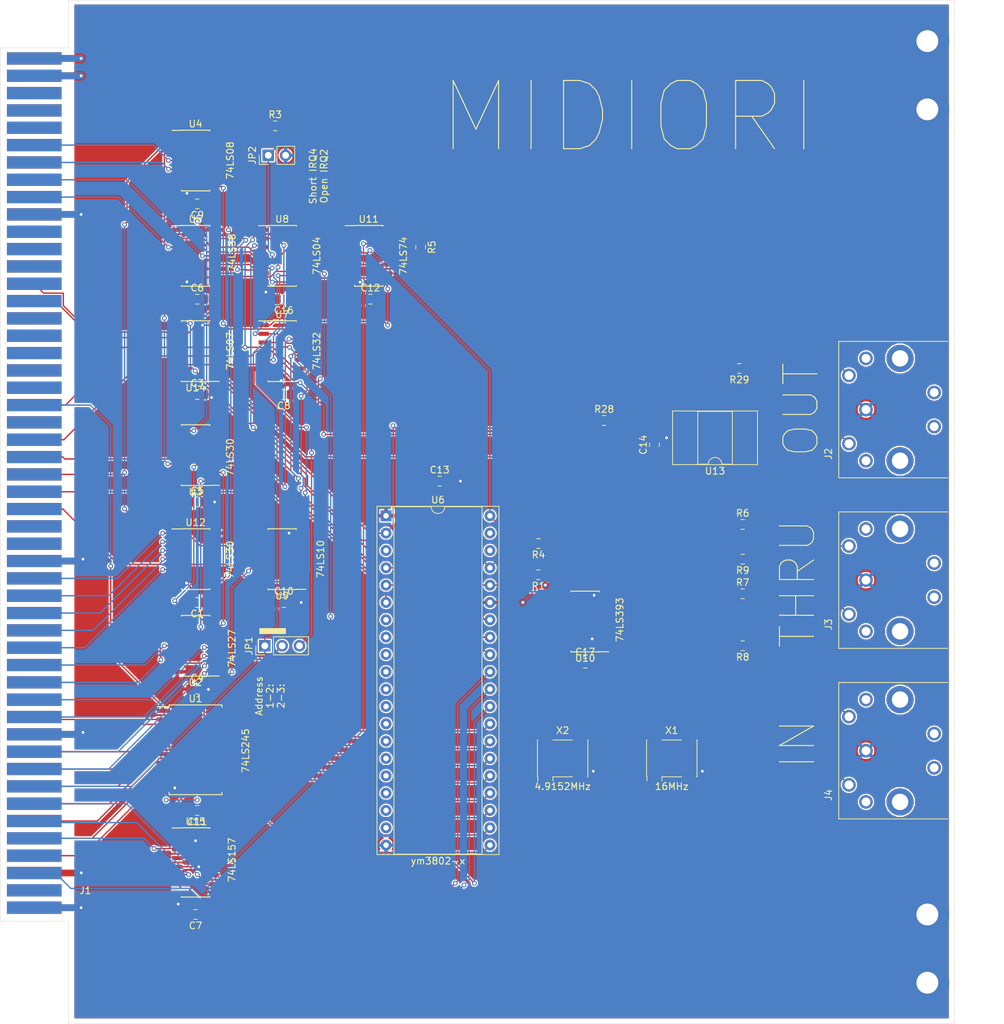
<source format=kicad_pcb>
(kicad_pcb (version 20171130) (host pcbnew 6.0.0-rc1-unknown-r14633-2e907bfa)
  (layers (0 F.Cu signal) (31 B.Cu signal) (34 B.Paste user) (35 F.Paste user) (36 B.SilkS user) (37 F.SilkS user) (38 B.Mask user) (39 F.Mask user) (44 Edge.Cuts user))
  (net 0 "")
  (net 1 +5V)
  (net 2 "Net-(U1-Pad19)")
  (net 3 "Net-(U1-Pad18)")
  (net 4 "Net-(U1-Pad17)")
  (net 5 "Net-(U1-Pad16)")
  (net 6 "Net-(U1-Pad15)")
  (net 7 "Net-(U1-Pad14)")
  (net 8 "Net-(U1-Pad13)")
  (net 9 "Net-(U1-Pad12)")
  (net 10 "Net-(U1-Pad11)")
  (net 11 GND)
  (net 12 /DB0)
  (net 13 /DB1)
  (net 14 /DB2)
  (net 15 /DB3)
  (net 16 /DB4)
  (net 17 /DB5)
  (net 18 /DB6)
  (net 19 /DB7)
  (net 20 /IDDIR)
  (net 21 /AB10)
  (net 22 /AB20)
  (net 23 /AB16)
  (net 24 /AB18)
  (net 25 /AB7)
  (net 26 /AB8)
  (net 27 "Net-(JP1-Pad2)")
  (net 28 /AB6)
  (net 29 /AB5)
  (net 30 /AB11)
  (net 31 /AB12)
  (net 32 /AB13)
  (net 33 /AB14)
  (net 34 /AB15)
  (net 35 /AB17)
  (net 36 /AB19)
  (net 37 /AB22)
  (net 38 /AB21)
  (net 39 "Net-(U4-Pad8)")
  (net 40 /IACK2)
  (net 41 /IACK4)
  (net 42 /AB23)
  (net 43 /A)
  (net 44 "Net-(U5-Pad13)")
  (net 45 "Net-(U5-Pad1)")
  (net 46 /IRQ4)
  (net 47 "Net-(U11-Pad9)")
  (net 48 "Net-(U11-Pad1)")
  (net 49 /DTACK)
  (net 50 /IRQ2)
  (net 51 "Net-(JP2-Pad1)")
  (net 52 /4MHz)
  (net 53 "Net-(U6-Pad19)")
  (net 54 "Net-(U6-Pad18)")
  (net 55 "Net-(R4-Pad2)")
  (net 56 "Net-(U6-Pad17)")
  (net 57 "Net-(R1-Pad2)")
  (net 58 "Net-(U6-Pad16)")
  (net 59 "Net-(U6-Pad15)")
  (net 60 "Net-(U6-Pad34)")
  (net 61 "Net-(U6-Pad14)")
  (net 62 "Net-(U6-Pad33)")
  (net 63 "Net-(U6-Pad13)")
  (net 64 "Net-(U6-Pad32)")
  (net 65 "Net-(U6-Pad12)")
  (net 66 "Net-(U15-Pad9)")
  (net 67 "Net-(U15-Pad7)")
  (net 68 "Net-(U15-Pad4)")
  (net 69 "Net-(U6-Pad9)")
  (net 70 "Net-(U6-Pad8)")
  (net 71 "Net-(U6-Pad7)")
  (net 72 "Net-(U14-Pad13)")
  (net 73 "Net-(U10-Pad9)")
  (net 74 "Net-(U10-Pad6)")
  (net 75 "Net-(U6-Pad3)")
  (net 76 "Net-(R28-Pad2)")
  (net 77 /AS)
  (net 78 /LDS)
  (net 79 /RW)
  (net 80 "Net-(U7-Pad5)")
  (net 81 "Net-(U11-Pad8)")
  (net 82 "Net-(U15-Pad1)")
  (net 83 /B)
  (net 84 /C)
  (net 85 "Net-(U11-Pad12)")
  (net 86 /10MHz)
  (net 87 "Net-(R5-Pad2)")
  (net 88 "Net-(U11-Pad6)")
  (net 89 "Net-(R9-Pad2)")
  (net 90 /EXRESET)
  (net 91 "Net-(R8-Pad2)")
  (net 92 "Net-(U10-Pad1)")
  (net 93 "Net-(U10-Pad13)")
  (net 94 "Net-(JP1-Pad3)")
  (net 95 /AB4)
  (net 96 "Net-(J3-Pad4)")
  (net 97 "Net-(J4-Pad4)")
  (net 98 "Net-(J4-Pad5)")
  (net 99 "Net-(J3-Pad5)")
  (net 100 "Net-(R29-Pad2)")
  (net 101 "Net-(J2-Pad4)")
  (net 102 "Net-(U10-Pad11)")
  (net 103 "Net-(U10-Pad10)")
  (net 104 "Net-(U10-Pad8)")
  (net 105 "Net-(U10-Pad5)")
  (net 106 "Net-(U10-Pad3)")
  (net 107 "Net-(U13-Pad3)")
  (net 108 "Net-(J2-Pad5)")
  (net 109 "Net-(U15-Pad12)")
  (net 110 /AB3)
  (net 111 /AB2)
  (net 112 /AB1)
  (net 113 "Net-(C12-Pad2)")
  (net 114 "Net-(J1-PadA48)")
  (net 115 "Net-(J1-PadA47)")
  (net 116 "Net-(J1-PadA46)")
  (net 117 "Net-(J1-PadA45)")
  (net 118 "Net-(J1-PadA44)")
  (net 119 "Net-(J1-PadA43)")
  (net 120 "Net-(J1-PadA42)")
  (net 121 "Net-(J1-PadA40)")
  (net 122 "Net-(J1-PadA39)")
  (net 123 "Net-(J1-PadA38)")
  (net 124 "Net-(J1-PadA35)")
  (net 125 "Net-(J1-PadA34)")
  (net 126 "Net-(J1-PadA33)")
  (net 127 "Net-(J1-PadA32)")
  (net 128 "Net-(J1-PadA31)")
  (net 129 "Net-(J1-PadA29)")
  (net 130 "Net-(J1-PadA23)")
  (net 131 "Net-(J1-PadA22)")
  (net 132 "Net-(J1-PadA20)")
  (net 133 "Net-(J1-PadA19)")
  (net 134 "Net-(J1-PadA18)")
  (net 135 "Net-(J1-PadA17)")
  (net 136 "Net-(J1-PadA16)")
  (net 137 "Net-(J1-PadA15)")
  (net 138 "Net-(J1-PadA14)")
  (net 139 "Net-(J1-PadA13)")
  (net 140 "Net-(J1-PadA2)")
  (net 141 "Net-(J1-PadB48)")
  (net 142 "Net-(J1-PadB47)")
  (net 143 "Net-(J1-PadB46)")
  (net 144 "Net-(J1-PadB40)")
  (net 145 "Net-(J1-PadB39)")
  (net 146 "Net-(J1-PadB38)")
  (net 147 "Net-(J1-PadB37)")
  (net 148 "Net-(J1-PadB36)")
  (net 149 "Net-(J1-PadB35)")
  (net 150 "Net-(J1-PadB34)")
  (net 151 "Net-(J1-PadB33)")
  (net 152 "Net-(J1-PadB32)")
  (net 153 "Net-(J1-PadB31)")
  (net 154 /A23)
  (net 155 /A22)
  (net 156 /A21)
  (net 157 /A20)
  (net 158 /A19)
  (net 159 /A18)
  (net 160 /A17)
  (net 161 /A16)
  (net 162 /AB9)
  (net 163 "Net-(J1-PadB4)")
  (net 164 "Net-(J1-PadB2)")
  (net 165 "Net-(J2-Pad1)")
  (net 166 "Net-(J2-Pad3)")
  (net 167 "Net-(J3-Pad1)")
  (net 168 "Net-(J3-Pad3)")
  (net 169 "Net-(J4-Pad1)")
  (net 170 "Net-(J4-Pad3)")
  (net 171 "Net-(U2-Pad12)")
  (net 172 "Net-(U2-Pad8)")
  (net 173 "Net-(U2-Pad6)")
  (net 174 "Net-(U3-Pad12)")
  (net 175 "Net-(U3-Pad8)")
  (net 176 "Net-(U4-Pad13)")
  (net 177 "Net-(U12-Pad8)")
  (net 178 "Net-(U4-Pad11)")
  (net 179 "Net-(U12-Pad11)")
  (module MountingHole:MountingHole_3.2mm_M3_Pad (layer F.Cu) (at 181 56)
    (fp_text reference REF** hide)
    (fp_text value MountingHole_3.2mm_M3_Pad)
    (pad 1 thru_hole circle (at 0 0) (size 6.4 6.4) (drill 3.2) (layers *.Cu *.Mask))
  )
  (module MountingHole:MountingHole_3.2mm_M3_Pad (layer F.Cu) (at 181 46)
    (fp_text reference REF** hide)
    (fp_text value MountingHole_3.2mm_M3_Pad)
    (pad 1 thru_hole circle (at 0 0) (size 6.4 6.4) (drill 3.2) (layers *.Cu *.Mask))
  )
  (module MountingHole:MountingHole_3.2mm_M3_Pad (layer F.Cu) (at 181 174)
    (fp_text reference REF** hide)
    (fp_text value MountingHole_3.2mm_M3_Pad)
    (pad 1 thru_hole circle (at 0 0) (size 6.4 6.4) (drill 3.2) (layers *.Cu *.Mask))
  )
  (module Oscillator:Oscillator_SMD_SeikoEpson_SG8002CA-4Pin_7.0x5.0mm (layer F.Cu) (at 127.508 151.13)
    (fp_text reference X2 (at 0 -4.1) (layer F.SilkS))
    (fp_text value 4.9152MHz (at 0 4.1) (layer F.SilkS))
    (pad 4 smd rect (at -2.54 -2.1) (size 1.8 2) (layers F.Cu F.Paste F.Mask) (net 1 +5V))
    (pad 3 smd rect (at 2.54 -2.1) (size 1.8 2) (layers F.Cu F.Paste F.Mask) (net 93 "Net-(U10-Pad13)"))
    (pad 2 smd rect (at 2.54 2.1) (size 1.8 2) (layers F.Cu F.Paste F.Mask) (net 11 GND))
    (pad 1 smd rect (at -2.54 2.1) (size 1.8 2) (layers F.Cu F.Paste F.Mask) (net 1 +5V))
  )
  (module Oscillator:Oscillator_SMD_SeikoEpson_SG8002CA-4Pin_7.0x5.0mm (layer F.Cu) (at 143.51 151.13)
    (fp_text reference X1 (at 0 -4.1) (layer F.SilkS))
    (fp_text value 16MHz (at 0 4.1) (layer F.SilkS))
    (pad 4 smd rect (at -2.54 -2.1) (size 1.8 2) (layers F.Cu F.Paste F.Mask) (net 1 +5V))
    (pad 3 smd rect (at 2.54 -2.1) (size 1.8 2) (layers F.Cu F.Paste F.Mask) (net 92 "Net-(U10-Pad1)"))
    (pad 2 smd rect (at 2.54 2.1) (size 1.8 2) (layers F.Cu F.Paste F.Mask) (net 11 GND))
    (pad 1 smd rect (at -2.54 2.1) (size 1.8 2) (layers F.Cu F.Paste F.Mask) (net 1 +5V))
  )
  (module Package_SO:SOIC-14_3.9x8.7mm_P1.27mm (layer F.Cu) (at 73.66 121.92)
    (fp_text reference U12 (at 0 -5.375) (layer F.SilkS))
    (fp_text value 74LS30 (at 5.08 0.08 90) (layer F.SilkS))
    (pad 14 smd rect (at 2.7 -3.81) (size 1.5 0.6) (layers F.Cu F.Paste F.Mask) (net 1 +5V))
    (pad 13 smd rect (at 2.7 -2.54) (size 1.5 0.6) (layers F.Cu F.Paste F.Mask))
    (pad 12 smd rect (at 2.7 -1.27) (size 1.5 0.6) (layers F.Cu F.Paste F.Mask) (net 179 "Net-(U12-Pad11)"))
    (pad 11 smd rect (at 2.7 0) (size 1.5 0.6) (layers F.Cu F.Paste F.Mask) (net 179 "Net-(U12-Pad11)"))
    (pad 10 smd rect (at 2.7 1.27) (size 1.5 0.6) (layers F.Cu F.Paste F.Mask))
    (pad 9 smd rect (at 2.7 2.54) (size 1.5 0.6) (layers F.Cu F.Paste F.Mask))
    (pad 8 smd rect (at 2.7 3.81) (size 1.5 0.6) (layers F.Cu F.Paste F.Mask) (net 177 "Net-(U12-Pad8)"))
    (pad 7 smd rect (at -2.7 3.81) (size 1.5 0.6) (layers F.Cu F.Paste F.Mask) (net 11 GND))
    (pad 6 smd rect (at -2.7 2.54) (size 1.5 0.6) (layers F.Cu F.Paste F.Mask) (net 162 /AB9))
    (pad 5 smd rect (at -2.7 1.27) (size 1.5 0.6) (layers F.Cu F.Paste F.Mask) (net 30 /AB11))
    (pad 4 smd rect (at -2.7 0) (size 1.5 0.6) (layers F.Cu F.Paste F.Mask) (net 31 /AB12))
    (pad 3 smd rect (at -2.7 -1.27) (size 1.5 0.6) (layers F.Cu F.Paste F.Mask) (net 32 /AB13))
    (pad 2 smd rect (at -2.7 -2.54) (size 1.5 0.6) (layers F.Cu F.Paste F.Mask) (net 33 /AB14))
    (pad 1 smd rect (at -2.7 -3.81) (size 1.5 0.6) (layers F.Cu F.Paste F.Mask) (net 34 /AB15))
  )
  (module Package_SO:SOIC-14_3.9x8.7mm_P1.27mm (layer F.Cu) (at 73.66 106.68 180)
    (fp_text reference U3 (at 0 -5.375 180) (layer F.SilkS))
    (fp_text value 74LS30 (at -5.08 -0.32 270) (layer F.SilkS))
    (pad 14 smd rect (at 2.7 -3.81 180) (size 1.5 0.6) (layers F.Cu F.Paste F.Mask))
    (pad 13 smd rect (at 2.7 -2.54 180) (size 1.5 0.6) (layers F.Cu F.Paste F.Mask))
    (pad 12 smd rect (at 2.7 -1.27 180) (size 1.5 0.6) (layers F.Cu F.Paste F.Mask) (net 174 "Net-(U3-Pad12)"))
    (pad 11 smd rect (at 2.7 0 180) (size 1.5 0.6) (layers F.Cu F.Paste F.Mask) (net 35 /AB17))
    (pad 10 smd rect (at 2.7 1.27 180) (size 1.5 0.6) (layers F.Cu F.Paste F.Mask))
    (pad 9 smd rect (at 2.7 2.54 180) (size 1.5 0.6) (layers F.Cu F.Paste F.Mask))
    (pad 8 smd rect (at 2.7 3.81 180) (size 1.5 0.6) (layers F.Cu F.Paste F.Mask) (net 175 "Net-(U3-Pad8)"))
    (pad 7 smd rect (at -2.7 3.81 180) (size 1.5 0.6) (layers F.Cu F.Paste F.Mask))
    (pad 6 smd rect (at -2.7 2.54 180) (size 1.5 0.6) (layers F.Cu F.Paste F.Mask) (net 36 /AB19))
    (pad 5 smd rect (at -2.7 1.27 180) (size 1.5 0.6) (layers F.Cu F.Paste F.Mask) (net 37 /AB22))
    (pad 4 smd rect (at -2.7 0 180) (size 1.5 0.6) (layers F.Cu F.Paste F.Mask) (net 38 /AB21))
    (pad 3 smd rect (at -2.7 -1.27 180) (size 1.5 0.6) (layers F.Cu F.Paste F.Mask) (net 172 "Net-(U2-Pad8)"))
    (pad 2 smd rect (at -2.7 -2.54 180) (size 1.5 0.6) (layers F.Cu F.Paste F.Mask) (net 173 "Net-(U2-Pad6)"))
    (pad 1 smd rect (at -2.7 -3.81 180) (size 1.5 0.6) (layers F.Cu F.Paste F.Mask) (net 171 "Net-(U2-Pad12)"))
  )
  (module Package_SO:SOIC-14_3.9x8.7mm_P1.27mm (layer F.Cu) (at 73.66 134.62 180)
    (fp_text reference U2 (at 0 -5.375 180) (layer F.SilkS))
    (fp_text value 74LS27 (at -5.34 -0.38 270) (layer F.SilkS))
    (pad 14 smd rect (at 2.7 -3.81 180) (size 1.5 0.6) (layers F.Cu F.Paste F.Mask) (net 1 +5V))
    (pad 13 smd rect (at 2.7 -2.54 180) (size 1.5 0.6) (layers F.Cu F.Paste F.Mask) (net 27 "Net-(JP1-Pad2)"))
    (pad 12 smd rect (at 2.7 -1.27 180) (size 1.5 0.6) (layers F.Cu F.Paste F.Mask) (net 171 "Net-(U2-Pad12)"))
    (pad 11 smd rect (at 2.7 0 180) (size 1.5 0.6) (layers F.Cu F.Paste F.Mask) (net 21 /AB10))
    (pad 10 smd rect (at 2.7 1.27 180) (size 1.5 0.6) (layers F.Cu F.Paste F.Mask) (net 22 /AB20))
    (pad 9 smd rect (at 2.7 2.54 180) (size 1.5 0.6) (layers F.Cu F.Paste F.Mask) (net 23 /AB16))
    (pad 8 smd rect (at 2.7 3.81 180) (size 1.5 0.6) (layers F.Cu F.Paste F.Mask) (net 172 "Net-(U2-Pad8)"))
    (pad 7 smd rect (at -2.7 3.81 180) (size 1.5 0.6) (layers F.Cu F.Paste F.Mask) (net 11 GND))
    (pad 6 smd rect (at -2.7 2.54 180) (size 1.5 0.6) (layers F.Cu F.Paste F.Mask) (net 173 "Net-(U2-Pad6)"))
    (pad 5 smd rect (at -2.7 1.27 180) (size 1.5 0.6) (layers F.Cu F.Paste F.Mask) (net 24 /AB18))
    (pad 4 smd rect (at -2.7 0 180) (size 1.5 0.6) (layers F.Cu F.Paste F.Mask) (net 26 /AB8))
    (pad 3 smd rect (at -2.7 -1.27 180) (size 1.5 0.6) (layers F.Cu F.Paste F.Mask) (net 25 /AB7))
    (pad 2 smd rect (at -2.7 -2.54 180) (size 1.5 0.6) (layers F.Cu F.Paste F.Mask) (net 28 /AB6))
    (pad 1 smd rect (at -2.7 -3.81 180) (size 1.5 0.6) (layers F.Cu F.Paste F.Mask) (net 29 /AB5))
  )
  (module Capacitor_SMD:C_0805_2012Metric_Pad1.15x1.40mm_HandSolder (layer F.Cu) (at 130.81 137.16)
    (fp_text reference C17 (at 0 -1.65) (layer F.SilkS))
    (fp_text value u1)
    (pad 2 smd roundrect (at 1.025 0) (size 1.15 1.4) (layers F.Cu F.Paste F.Mask) (roundrect_rratio 0.217391) (net 11 GND))
    (pad 1 smd roundrect (at -1.025 0) (size 1.15 1.4) (layers F.Cu F.Paste F.Mask) (roundrect_rratio 0.217391) (net 1 +5V))
  )
  (module x68k:sds-50j (layer F.Cu) (at 172 150 90)
    (fp_text reference J4 (at -6.5 -5.5 90) (layer F.SilkS))
    (fp_text value DIN-5_180degree)
    (pad "" thru_hole circle (at 7.5 5 90) (size 4 4) (drill 2.4) (layers *.Cu *.Mask))
    (pad "" thru_hole circle (at -7.5 5 90) (size 4 4) (drill 2.4) (layers *.Cu *.Mask))
    (pad "" thru_hole circle (at -2.5 10 90) (size 2 2) (drill 1.3) (layers *.Cu *.Mask))
    (pad "" thru_hole circle (at 2.5 10 90) (size 2 2) (drill 1.3) (layers *.Cu *.Mask))
    (pad 1 thru_hole circle (at 7.5 0 90) (size 2 2) (drill 1.3) (layers *.Cu *.Mask) (net 169 "Net-(J4-Pad1)"))
    (pad 5 thru_hole circle (at -5 -2.5 90) (size 2 2) (drill 1.3) (layers *.Cu *.Mask) (net 98 "Net-(J4-Pad5)"))
    (pad 4 thru_hole circle (at 5 -2.5 90) (size 2 2) (drill 1.3) (layers *.Cu *.Mask) (net 97 "Net-(J4-Pad4)"))
    (pad 3 thru_hole circle (at -7.5 0 90) (size 2 2) (drill 1.3) (layers *.Cu *.Mask) (net 170 "Net-(J4-Pad3)"))
    (pad 2 thru_hole circle (at 0 0 90) (size 2 2) (drill 1.3) (layers *.Cu *.Mask) (net 11 GND))
  )
  (module x68k:sds-50j (layer F.Cu) (at 172 125 90)
    (fp_text reference J3 (at -6.5 -5.5 90) (layer F.SilkS))
    (fp_text value DIN-5_180degree)
    (pad "" thru_hole circle (at 7.5 5 90) (size 4 4) (drill 2.4) (layers *.Cu *.Mask))
    (pad "" thru_hole circle (at -7.5 5 90) (size 4 4) (drill 2.4) (layers *.Cu *.Mask))
    (pad "" thru_hole circle (at -2.5 10 90) (size 2 2) (drill 1.3) (layers *.Cu *.Mask))
    (pad "" thru_hole circle (at 2.5 10 90) (size 2 2) (drill 1.3) (layers *.Cu *.Mask))
    (pad 1 thru_hole circle (at 7.5 0 90) (size 2 2) (drill 1.3) (layers *.Cu *.Mask) (net 167 "Net-(J3-Pad1)"))
    (pad 5 thru_hole circle (at -5 -2.5 90) (size 2 2) (drill 1.3) (layers *.Cu *.Mask) (net 99 "Net-(J3-Pad5)"))
    (pad 4 thru_hole circle (at 5 -2.5 90) (size 2 2) (drill 1.3) (layers *.Cu *.Mask) (net 96 "Net-(J3-Pad4)"))
    (pad 3 thru_hole circle (at -7.5 0 90) (size 2 2) (drill 1.3) (layers *.Cu *.Mask) (net 168 "Net-(J3-Pad3)"))
    (pad 2 thru_hole circle (at 0 0 90) (size 2 2) (drill 1.3) (layers *.Cu *.Mask) (net 11 GND))
  )
  (module x68k:sds-50j (layer F.Cu) (at 172 100 90)
    (fp_text reference J2 (at -6.5 -5.5 90) (layer F.SilkS))
    (fp_text value DIN-5_180degree)
    (pad "" thru_hole circle (at 7.5 5 90) (size 4 4) (drill 2.4) (layers *.Cu *.Mask))
    (pad "" thru_hole circle (at -7.5 5 90) (size 4 4) (drill 2.4) (layers *.Cu *.Mask))
    (pad "" thru_hole circle (at -2.5 10 90) (size 2 2) (drill 1.3) (layers *.Cu *.Mask))
    (pad "" thru_hole circle (at 2.5 10 90) (size 2 2) (drill 1.3) (layers *.Cu *.Mask))
    (pad 1 thru_hole circle (at 7.5 0 90) (size 2 2) (drill 1.3) (layers *.Cu *.Mask) (net 165 "Net-(J2-Pad1)"))
    (pad 5 thru_hole circle (at -5 -2.5 90) (size 2 2) (drill 1.3) (layers *.Cu *.Mask) (net 108 "Net-(J2-Pad5)"))
    (pad 4 thru_hole circle (at 5 -2.5 90) (size 2 2) (drill 1.3) (layers *.Cu *.Mask) (net 101 "Net-(J2-Pad4)"))
    (pad 3 thru_hole circle (at -7.5 0 90) (size 2 2) (drill 1.3) (layers *.Cu *.Mask) (net 166 "Net-(J2-Pad3)"))
    (pad 2 thru_hole circle (at 0 0 90) (size 2 2) (drill 1.3) (layers *.Cu *.Mask) (net 11 GND))
  )
  (module x68k:x68000_expansion (layer F.Cu) (at 50 173)
    (fp_text reference J1 (at 7.5 -2.5) (layer F.SilkS))
    (fp_text value x68000_expansion)
    (pad A50 connect rect (at 0 -124.46) (size 8 1.8) (layers F.Cu F.Mask) (net 1 +5V))
    (pad A49 connect rect (at 0 -121.92) (size 8 1.8) (layers F.Cu F.Mask) (net 1 +5V))
    (pad A48 connect rect (at 0 -119.38) (size 8 1.8) (layers F.Cu F.Mask) (net 114 "Net-(J1-PadA48)"))
    (pad A47 connect rect (at 0 -116.84) (size 8 1.8) (layers F.Cu F.Mask) (net 115 "Net-(J1-PadA47)"))
    (pad A46 connect rect (at 0 -114.3) (size 8 1.8) (layers F.Cu F.Mask) (net 116 "Net-(J1-PadA46)"))
    (pad A45 connect rect (at 0 -111.76) (size 8 1.8) (layers F.Cu F.Mask) (net 117 "Net-(J1-PadA45)"))
    (pad A44 connect rect (at 0 -109.22) (size 8 1.8) (layers F.Cu F.Mask) (net 118 "Net-(J1-PadA44)"))
    (pad A43 connect rect (at 0 -106.68) (size 8 1.8) (layers F.Cu F.Mask) (net 119 "Net-(J1-PadA43)"))
    (pad A42 connect rect (at 0 -104.14) (size 8 1.8) (layers F.Cu F.Mask) (net 120 "Net-(J1-PadA42)"))
    (pad A41 connect rect (at 0 -101.6) (size 8 1.8) (layers F.Cu F.Mask) (net 11 GND))
    (pad A40 connect rect (at 0 -99.06) (size 8 1.8) (layers F.Cu F.Mask) (net 121 "Net-(J1-PadA40)"))
    (pad A39 connect rect (at 0 -96.52) (size 8 1.8) (layers F.Cu F.Mask) (net 122 "Net-(J1-PadA39)"))
    (pad A38 connect rect (at 0 -93.98) (size 8 1.8) (layers F.Cu F.Mask) (net 123 "Net-(J1-PadA38)"))
    (pad A37 connect rect (at 0 -91.44) (size 8 1.8) (layers F.Cu F.Mask) (net 90 /EXRESET))
    (pad A36 connect rect (at 0 -88.9) (size 8 1.8) (layers F.Cu F.Mask) (net 49 /DTACK))
    (pad A35 connect rect (at 0 -86.36) (size 8 1.8) (layers F.Cu F.Mask) (net 124 "Net-(J1-PadA35)"))
    (pad A34 connect rect (at 0 -83.82) (size 8 1.8) (layers F.Cu F.Mask) (net 125 "Net-(J1-PadA34)"))
    (pad A33 connect rect (at 0 -81.28) (size 8 1.8) (layers F.Cu F.Mask) (net 126 "Net-(J1-PadA33)"))
    (pad A32 connect rect (at 0 -78.74) (size 8 1.8) (layers F.Cu F.Mask) (net 127 "Net-(J1-PadA32)"))
    (pad A31 connect rect (at 0 -76.2) (size 8 1.8) (layers F.Cu F.Mask) (net 128 "Net-(J1-PadA31)"))
    (pad A30 connect rect (at 0 -73.66) (size 8 1.8) (layers F.Cu F.Mask) (net 79 /RW))
    (pad A29 connect rect (at 0 -71.12) (size 8 1.8) (layers F.Cu F.Mask) (net 129 "Net-(J1-PadA29)"))
    (pad A28 connect rect (at 0 -68.58) (size 8 1.8) (layers F.Cu F.Mask) (net 78 /LDS))
    (pad A27 connect rect (at 0 -66.04) (size 8 1.8) (layers F.Cu F.Mask) (net 77 /AS))
    (pad A26 connect rect (at 0 -63.5) (size 8 1.8) (layers F.Cu F.Mask) (net 43 /A))
    (pad A25 connect rect (at 0 -60.96) (size 8 1.8) (layers F.Cu F.Mask) (net 83 /B))
    (pad A24 connect rect (at 0 -58.42) (size 8 1.8) (layers F.Cu F.Mask) (net 84 /C))
    (pad A23 connect rect (at 0 -55.88) (size 8 1.8) (layers F.Cu F.Mask) (net 130 "Net-(J1-PadA23)"))
    (pad A22 connect rect (at 0 -53.34) (size 8 1.8) (layers F.Cu F.Mask) (net 131 "Net-(J1-PadA22)"))
    (pad A21 connect rect (at 0 -50.8) (size 8 1.8) (layers F.Cu F.Mask) (net 11 GND))
    (pad A20 connect rect (at 0 -48.26) (size 8 1.8) (layers F.Cu F.Mask) (net 132 "Net-(J1-PadA20)"))
    (pad A19 connect rect (at 0 -45.72) (size 8 1.8) (layers F.Cu F.Mask) (net 133 "Net-(J1-PadA19)"))
    (pad A18 connect rect (at 0 -43.18) (size 8 1.8) (layers F.Cu F.Mask) (net 134 "Net-(J1-PadA18)"))
    (pad A17 connect rect (at 0 -40.64) (size 8 1.8) (layers F.Cu F.Mask) (net 135 "Net-(J1-PadA17)"))
    (pad A16 connect rect (at 0 -38.1) (size 8 1.8) (layers F.Cu F.Mask) (net 136 "Net-(J1-PadA16)"))
    (pad A15 connect rect (at 0 -35.56) (size 8 1.8) (layers F.Cu F.Mask) (net 137 "Net-(J1-PadA15)"))
    (pad A14 connect rect (at 0 -33.02) (size 8 1.8) (layers F.Cu F.Mask) (net 138 "Net-(J1-PadA14)"))
    (pad A13 connect rect (at 0 -30.48) (size 8 1.8) (layers F.Cu F.Mask) (net 139 "Net-(J1-PadA13)"))
    (pad A12 connect rect (at 0 -27.94) (size 8 1.8) (layers F.Cu F.Mask) (net 19 /DB7))
    (pad A11 connect rect (at 0 -25.4) (size 8 1.8) (layers F.Cu F.Mask) (net 11 GND))
    (pad A10 connect rect (at 0 -22.86) (size 8 1.8) (layers F.Cu F.Mask) (net 18 /DB6))
    (pad A9 connect rect (at 0 -20.32) (size 8 1.8) (layers F.Cu F.Mask) (net 17 /DB5))
    (pad A8 connect rect (at 0 -17.78) (size 8 1.8) (layers F.Cu F.Mask) (net 16 /DB4))
    (pad A7 connect rect (at 0 -15.24) (size 8 1.8) (layers F.Cu F.Mask) (net 15 /DB3))
    (pad A6 connect rect (at 0 -12.7) (size 8 1.8) (layers F.Cu F.Mask) (net 14 /DB2))
    (pad A5 connect rect (at 0 -10.16) (size 8 1.8) (layers F.Cu F.Mask) (net 13 /DB1))
    (pad A4 connect rect (at 0 -7.62) (size 8 1.8) (layers F.Cu F.Mask) (net 12 /DB0))
    (pad A3 connect rect (at 0 -5.08) (size 8 1.8) (layers F.Cu F.Mask) (net 11 GND))
    (pad A2 connect rect (at 0 -2.54) (size 8 1.8) (layers F.Cu F.Mask) (net 140 "Net-(J1-PadA2)"))
    (pad A1 connect rect (at 0 0) (size 8 1.8) (layers F.Cu F.Mask) (net 11 GND))
    (pad B50 connect rect (at 0 -124.46) (size 8 1.8) (layers B.Cu B.Mask) (net 1 +5V))
    (pad B49 connect rect (at 0 -121.92) (size 8 1.8) (layers B.Cu B.Mask) (net 1 +5V))
    (pad B48 connect rect (at 0 -119.38) (size 8 1.8) (layers B.Cu B.Mask) (net 141 "Net-(J1-PadB48)"))
    (pad B47 connect rect (at 0 -116.84) (size 8 1.8) (layers B.Cu B.Mask) (net 142 "Net-(J1-PadB47)"))
    (pad B46 connect rect (at 0 -114.3) (size 8 1.8) (layers B.Cu B.Mask) (net 143 "Net-(J1-PadB46)"))
    (pad B45 connect rect (at 0 -111.76) (size 8 1.8) (layers B.Cu B.Mask) (net 41 /IACK4))
    (pad B44 connect rect (at 0 -109.22) (size 8 1.8) (layers B.Cu B.Mask) (net 40 /IACK2))
    (pad B43 connect rect (at 0 -106.68) (size 8 1.8) (layers B.Cu B.Mask) (net 46 /IRQ4))
    (pad B42 connect rect (at 0 -104.14) (size 8 1.8) (layers B.Cu B.Mask) (net 50 /IRQ2))
    (pad B41 connect rect (at 0 -101.6) (size 8 1.8) (layers B.Cu B.Mask) (net 11 GND))
    (pad B40 connect rect (at 0 -99.06) (size 8 1.8) (layers B.Cu B.Mask) (net 144 "Net-(J1-PadB40)"))
    (pad B39 connect rect (at 0 -96.52) (size 8 1.8) (layers B.Cu B.Mask) (net 145 "Net-(J1-PadB39)"))
    (pad B38 connect rect (at 0 -93.98) (size 8 1.8) (layers B.Cu B.Mask) (net 146 "Net-(J1-PadB38)"))
    (pad B37 connect rect (at 0 -91.44) (size 8 1.8) (layers B.Cu B.Mask) (net 147 "Net-(J1-PadB37)"))
    (pad B36 connect rect (at 0 -88.9) (size 8 1.8) (layers B.Cu B.Mask) (net 148 "Net-(J1-PadB36)"))
    (pad B35 connect rect (at 0 -86.36) (size 8 1.8) (layers B.Cu B.Mask) (net 149 "Net-(J1-PadB35)"))
    (pad B34 connect rect (at 0 -83.82) (size 8 1.8) (layers B.Cu B.Mask) (net 150 "Net-(J1-PadB34)"))
    (pad B33 connect rect (at 0 -81.28) (size 8 1.8) (layers B.Cu B.Mask) (net 151 "Net-(J1-PadB33)"))
    (pad B32 connect rect (at 0 -78.74) (size 8 1.8) (layers B.Cu B.Mask) (net 152 "Net-(J1-PadB32)"))
    (pad B31 connect rect (at 0 -76.2) (size 8 1.8) (layers B.Cu B.Mask) (net 153 "Net-(J1-PadB31)"))
    (pad B30 connect rect (at 0 -73.66) (size 8 1.8) (layers B.Cu B.Mask) (net 20 /IDDIR))
    (pad B29 connect rect (at 0 -71.12) (size 8 1.8) (layers B.Cu B.Mask) (net 154 /A23))
    (pad B28 connect rect (at 0 -68.58) (size 8 1.8) (layers B.Cu B.Mask) (net 155 /A22))
    (pad B27 connect rect (at 0 -66.04) (size 8 1.8) (layers B.Cu B.Mask) (net 156 /A21))
    (pad B26 connect rect (at 0 -63.5) (size 8 1.8) (layers B.Cu B.Mask) (net 157 /A20))
    (pad B25 connect rect (at 0 -60.96) (size 8 1.8) (layers B.Cu B.Mask) (net 158 /A19))
    (pad B24 connect rect (at 0 -58.42) (size 8 1.8) (layers B.Cu B.Mask) (net 159 /A18))
    (pad B23 connect rect (at 0 -55.88) (size 8 1.8) (layers B.Cu B.Mask) (net 160 /A17))
    (pad B22 connect rect (at 0 -53.34) (size 8 1.8) (layers B.Cu B.Mask) (net 161 /A16))
    (pad B21 connect rect (at 0 -50.8) (size 8 1.8) (layers B.Cu B.Mask) (net 11 GND))
    (pad B20 connect rect (at 0 -48.26) (size 8 1.8) (layers B.Cu B.Mask) (net 34 /AB15))
    (pad B19 connect rect (at 0 -45.72) (size 8 1.8) (layers B.Cu B.Mask) (net 33 /AB14))
    (pad B18 connect rect (at 0 -43.18) (size 8 1.8) (layers B.Cu B.Mask) (net 32 /AB13))
    (pad B17 connect rect (at 0 -40.64) (size 8 1.8) (layers B.Cu B.Mask) (net 31 /AB12))
    (pad B16 connect rect (at 0 -38.1) (size 8 1.8) (layers B.Cu B.Mask) (net 30 /AB11))
    (pad B15 connect rect (at 0 -35.56) (size 8 1.8) (layers B.Cu B.Mask) (net 21 /AB10))
    (pad B14 connect rect (at 0 -33.02) (size 8 1.8) (layers B.Cu B.Mask) (net 162 /AB9))
    (pad B13 connect rect (at 0 -30.48) (size 8 1.8) (layers B.Cu B.Mask) (net 26 /AB8))
    (pad B12 connect rect (at 0 -27.94) (size 8 1.8) (layers B.Cu B.Mask) (net 25 /AB7))
    (pad B11 connect rect (at 0 -25.4) (size 8 1.8) (layers B.Cu B.Mask) (net 11 GND))
    (pad B10 connect rect (at 0 -22.86) (size 8 1.8) (layers B.Cu B.Mask) (net 28 /AB6))
    (pad B9 connect rect (at 0 -20.32) (size 8 1.8) (layers B.Cu B.Mask) (net 29 /AB5))
    (pad B8 connect rect (at 0 -17.78) (size 8 1.8) (layers B.Cu B.Mask) (net 95 /AB4))
    (pad B7 connect rect (at 0 -15.24) (size 8 1.8) (layers B.Cu B.Mask) (net 110 /AB3))
    (pad B6 connect rect (at 0 -12.7) (size 8 1.8) (layers B.Cu B.Mask) (net 111 /AB2))
    (pad B5 connect rect (at 0 -10.16) (size 8 1.8) (layers B.Cu B.Mask) (net 112 /AB1))
    (pad B4 connect rect (at 0 -7.62) (size 8 1.8) (layers B.Cu B.Mask) (net 163 "Net-(J1-PadB4)"))
    (pad B3 connect rect (at 0 -5.08) (size 8 1.8) (layers B.Cu B.Mask) (net 86 /10MHz))
    (pad B2 connect rect (at 0 -2.54) (size 8 1.8) (layers B.Cu B.Mask) (net 164 "Net-(J1-PadB2)"))
    (pad B1 connect rect (at 0 0) (size 8 1.8) (layers B.Cu B.Mask) (net 11 GND))
  )
  (module Capacitor_SMD:C_0805_2012Metric_Pad1.15x1.40mm_HandSolder (layer F.Cu) (at 86.605 83.82 180)
    (fp_text reference C16 (at 0 -1.65 180) (layer F.SilkS))
    (fp_text value u1)
    (pad 2 smd roundrect (at 1.025 0 180) (size 1.15 1.4) (layers F.Cu F.Paste F.Mask) (roundrect_rratio 0.217391) (net 11 GND))
    (pad 1 smd roundrect (at -1.025 0 180) (size 1.15 1.4) (layers F.Cu F.Paste F.Mask) (roundrect_rratio 0.217391) (net 1 +5V))
  )
  (module Capacitor_SMD:C_0805_2012Metric_Pad1.15x1.40mm_HandSolder (layer F.Cu) (at 140.97 105.165 90)
    (fp_text reference C14 (at 0 -1.65 90) (layer F.SilkS))
    (fp_text value u1)
    (pad 2 smd roundrect (at 1.025 0 90) (size 1.15 1.4) (layers F.Cu F.Paste F.Mask) (roundrect_rratio 0.217391) (net 11 GND))
    (pad 1 smd roundrect (at -1.025 0 90) (size 1.15 1.4) (layers F.Cu F.Paste F.Mask) (roundrect_rratio 0.217391) (net 1 +5V))
  )
  (module Capacitor_SMD:C_0805_2012Metric_Pad1.15x1.40mm_HandSolder (layer F.Cu) (at 109.465 110.49)
    (fp_text reference C13 (at 0 -1.65) (layer F.SilkS))
    (fp_text value u1)
    (pad 2 smd roundrect (at 1.025 0) (size 1.15 1.4) (layers F.Cu F.Paste F.Mask) (roundrect_rratio 0.217391) (net 11 GND))
    (pad 1 smd roundrect (at -1.025 0) (size 1.15 1.4) (layers F.Cu F.Paste F.Mask) (roundrect_rratio 0.217391) (net 1 +5V))
  )
  (module Capacitor_SMD:C_0805_2012Metric_Pad1.15x1.40mm_HandSolder (layer F.Cu) (at 99.305 83.82)
    (fp_text reference C12 (at 0 -1.65) (layer F.SilkS))
    (fp_text value u1)
    (pad 2 smd roundrect (at 1.025 0) (size 1.15 1.4) (layers F.Cu F.Paste F.Mask) (roundrect_rratio 0.217391) (net 113 "Net-(C12-Pad2)"))
    (pad 1 smd roundrect (at -1.025 0) (size 1.15 1.4) (layers F.Cu F.Paste F.Mask) (roundrect_rratio 0.217391) (net 1 +5V))
  )
  (module Capacitor_SMD:C_0805_2012Metric_Pad1.15x1.40mm_HandSolder (layer F.Cu) (at 73.905 158.75 180)
    (fp_text reference C11 (at 0 -1.65 180) (layer F.SilkS))
    (fp_text value u1)
    (pad 2 smd roundrect (at 1.025 0 180) (size 1.15 1.4) (layers F.Cu F.Paste F.Mask) (roundrect_rratio 0.217391) (net 11 GND))
    (pad 1 smd roundrect (at -1.025 0 180) (size 1.15 1.4) (layers F.Cu F.Paste F.Mask) (roundrect_rratio 0.217391) (net 1 +5V))
  )
  (module Capacitor_SMD:C_0805_2012Metric_Pad1.15x1.40mm_HandSolder (layer F.Cu) (at 86.605 128.27)
    (fp_text reference C10 (at 0 -1.65) (layer F.SilkS))
    (fp_text value u1)
    (pad 2 smd roundrect (at 1.025 0) (size 1.15 1.4) (layers F.Cu F.Paste F.Mask) (roundrect_rratio 0.217391) (net 11 GND))
    (pad 1 smd roundrect (at -1.025 0) (size 1.15 1.4) (layers F.Cu F.Paste F.Mask) (roundrect_rratio 0.217391) (net 1 +5V))
  )
  (module Capacitor_SMD:C_0805_2012Metric_Pad1.15x1.40mm_HandSolder (layer F.Cu) (at 73.905 69.85 180)
    (fp_text reference C9 (at 0 -1.65 180) (layer F.SilkS))
    (fp_text value u1)
    (pad 2 smd roundrect (at 1.025 0 180) (size 1.15 1.4) (layers F.Cu F.Paste F.Mask) (roundrect_rratio 0.217391) (net 11 GND))
    (pad 1 smd roundrect (at -1.025 0 180) (size 1.15 1.4) (layers F.Cu F.Paste F.Mask) (roundrect_rratio 0.217391) (net 1 +5V))
  )
  (module Capacitor_SMD:C_0805_2012Metric_Pad1.15x1.40mm_HandSolder (layer F.Cu) (at 86.605 97.79 180)
    (fp_text reference C8 (at 0 -1.65 180) (layer F.SilkS))
    (fp_text value u1)
    (pad 2 smd roundrect (at 1.025 0 180) (size 1.15 1.4) (layers F.Cu F.Paste F.Mask) (roundrect_rratio 0.217391) (net 11 GND))
    (pad 1 smd roundrect (at -1.025 0 180) (size 1.15 1.4) (layers F.Cu F.Paste F.Mask) (roundrect_rratio 0.217391) (net 1 +5V))
  )
  (module Capacitor_SMD:C_0805_2012Metric_Pad1.15x1.40mm_HandSolder (layer F.Cu) (at 73.66 173.99 180)
    (fp_text reference C7 (at 0 -1.65 180) (layer F.SilkS))
    (fp_text value u1)
    (pad 2 smd roundrect (at 1.025 0 180) (size 1.15 1.4) (layers F.Cu F.Paste F.Mask) (roundrect_rratio 0.217391) (net 11 GND))
    (pad 1 smd roundrect (at -1.025 0 180) (size 1.15 1.4) (layers F.Cu F.Paste F.Mask) (roundrect_rratio 0.217391) (net 1 +5V))
  )
  (module Capacitor_SMD:C_0805_2012Metric_Pad1.15x1.40mm_HandSolder (layer F.Cu) (at 73.905 83.82)
    (fp_text reference C6 (at 0 -1.65) (layer F.SilkS))
    (fp_text value u1)
    (pad 2 smd roundrect (at 1.025 0) (size 1.15 1.4) (layers F.Cu F.Paste F.Mask) (roundrect_rratio 0.217391) (net 11 GND))
    (pad 1 smd roundrect (at -1.025 0) (size 1.15 1.4) (layers F.Cu F.Paste F.Mask) (roundrect_rratio 0.217391) (net 1 +5V))
  )
  (module Capacitor_SMD:C_0805_2012Metric_Pad1.15x1.40mm_HandSolder (layer F.Cu) (at 73.905 113.538)
    (fp_text reference C5 (at 0 -1.65) (layer F.SilkS))
    (fp_text value u1)
    (pad 2 smd roundrect (at 1.025 0) (size 1.15 1.4) (layers F.Cu F.Paste F.Mask) (roundrect_rratio 0.217391) (net 11 GND))
    (pad 1 smd roundrect (at -1.025 0) (size 1.15 1.4) (layers F.Cu F.Paste F.Mask) (roundrect_rratio 0.217391) (net 1 +5V))
  )
  (module Capacitor_SMD:C_0805_2012Metric_Pad1.15x1.40mm_HandSolder (layer F.Cu) (at 73.905 140.97)
    (fp_text reference C4 (at 0 -1.65) (layer F.SilkS))
    (fp_text value u1)
    (pad 2 smd roundrect (at 1.025 0) (size 1.15 1.4) (layers F.Cu F.Paste F.Mask) (roundrect_rratio 0.217391) (net 11 GND))
    (pad 1 smd roundrect (at -1.025 0) (size 1.15 1.4) (layers F.Cu F.Paste F.Mask) (roundrect_rratio 0.217391) (net 1 +5V))
  )
  (module Capacitor_SMD:C_0805_2012Metric_Pad1.15x1.40mm_HandSolder (layer F.Cu) (at 73.905 97.79)
    (fp_text reference C3 (at 0 -1.65) (layer F.SilkS))
    (fp_text value u1)
    (pad 2 smd roundrect (at 1.025 0) (size 1.15 1.4) (layers F.Cu F.Paste F.Mask) (roundrect_rratio 0.217391) (net 11 GND))
    (pad 1 smd roundrect (at -1.025 0) (size 1.15 1.4) (layers F.Cu F.Paste F.Mask) (roundrect_rratio 0.217391) (net 1 +5V))
  )
  (module Capacitor_SMD:C_0805_2012Metric_Pad1.15x1.40mm_HandSolder (layer F.Cu) (at 73.905 128.27 180)
    (fp_text reference C1 (at 0 -1.65 180) (layer F.SilkS))
    (fp_text value u1)
    (pad 2 smd roundrect (at 1.025 0 180) (size 1.15 1.4) (layers F.Cu F.Paste F.Mask) (roundrect_rratio 0.217391) (net 11 GND))
    (pad 1 smd roundrect (at -1.025 0 180) (size 1.15 1.4) (layers F.Cu F.Paste F.Mask) (roundrect_rratio 0.217391) (net 1 +5V))
  )
  (module Package_SO:SOIC-16_3.9x9.9mm_P1.27mm (layer F.Cu) (at 73.66 166.37)
    (fp_text reference U15 (at 0 -6) (layer F.SilkS))
    (fp_text value 74LS157 (at 5.34 -0.37 90) (layer F.SilkS))
    (pad 16 smd rect (at 2.7 -4.445) (size 1.5 0.6) (layers F.Cu F.Paste F.Mask) (net 1 +5V))
    (pad 15 smd rect (at 2.7 -3.175) (size 1.5 0.6) (layers F.Cu F.Paste F.Mask) (net 11 GND))
    (pad 14 smd rect (at 2.7 -1.905) (size 1.5 0.6) (layers F.Cu F.Paste F.Mask) (net 11 GND))
    (pad 13 smd rect (at 2.7 -0.635) (size 1.5 0.6) (layers F.Cu F.Paste F.Mask) (net 11 GND))
    (pad 12 smd rect (at 2.7 0.635) (size 1.5 0.6) (layers F.Cu F.Paste F.Mask) (net 109 "Net-(U15-Pad12)"))
    (pad 11 smd rect (at 2.7 1.905) (size 1.5 0.6) (layers F.Cu F.Paste F.Mask) (net 11 GND))
    (pad 10 smd rect (at 2.7 3.175) (size 1.5 0.6) (layers F.Cu F.Paste F.Mask) (net 110 /AB3))
    (pad 9 smd rect (at 2.7 4.445) (size 1.5 0.6) (layers F.Cu F.Paste F.Mask) (net 66 "Net-(U15-Pad9)"))
    (pad 8 smd rect (at -2.7 4.445) (size 1.5 0.6) (layers F.Cu F.Paste F.Mask) (net 11 GND))
    (pad 7 smd rect (at -2.7 3.175) (size 1.5 0.6) (layers F.Cu F.Paste F.Mask) (net 67 "Net-(U15-Pad7)"))
    (pad 6 smd rect (at -2.7 1.905) (size 1.5 0.6) (layers F.Cu F.Paste F.Mask) (net 111 /AB2))
    (pad 5 smd rect (at -2.7 0.635) (size 1.5 0.6) (layers F.Cu F.Paste F.Mask) (net 11 GND))
    (pad 4 smd rect (at -2.7 -0.635) (size 1.5 0.6) (layers F.Cu F.Paste F.Mask) (net 68 "Net-(U15-Pad4)"))
    (pad 3 smd rect (at -2.7 -1.905) (size 1.5 0.6) (layers F.Cu F.Paste F.Mask) (net 112 /AB1))
    (pad 2 smd rect (at -2.7 -3.175) (size 1.5 0.6) (layers F.Cu F.Paste F.Mask) (net 11 GND))
    (pad 1 smd rect (at -2.7 -4.445) (size 1.5 0.6) (layers F.Cu F.Paste F.Mask) (net 82 "Net-(U15-Pad1)"))
  )
  (module Package_DIP:DIP-6_W8.89mm_SMDSocket_LongPads (layer F.Cu) (at 149.86 104.14 180)
    (fp_text reference U13 (at 0 -4.87 180) (layer F.SilkS))
    (fp_text value H11L1)
    (pad 6 smd rect (at 4.445 -2.54 180) (size 3.1 1.6) (layers F.Cu F.Paste F.Mask) (net 1 +5V))
    (pad 3 smd rect (at -4.445 2.54 180) (size 3.1 1.6) (layers F.Cu F.Paste F.Mask) (net 107 "Net-(U13-Pad3)"))
    (pad 5 smd rect (at 4.445 0 180) (size 3.1 1.6) (layers F.Cu F.Paste F.Mask) (net 11 GND))
    (pad 2 smd rect (at -4.445 0 180) (size 3.1 1.6) (layers F.Cu F.Paste F.Mask) (net 108 "Net-(J2-Pad5)"))
    (pad 4 smd rect (at 4.445 2.54 180) (size 3.1 1.6) (layers F.Cu F.Paste F.Mask) (net 76 "Net-(R28-Pad2)"))
    (pad 1 smd rect (at -4.445 -2.54 180) (size 3.1 1.6) (layers F.Cu F.Paste F.Mask) (net 100 "Net-(R29-Pad2)"))
  )
  (module Package_SO:SOIC-14_3.9x8.7mm_P1.27mm (layer F.Cu) (at 130.81 131.064 180)
    (fp_text reference U10 (at 0 -5.375 180) (layer F.SilkS))
    (fp_text value 74LS393 (at -5.08 0.254 270) (layer F.SilkS))
    (pad 14 smd rect (at 2.7 -3.81 180) (size 1.5 0.6) (layers F.Cu F.Paste F.Mask) (net 1 +5V))
    (pad 13 smd rect (at 2.7 -2.54 180) (size 1.5 0.6) (layers F.Cu F.Paste F.Mask) (net 93 "Net-(U10-Pad13)"))
    (pad 12 smd rect (at 2.7 -1.27 180) (size 1.5 0.6) (layers F.Cu F.Paste F.Mask) (net 11 GND))
    (pad 11 smd rect (at 2.7 0 180) (size 1.5 0.6) (layers F.Cu F.Paste F.Mask) (net 102 "Net-(U10-Pad11)"))
    (pad 10 smd rect (at 2.7 1.27 180) (size 1.5 0.6) (layers F.Cu F.Paste F.Mask) (net 103 "Net-(U10-Pad10)"))
    (pad 9 smd rect (at 2.7 2.54 180) (size 1.5 0.6) (layers F.Cu F.Paste F.Mask) (net 73 "Net-(U10-Pad9)"))
    (pad 8 smd rect (at 2.7 3.81 180) (size 1.5 0.6) (layers F.Cu F.Paste F.Mask) (net 104 "Net-(U10-Pad8)"))
    (pad 7 smd rect (at -2.7 3.81 180) (size 1.5 0.6) (layers F.Cu F.Paste F.Mask) (net 11 GND))
    (pad 6 smd rect (at -2.7 2.54 180) (size 1.5 0.6) (layers F.Cu F.Paste F.Mask) (net 74 "Net-(U10-Pad6)"))
    (pad 5 smd rect (at -2.7 1.27 180) (size 1.5 0.6) (layers F.Cu F.Paste F.Mask) (net 105 "Net-(U10-Pad5)"))
    (pad 4 smd rect (at -2.7 0 180) (size 1.5 0.6) (layers F.Cu F.Paste F.Mask) (net 52 /4MHz))
    (pad 3 smd rect (at -2.7 -1.27 180) (size 1.5 0.6) (layers F.Cu F.Paste F.Mask) (net 106 "Net-(U10-Pad3)"))
    (pad 2 smd rect (at -2.7 -2.54 180) (size 1.5 0.6) (layers F.Cu F.Paste F.Mask) (net 11 GND))
    (pad 1 smd rect (at -2.7 -3.81 180) (size 1.5 0.6) (layers F.Cu F.Paste F.Mask) (net 92 "Net-(U10-Pad1)"))
  )
  (module Resistor_SMD:R_0805_2012Metric_Pad1.15x1.40mm_HandSolder (layer F.Cu) (at 153.425 93.98 180)
    (fp_text reference R29 (at 0 -1.65 180) (layer F.SilkS))
    (fp_text value 220)
    (pad 2 smd roundrect (at 1.025 0 180) (size 1.15 1.4) (layers F.Cu F.Paste F.Mask) (roundrect_rratio 0.217391) (net 100 "Net-(R29-Pad2)"))
    (pad 1 smd roundrect (at -1.025 0 180) (size 1.15 1.4) (layers F.Cu F.Paste F.Mask) (roundrect_rratio 0.217391) (net 101 "Net-(J2-Pad4)"))
  )
  (module Resistor_SMD:R_0805_2012Metric_Pad1.15x1.40mm_HandSolder (layer F.Cu) (at 133.595 101.6)
    (fp_text reference R28 (at 0 -1.65) (layer F.SilkS))
    (fp_text value 270)
    (pad 2 smd roundrect (at 1.025 0) (size 1.15 1.4) (layers F.Cu F.Paste F.Mask) (roundrect_rratio 0.217391) (net 76 "Net-(R28-Pad2)"))
    (pad 1 smd roundrect (at -1.025 0) (size 1.15 1.4) (layers F.Cu F.Paste F.Mask) (roundrect_rratio 0.217391) (net 1 +5V))
  )
  (module Resistor_SMD:R_0805_2012Metric_Pad1.15x1.40mm_HandSolder (layer F.Cu) (at 153.915 121.92 180)
    (fp_text reference R9 (at 0 -1.65 180) (layer F.SilkS))
    (fp_text value 220)
    (pad 2 smd roundrect (at 1.025 0 180) (size 1.15 1.4) (layers F.Cu F.Paste F.Mask) (roundrect_rratio 0.217391) (net 89 "Net-(R9-Pad2)"))
    (pad 1 smd roundrect (at -1.025 0 180) (size 1.15 1.4) (layers F.Cu F.Paste F.Mask) (roundrect_rratio 0.217391) (net 99 "Net-(J3-Pad5)"))
  )
  (module Resistor_SMD:R_0805_2012Metric_Pad1.15x1.40mm_HandSolder (layer F.Cu) (at 153.915 134.62 180)
    (fp_text reference R8 (at 0 -1.65 180) (layer F.SilkS))
    (fp_text value 220)
    (pad 2 smd roundrect (at 1.025 0 180) (size 1.15 1.4) (layers F.Cu F.Paste F.Mask) (roundrect_rratio 0.217391) (net 91 "Net-(R8-Pad2)"))
    (pad 1 smd roundrect (at -1.025 0 180) (size 1.15 1.4) (layers F.Cu F.Paste F.Mask) (roundrect_rratio 0.217391) (net 98 "Net-(J4-Pad5)"))
  )
  (module Resistor_SMD:R_0805_2012Metric_Pad1.15x1.40mm_HandSolder (layer F.Cu) (at 153.915 127)
    (fp_text reference R7 (at 0 -1.65) (layer F.SilkS))
    (fp_text value 220)
    (pad 2 smd roundrect (at 1.025 0) (size 1.15 1.4) (layers F.Cu F.Paste F.Mask) (roundrect_rratio 0.217391) (net 97 "Net-(J4-Pad4)"))
    (pad 1 smd roundrect (at -1.025 0) (size 1.15 1.4) (layers F.Cu F.Paste F.Mask) (roundrect_rratio 0.217391) (net 1 +5V))
  )
  (module Resistor_SMD:R_0805_2012Metric_Pad1.15x1.40mm_HandSolder (layer F.Cu) (at 153.915 116.84)
    (fp_text reference R6 (at 0 -1.65) (layer F.SilkS))
    (fp_text value 220)
    (pad 2 smd roundrect (at 1.025 0) (size 1.15 1.4) (layers F.Cu F.Paste F.Mask) (roundrect_rratio 0.217391) (net 96 "Net-(J3-Pad4)"))
    (pad 1 smd roundrect (at -1.025 0) (size 1.15 1.4) (layers F.Cu F.Paste F.Mask) (roundrect_rratio 0.217391) (net 1 +5V))
  )
  (module Resistor_SMD:R_0805_2012Metric_Pad1.15x1.40mm_HandSolder (layer F.Cu) (at 106.68 76.2 270)
    (fp_text reference R5 (at 0 -1.65 270) (layer F.SilkS))
    (fp_text value 10K)
    (pad 2 smd roundrect (at 1.025 0 270) (size 1.15 1.4) (layers F.Cu F.Paste F.Mask) (roundrect_rratio 0.217391) (net 87 "Net-(R5-Pad2)"))
    (pad 1 smd roundrect (at -1.025 0 270) (size 1.15 1.4) (layers F.Cu F.Paste F.Mask) (roundrect_rratio 0.217391) (net 1 +5V))
  )
  (module Resistor_SMD:R_0805_2012Metric_Pad1.15x1.40mm_HandSolder (layer F.Cu) (at 123.961 119.634 180)
    (fp_text reference R4 (at 0 -1.65 180) (layer F.SilkS))
    (fp_text value 10K)
    (pad 2 smd roundrect (at 1.025 0 180) (size 1.15 1.4) (layers F.Cu F.Paste F.Mask) (roundrect_rratio 0.217391) (net 55 "Net-(R4-Pad2)"))
    (pad 1 smd roundrect (at -1.025 0 180) (size 1.15 1.4) (layers F.Cu F.Paste F.Mask) (roundrect_rratio 0.217391) (net 1 +5V))
  )
  (module Resistor_SMD:R_0805_2012Metric_Pad1.15x1.40mm_HandSolder (layer F.Cu) (at 85.335 58.42)
    (fp_text reference R3 (at 0 -1.65) (layer F.SilkS))
    (fp_text value 10K)
    (pad 2 smd roundrect (at 1.025 0) (size 1.15 1.4) (layers F.Cu F.Paste F.Mask) (roundrect_rratio 0.217391) (net 51 "Net-(JP2-Pad1)"))
    (pad 1 smd roundrect (at -1.025 0) (size 1.15 1.4) (layers F.Cu F.Paste F.Mask) (roundrect_rratio 0.217391) (net 1 +5V))
  )
  (module Resistor_SMD:R_0805_2012Metric_Pad1.15x1.40mm_HandSolder (layer F.Cu) (at 123.943 124.206 180)
    (fp_text reference R1 (at 0 -1.65 180) (layer F.SilkS))
    (fp_text value 10K)
    (pad 2 smd roundrect (at 1.025 0 180) (size 1.15 1.4) (layers F.Cu F.Paste F.Mask) (roundrect_rratio 0.217391) (net 57 "Net-(R1-Pad2)"))
    (pad 1 smd roundrect (at -1.025 0 180) (size 1.15 1.4) (layers F.Cu F.Paste F.Mask) (roundrect_rratio 0.217391) (net 1 +5V))
  )
  (module Connector_PinHeader_2.54mm:PinHeader_1x02_P2.54mm_Vertical (layer F.Cu) (at 84.328 62.738 90)
    (fp_text reference JP2 (at 0 -2.33 90) (layer F.SilkS))
    (fp_text value Jumper_NO_Small)
    (pad 2 thru_hole oval (at 0 2.54 90) (size 1.7 1.7) (drill 1) (layers *.Cu *.Mask) (net 11 GND))
    (pad 1 thru_hole rect (at 0 0 90) (size 1.7 1.7) (drill 1) (layers *.Cu *.Mask) (net 51 "Net-(JP2-Pad1)"))
  )
  (module Connector_PinHeader_2.54mm:PinHeader_1x03_P2.54mm_Vertical (layer F.Cu) (at 83.82 134.62 90)
    (fp_text reference JP1 (at 0 -2.33 90) (layer F.SilkS))
    (fp_text value Jumper_3_Bridged12)
    (pad 3 thru_hole oval (at 0 5.08 90) (size 1.7 1.7) (drill 1) (layers *.Cu *.Mask) (net 94 "Net-(JP1-Pad3)"))
    (pad 2 thru_hole oval (at 0 2.54 90) (size 1.7 1.7) (drill 1) (layers *.Cu *.Mask) (net 27 "Net-(JP1-Pad2)"))
    (pad 1 thru_hole rect (at 0 0 90) (size 1.7 1.7) (drill 1) (layers *.Cu *.Mask) (net 95 /AB4))
  )
  (module Package_SO:SOIC-14_3.9x8.7mm_P1.27mm (layer F.Cu) (at 73.66 91.44 180)
    (fp_text reference U14 (at 0 -5.375 180) (layer F.SilkS))
    (fp_text value 74LS07 (at -5.08 0 270) (layer F.SilkS))
    (pad 14 smd rect (at 2.7 -3.81 180) (size 1.5 0.6) (layers F.Cu F.Paste F.Mask) (net 1 +5V))
    (pad 13 smd rect (at 2.7 -2.54 180) (size 1.5 0.6) (layers F.Cu F.Paste F.Mask) (net 72 "Net-(U14-Pad13)"))
    (pad 12 smd rect (at 2.7 -1.27 180) (size 1.5 0.6) (layers F.Cu F.Paste F.Mask) (net 89 "Net-(R9-Pad2)"))
    (pad 11 smd rect (at 2.7 0 180) (size 1.5 0.6) (layers F.Cu F.Paste F.Mask))
    (pad 10 smd rect (at 2.7 1.27 180) (size 1.5 0.6) (layers F.Cu F.Paste F.Mask))
    (pad 9 smd rect (at 2.7 2.54 180) (size 1.5 0.6) (layers F.Cu F.Paste F.Mask) (net 90 /EXRESET))
    (pad 8 smd rect (at 2.7 3.81 180) (size 1.5 0.6) (layers F.Cu F.Paste F.Mask) (net 55 "Net-(R4-Pad2)"))
    (pad 7 smd rect (at -2.7 3.81 180) (size 1.5 0.6) (layers F.Cu F.Paste F.Mask) (net 11 GND))
    (pad 6 smd rect (at -2.7 2.54 180) (size 1.5 0.6) (layers F.Cu F.Paste F.Mask))
    (pad 5 smd rect (at -2.7 1.27 180) (size 1.5 0.6) (layers F.Cu F.Paste F.Mask))
    (pad 4 smd rect (at -2.7 0 180) (size 1.5 0.6) (layers F.Cu F.Paste F.Mask))
    (pad 3 smd rect (at -2.7 -1.27 180) (size 1.5 0.6) (layers F.Cu F.Paste F.Mask))
    (pad 2 smd rect (at -2.7 -2.54 180) (size 1.5 0.6) (layers F.Cu F.Paste F.Mask) (net 91 "Net-(R8-Pad2)"))
    (pad 1 smd rect (at -2.7 -3.81 180) (size 1.5 0.6) (layers F.Cu F.Paste F.Mask) (net 76 "Net-(R28-Pad2)"))
  )
  (module Package_SO:SOIC-14_3.9x8.7mm_P1.27mm (layer F.Cu) (at 99.06 77.47)
    (fp_text reference U11 (at 0 -5.375) (layer F.SilkS))
    (fp_text value 74LS74 (at 5.08 0 90) (layer F.SilkS))
    (pad 14 smd rect (at 2.7 -3.81) (size 1.5 0.6) (layers F.Cu F.Paste F.Mask) (net 1 +5V))
    (pad 13 smd rect (at 2.7 -2.54) (size 1.5 0.6) (layers F.Cu F.Paste F.Mask) (net 48 "Net-(U11-Pad1)"))
    (pad 12 smd rect (at 2.7 -1.27) (size 1.5 0.6) (layers F.Cu F.Paste F.Mask) (net 85 "Net-(U11-Pad12)"))
    (pad 11 smd rect (at 2.7 0) (size 1.5 0.6) (layers F.Cu F.Paste F.Mask) (net 86 /10MHz))
    (pad 10 smd rect (at 2.7 1.27) (size 1.5 0.6) (layers F.Cu F.Paste F.Mask) (net 87 "Net-(R5-Pad2)"))
    (pad 9 smd rect (at 2.7 2.54) (size 1.5 0.6) (layers F.Cu F.Paste F.Mask) (net 47 "Net-(U11-Pad9)"))
    (pad 8 smd rect (at 2.7 3.81) (size 1.5 0.6) (layers F.Cu F.Paste F.Mask) (net 81 "Net-(U11-Pad8)"))
    (pad 7 smd rect (at -2.7 3.81) (size 1.5 0.6) (layers F.Cu F.Paste F.Mask) (net 11 GND))
    (pad 6 smd rect (at -2.7 2.54) (size 1.5 0.6) (layers F.Cu F.Paste F.Mask) (net 88 "Net-(U11-Pad6)"))
    (pad 5 smd rect (at -2.7 1.27) (size 1.5 0.6) (layers F.Cu F.Paste F.Mask) (net 85 "Net-(U11-Pad12)"))
    (pad 4 smd rect (at -2.7 0) (size 1.5 0.6) (layers F.Cu F.Paste F.Mask) (net 87 "Net-(R5-Pad2)"))
    (pad 3 smd rect (at -2.7 -1.27) (size 1.5 0.6) (layers F.Cu F.Paste F.Mask) (net 52 /4MHz))
    (pad 2 smd rect (at -2.7 -2.54) (size 1.5 0.6) (layers F.Cu F.Paste F.Mask) (net 87 "Net-(R5-Pad2)"))
    (pad 1 smd rect (at -2.7 -3.81) (size 1.5 0.6) (layers F.Cu F.Paste F.Mask) (net 48 "Net-(U11-Pad1)"))
  )
  (module Package_SO:SOIC-14_3.9x8.7mm_P1.27mm (layer F.Cu) (at 86.36 121.92 180)
    (fp_text reference U9 (at 0 -5.375 180) (layer F.SilkS))
    (fp_text value 74LS10 (at -5.64 0 270) (layer F.SilkS))
    (pad 14 smd rect (at 2.7 -3.81 180) (size 1.5 0.6) (layers F.Cu F.Paste F.Mask) (net 1 +5V))
    (pad 13 smd rect (at 2.7 -2.54 180) (size 1.5 0.6) (layers F.Cu F.Paste F.Mask) (net 43 /A))
    (pad 12 smd rect (at 2.7 -1.27 180) (size 1.5 0.6) (layers F.Cu F.Paste F.Mask) (net 82 "Net-(U15-Pad1)"))
    (pad 11 smd rect (at 2.7 0 180) (size 1.5 0.6) (layers F.Cu F.Paste F.Mask))
    (pad 10 smd rect (at 2.7 1.27 180) (size 1.5 0.6) (layers F.Cu F.Paste F.Mask))
    (pad 9 smd rect (at 2.7 2.54 180) (size 1.5 0.6) (layers F.Cu F.Paste F.Mask))
    (pad 8 smd rect (at 2.7 3.81 180) (size 1.5 0.6) (layers F.Cu F.Paste F.Mask))
    (pad 7 smd rect (at -2.7 3.81 180) (size 1.5 0.6) (layers F.Cu F.Paste F.Mask) (net 11 GND))
    (pad 6 smd rect (at -2.7 2.54 180) (size 1.5 0.6) (layers F.Cu F.Paste F.Mask))
    (pad 5 smd rect (at -2.7 1.27 180) (size 1.5 0.6) (layers F.Cu F.Paste F.Mask))
    (pad 4 smd rect (at -2.7 0 180) (size 1.5 0.6) (layers F.Cu F.Paste F.Mask))
    (pad 3 smd rect (at -2.7 -1.27 180) (size 1.5 0.6) (layers F.Cu F.Paste F.Mask))
    (pad 2 smd rect (at -2.7 -2.54 180) (size 1.5 0.6) (layers F.Cu F.Paste F.Mask) (net 83 /B))
    (pad 1 smd rect (at -2.7 -3.81 180) (size 1.5 0.6) (layers F.Cu F.Paste F.Mask) (net 84 /C))
  )
  (module Package_SO:SOIC-14_3.9x8.7mm_P1.27mm (layer F.Cu) (at 86.36 77.47)
    (fp_text reference U8 (at 0 -5.375) (layer F.SilkS))
    (fp_text value 74LS04 (at 5.08 0 90) (layer F.SilkS))
    (pad 14 smd rect (at 2.7 -3.81) (size 1.5 0.6) (layers F.Cu F.Paste F.Mask) (net 1 +5V))
    (pad 13 smd rect (at 2.7 -2.54) (size 1.5 0.6) (layers F.Cu F.Paste F.Mask) (net 64 "Net-(U6-Pad32)"))
    (pad 12 smd rect (at 2.7 -1.27) (size 1.5 0.6) (layers F.Cu F.Paste F.Mask) (net 48 "Net-(U11-Pad1)"))
    (pad 11 smd rect (at 2.7 0) (size 1.5 0.6) (layers F.Cu F.Paste F.Mask) (net 95 /AB4))
    (pad 10 smd rect (at 2.7 1.27) (size 1.5 0.6) (layers F.Cu F.Paste F.Mask) (net 94 "Net-(JP1-Pad3)"))
    (pad 9 smd rect (at 2.7 2.54) (size 1.5 0.6) (layers F.Cu F.Paste F.Mask))
    (pad 8 smd rect (at 2.7 3.81) (size 1.5 0.6) (layers F.Cu F.Paste F.Mask))
    (pad 7 smd rect (at -2.7 3.81) (size 1.5 0.6) (layers F.Cu F.Paste F.Mask) (net 11 GND))
    (pad 6 smd rect (at -2.7 2.54) (size 1.5 0.6) (layers F.Cu F.Paste F.Mask) (net 44 "Net-(U5-Pad13)"))
    (pad 5 smd rect (at -2.7 1.27) (size 1.5 0.6) (layers F.Cu F.Paste F.Mask) (net 51 "Net-(JP2-Pad1)"))
    (pad 4 smd rect (at -2.7 0) (size 1.5 0.6) (layers F.Cu F.Paste F.Mask) (net 45 "Net-(U5-Pad1)"))
    (pad 3 smd rect (at -2.7 -1.27) (size 1.5 0.6) (layers F.Cu F.Paste F.Mask) (net 57 "Net-(R1-Pad2)"))
    (pad 2 smd rect (at -2.7 -2.54) (size 1.5 0.6) (layers F.Cu F.Paste F.Mask) (net 80 "Net-(U7-Pad5)"))
    (pad 1 smd rect (at -2.7 -3.81) (size 1.5 0.6) (layers F.Cu F.Paste F.Mask) (net 79 /RW))
  )
  (module Package_SO:SOIC-14_3.9x8.7mm_P1.27mm (layer F.Cu) (at 86.36 91.44)
    (fp_text reference U7 (at 0 -5.375) (layer F.SilkS))
    (fp_text value 74LS32 (at 5.08 0 90) (layer F.SilkS))
    (pad 14 smd rect (at 2.7 -3.81) (size 1.5 0.6) (layers F.Cu F.Paste F.Mask) (net 1 +5V))
    (pad 13 smd rect (at 2.7 -2.54) (size 1.5 0.6) (layers F.Cu F.Paste F.Mask) (net 39 "Net-(U4-Pad8)"))
    (pad 12 smd rect (at 2.7 -1.27) (size 1.5 0.6) (layers F.Cu F.Paste F.Mask) (net 77 /AS))
    (pad 11 smd rect (at 2.7 0) (size 1.5 0.6) (layers F.Cu F.Paste F.Mask) (net 64 "Net-(U6-Pad32)"))
    (pad 10 smd rect (at 2.7 1.27) (size 1.5 0.6) (layers F.Cu F.Paste F.Mask) (net 78 /LDS))
    (pad 9 smd rect (at 2.7 2.54) (size 1.5 0.6) (layers F.Cu F.Paste F.Mask) (net 79 /RW))
    (pad 8 smd rect (at 2.7 3.81) (size 1.5 0.6) (layers F.Cu F.Paste F.Mask) (net 62 "Net-(U6-Pad33)"))
    (pad 7 smd rect (at -2.7 3.81) (size 1.5 0.6) (layers F.Cu F.Paste F.Mask) (net 11 GND))
    (pad 6 smd rect (at -2.7 2.54) (size 1.5 0.6) (layers F.Cu F.Paste F.Mask) (net 60 "Net-(U6-Pad34)"))
    (pad 5 smd rect (at -2.7 1.27) (size 1.5 0.6) (layers F.Cu F.Paste F.Mask) (net 80 "Net-(U7-Pad5)"))
    (pad 4 smd rect (at -2.7 0) (size 1.5 0.6) (layers F.Cu F.Paste F.Mask) (net 78 /LDS))
    (pad 3 smd rect (at -2.7 -1.27) (size 1.5 0.6) (layers F.Cu F.Paste F.Mask) (net 2 "Net-(U1-Pad19)"))
    (pad 2 smd rect (at -2.7 -2.54) (size 1.5 0.6) (layers F.Cu F.Paste F.Mask) (net 64 "Net-(U6-Pad32)"))
    (pad 1 smd rect (at -2.7 -3.81) (size 1.5 0.6) (layers F.Cu F.Paste F.Mask) (net 81 "Net-(U11-Pad8)"))
  )
  (module Package_DIP:DIP-40_W15.24mm_Socket (layer F.Cu) (at 101.6 115.57)
    (fp_text reference U6 (at 7.62 -2.33) (layer F.SilkS))
    (fp_text value ym3802-x (at 7.62 50.59) (layer F.SilkS))
    (pad 40 thru_hole oval (at 15.24 0) (size 1.6 1.6) (drill 0.8) (layers *.Cu *.Mask) (net 52 /4MHz))
    (pad 20 thru_hole oval (at 0 48.26) (size 1.6 1.6) (drill 0.8) (layers *.Cu *.Mask) (net 11 GND))
    (pad 39 thru_hole oval (at 15.24 2.54) (size 1.6 1.6) (drill 0.8) (layers *.Cu *.Mask))
    (pad 19 thru_hole oval (at 0 45.72) (size 1.6 1.6) (drill 0.8) (layers *.Cu *.Mask) (net 53 "Net-(U6-Pad19)"))
    (pad 38 thru_hole oval (at 15.24 5.08) (size 1.6 1.6) (drill 0.8) (layers *.Cu *.Mask))
    (pad 18 thru_hole oval (at 0 43.18) (size 1.6 1.6) (drill 0.8) (layers *.Cu *.Mask) (net 54 "Net-(U6-Pad18)"))
    (pad 37 thru_hole oval (at 15.24 7.62) (size 1.6 1.6) (drill 0.8) (layers *.Cu *.Mask) (net 55 "Net-(R4-Pad2)"))
    (pad 17 thru_hole oval (at 0 40.64) (size 1.6 1.6) (drill 0.8) (layers *.Cu *.Mask) (net 56 "Net-(U6-Pad17)"))
    (pad 36 thru_hole oval (at 15.24 10.16) (size 1.6 1.6) (drill 0.8) (layers *.Cu *.Mask) (net 57 "Net-(R1-Pad2)"))
    (pad 16 thru_hole oval (at 0 38.1) (size 1.6 1.6) (drill 0.8) (layers *.Cu *.Mask) (net 58 "Net-(U6-Pad16)"))
    (pad 35 thru_hole oval (at 15.24 12.7) (size 1.6 1.6) (drill 0.8) (layers *.Cu *.Mask) (net 1 +5V))
    (pad 15 thru_hole oval (at 0 35.56) (size 1.6 1.6) (drill 0.8) (layers *.Cu *.Mask) (net 59 "Net-(U6-Pad15)"))
    (pad 34 thru_hole oval (at 15.24 15.24) (size 1.6 1.6) (drill 0.8) (layers *.Cu *.Mask) (net 60 "Net-(U6-Pad34)"))
    (pad 14 thru_hole oval (at 0 33.02) (size 1.6 1.6) (drill 0.8) (layers *.Cu *.Mask) (net 61 "Net-(U6-Pad14)"))
    (pad 33 thru_hole oval (at 15.24 17.78) (size 1.6 1.6) (drill 0.8) (layers *.Cu *.Mask) (net 62 "Net-(U6-Pad33)"))
    (pad 13 thru_hole oval (at 0 30.48) (size 1.6 1.6) (drill 0.8) (layers *.Cu *.Mask) (net 63 "Net-(U6-Pad13)"))
    (pad 32 thru_hole oval (at 15.24 20.32) (size 1.6 1.6) (drill 0.8) (layers *.Cu *.Mask) (net 64 "Net-(U6-Pad32)"))
    (pad 12 thru_hole oval (at 0 27.94) (size 1.6 1.6) (drill 0.8) (layers *.Cu *.Mask) (net 65 "Net-(U6-Pad12)"))
    (pad 31 thru_hole oval (at 15.24 22.86) (size 1.6 1.6) (drill 0.8) (layers *.Cu *.Mask) (net 66 "Net-(U15-Pad9)"))
    (pad 11 thru_hole oval (at 0 25.4) (size 1.6 1.6) (drill 0.8) (layers *.Cu *.Mask))
    (pad 30 thru_hole oval (at 15.24 25.4) (size 1.6 1.6) (drill 0.8) (layers *.Cu *.Mask) (net 67 "Net-(U15-Pad7)"))
    (pad 10 thru_hole oval (at 0 22.86) (size 1.6 1.6) (drill 0.8) (layers *.Cu *.Mask))
    (pad 29 thru_hole oval (at 15.24 27.94) (size 1.6 1.6) (drill 0.8) (layers *.Cu *.Mask) (net 68 "Net-(U15-Pad4)"))
    (pad 9 thru_hole oval (at 0 20.32) (size 1.6 1.6) (drill 0.8) (layers *.Cu *.Mask) (net 69 "Net-(U6-Pad9)"))
    (pad 28 thru_hole oval (at 15.24 30.48) (size 1.6 1.6) (drill 0.8) (layers *.Cu *.Mask) (net 3 "Net-(U1-Pad18)"))
    (pad 8 thru_hole oval (at 0 17.78) (size 1.6 1.6) (drill 0.8) (layers *.Cu *.Mask) (net 70 "Net-(U6-Pad8)"))
    (pad 27 thru_hole oval (at 15.24 33.02) (size 1.6 1.6) (drill 0.8) (layers *.Cu *.Mask) (net 4 "Net-(U1-Pad17)"))
    (pad 7 thru_hole oval (at 0 15.24) (size 1.6 1.6) (drill 0.8) (layers *.Cu *.Mask) (net 71 "Net-(U6-Pad7)"))
    (pad 26 thru_hole oval (at 15.24 35.56) (size 1.6 1.6) (drill 0.8) (layers *.Cu *.Mask) (net 5 "Net-(U1-Pad16)"))
    (pad 6 thru_hole oval (at 0 12.7) (size 1.6 1.6) (drill 0.8) (layers *.Cu *.Mask) (net 72 "Net-(U14-Pad13)"))
    (pad 25 thru_hole oval (at 15.24 38.1) (size 1.6 1.6) (drill 0.8) (layers *.Cu *.Mask) (net 6 "Net-(U1-Pad15)"))
    (pad 5 thru_hole oval (at 0 10.16) (size 1.6 1.6) (drill 0.8) (layers *.Cu *.Mask) (net 73 "Net-(U10-Pad9)"))
    (pad 24 thru_hole oval (at 15.24 40.64) (size 1.6 1.6) (drill 0.8) (layers *.Cu *.Mask) (net 7 "Net-(U1-Pad14)"))
    (pad 4 thru_hole oval (at 0 7.62) (size 1.6 1.6) (drill 0.8) (layers *.Cu *.Mask) (net 74 "Net-(U10-Pad6)"))
    (pad 23 thru_hole oval (at 15.24 43.18) (size 1.6 1.6) (drill 0.8) (layers *.Cu *.Mask) (net 8 "Net-(U1-Pad13)"))
    (pad 3 thru_hole oval (at 0 5.08) (size 1.6 1.6) (drill 0.8) (layers *.Cu *.Mask) (net 75 "Net-(U6-Pad3)"))
    (pad 22 thru_hole oval (at 15.24 45.72) (size 1.6 1.6) (drill 0.8) (layers *.Cu *.Mask) (net 9 "Net-(U1-Pad12)"))
    (pad 2 thru_hole oval (at 0 2.54) (size 1.6 1.6) (drill 0.8) (layers *.Cu *.Mask) (net 76 "Net-(R28-Pad2)"))
    (pad 21 thru_hole oval (at 15.24 48.26) (size 1.6 1.6) (drill 0.8) (layers *.Cu *.Mask) (net 10 "Net-(U1-Pad11)"))
    (pad 1 thru_hole rect (at 0 0) (size 1.6 1.6) (drill 0.8) (layers *.Cu *.Mask) (net 1 +5V))
  )
  (module Package_SO:SOIC-14_3.9x8.7mm_P1.27mm (layer F.Cu) (at 73.66 77.47)
    (fp_text reference U5 (at 0 -5.375) (layer F.SilkS))
    (fp_text value 74LS38 (at 5.34 -0.47 90) (layer F.SilkS))
    (pad 14 smd rect (at 2.7 -3.81) (size 1.5 0.6) (layers F.Cu F.Paste F.Mask) (net 1 +5V))
    (pad 13 smd rect (at 2.7 -2.54) (size 1.5 0.6) (layers F.Cu F.Paste F.Mask) (net 44 "Net-(U5-Pad13)"))
    (pad 12 smd rect (at 2.7 -1.27) (size 1.5 0.6) (layers F.Cu F.Paste F.Mask) (net 45 "Net-(U5-Pad1)"))
    (pad 11 smd rect (at 2.7 0) (size 1.5 0.6) (layers F.Cu F.Paste F.Mask) (net 46 /IRQ4))
    (pad 10 smd rect (at 2.7 1.27) (size 1.5 0.6) (layers F.Cu F.Paste F.Mask) (net 47 "Net-(U11-Pad9)"))
    (pad 9 smd rect (at 2.7 2.54) (size 1.5 0.6) (layers F.Cu F.Paste F.Mask) (net 48 "Net-(U11-Pad1)"))
    (pad 8 smd rect (at 2.7 3.81) (size 1.5 0.6) (layers F.Cu F.Paste F.Mask) (net 49 /DTACK))
    (pad 7 smd rect (at -2.7 3.81) (size 1.5 0.6) (layers F.Cu F.Paste F.Mask) (net 11 GND))
    (pad 6 smd rect (at -2.7 2.54) (size 1.5 0.6) (layers F.Cu F.Paste F.Mask))
    (pad 5 smd rect (at -2.7 1.27) (size 1.5 0.6) (layers F.Cu F.Paste F.Mask))
    (pad 4 smd rect (at -2.7 0) (size 1.5 0.6) (layers F.Cu F.Paste F.Mask))
    (pad 3 smd rect (at -2.7 -1.27) (size 1.5 0.6) (layers F.Cu F.Paste F.Mask) (net 50 /IRQ2))
    (pad 2 smd rect (at -2.7 -2.54) (size 1.5 0.6) (layers F.Cu F.Paste F.Mask) (net 51 "Net-(JP2-Pad1)"))
    (pad 1 smd rect (at -2.7 -3.81) (size 1.5 0.6) (layers F.Cu F.Paste F.Mask) (net 45 "Net-(U5-Pad1)"))
  )
  (module Package_SO:SOIC-14_3.9x8.7mm_P1.27mm (layer F.Cu) (at 73.66 63.5)
    (fp_text reference U4 (at 0 -5.375) (layer F.SilkS))
    (fp_text value 74LS08 (at 5.08 0 90) (layer F.SilkS))
    (pad 14 smd rect (at 2.7 -3.81) (size 1.5 0.6) (layers F.Cu F.Paste F.Mask) (net 1 +5V))
    (pad 13 smd rect (at 2.7 -2.54) (size 1.5 0.6) (layers F.Cu F.Paste F.Mask) (net 176 "Net-(U4-Pad13)"))
    (pad 12 smd rect (at 2.7 -1.27) (size 1.5 0.6) (layers F.Cu F.Paste F.Mask) (net 177 "Net-(U12-Pad8)"))
    (pad 11 smd rect (at 2.7 0) (size 1.5 0.6) (layers F.Cu F.Paste F.Mask) (net 178 "Net-(U4-Pad11)"))
    (pad 10 smd rect (at 2.7 1.27) (size 1.5 0.6) (layers F.Cu F.Paste F.Mask) (net 175 "Net-(U3-Pad8)"))
    (pad 9 smd rect (at 2.7 2.54) (size 1.5 0.6) (layers F.Cu F.Paste F.Mask) (net 178 "Net-(U4-Pad11)"))
    (pad 8 smd rect (at 2.7 3.81) (size 1.5 0.6) (layers F.Cu F.Paste F.Mask) (net 39 "Net-(U4-Pad8)"))
    (pad 7 smd rect (at -2.7 3.81) (size 1.5 0.6) (layers F.Cu F.Paste F.Mask) (net 11 GND))
    (pad 6 smd rect (at -2.7 2.54) (size 1.5 0.6) (layers F.Cu F.Paste F.Mask) (net 176 "Net-(U4-Pad13)"))
    (pad 5 smd rect (at -2.7 1.27) (size 1.5 0.6) (layers F.Cu F.Paste F.Mask) (net 40 /IACK2))
    (pad 4 smd rect (at -2.7 0) (size 1.5 0.6) (layers F.Cu F.Paste F.Mask) (net 41 /IACK4))
    (pad 3 smd rect (at -2.7 -1.27) (size 1.5 0.6) (layers F.Cu F.Paste F.Mask) (net 174 "Net-(U3-Pad12)"))
    (pad 2 smd rect (at -2.7 -2.54) (size 1.5 0.6) (layers F.Cu F.Paste F.Mask) (net 42 /AB23))
    (pad 1 smd rect (at -2.7 -3.81) (size 1.5 0.6) (layers F.Cu F.Paste F.Mask) (net 43 /A))
  )
  (module Package_SO:SOIC-20W_7.5x12.8mm_P1.27mm (layer F.Cu) (at 73.66 149.86)
    (fp_text reference U1 (at 0 -7.5) (layer F.SilkS))
    (fp_text value 74LS245 (at 7.34 0.14 90) (layer F.SilkS))
    (pad 20 smd rect (at 4.7 -5.715) (size 1.95 0.6) (layers F.Cu F.Paste F.Mask) (net 1 +5V))
    (pad 19 smd rect (at 4.7 -4.445) (size 1.95 0.6) (layers F.Cu F.Paste F.Mask) (net 2 "Net-(U1-Pad19)"))
    (pad 18 smd rect (at 4.7 -3.175) (size 1.95 0.6) (layers F.Cu F.Paste F.Mask) (net 3 "Net-(U1-Pad18)"))
    (pad 17 smd rect (at 4.7 -1.905) (size 1.95 0.6) (layers F.Cu F.Paste F.Mask) (net 4 "Net-(U1-Pad17)"))
    (pad 16 smd rect (at 4.7 -0.635) (size 1.95 0.6) (layers F.Cu F.Paste F.Mask) (net 5 "Net-(U1-Pad16)"))
    (pad 15 smd rect (at 4.7 0.635) (size 1.95 0.6) (layers F.Cu F.Paste F.Mask) (net 6 "Net-(U1-Pad15)"))
    (pad 14 smd rect (at 4.7 1.905) (size 1.95 0.6) (layers F.Cu F.Paste F.Mask) (net 7 "Net-(U1-Pad14)"))
    (pad 13 smd rect (at 4.7 3.175) (size 1.95 0.6) (layers F.Cu F.Paste F.Mask) (net 8 "Net-(U1-Pad13)"))
    (pad 12 smd rect (at 4.7 4.445) (size 1.95 0.6) (layers F.Cu F.Paste F.Mask) (net 9 "Net-(U1-Pad12)"))
    (pad 11 smd rect (at 4.7 5.715) (size 1.95 0.6) (layers F.Cu F.Paste F.Mask) (net 10 "Net-(U1-Pad11)"))
    (pad 10 smd rect (at -4.7 5.715) (size 1.95 0.6) (layers F.Cu F.Paste F.Mask) (net 11 GND))
    (pad 9 smd rect (at -4.7 4.445) (size 1.95 0.6) (layers F.Cu F.Paste F.Mask) (net 12 /DB0))
    (pad 8 smd rect (at -4.7 3.175) (size 1.95 0.6) (layers F.Cu F.Paste F.Mask) (net 13 /DB1))
    (pad 7 smd rect (at -4.7 1.905) (size 1.95 0.6) (layers F.Cu F.Paste F.Mask) (net 14 /DB2))
    (pad 6 smd rect (at -4.7 0.635) (size 1.95 0.6) (layers F.Cu F.Paste F.Mask) (net 15 /DB3))
    (pad 5 smd rect (at -4.7 -0.635) (size 1.95 0.6) (layers F.Cu F.Paste F.Mask) (net 16 /DB4))
    (pad 4 smd rect (at -4.7 -1.905) (size 1.95 0.6) (layers F.Cu F.Paste F.Mask) (net 17 /DB5))
    (pad 3 smd rect (at -4.7 -3.175) (size 1.95 0.6) (layers F.Cu F.Paste F.Mask) (net 18 /DB6))
    (pad 2 smd rect (at -4.7 -4.445) (size 1.95 0.6) (layers F.Cu F.Paste F.Mask) (net 19 /DB7))
    (pad 1 smd rect (at -4.7 -5.715) (size 1.95 0.6) (layers F.Cu F.Paste F.Mask) (net 20 /IDDIR))
  )
  (module MountingHole:MountingHole_3.2mm_M3_Pad (layer F.Cu) (at 181 184)
    (fp_text reference REF** hide)
    (fp_text value MountingHole_3.2mm_M3_Pad)
    (pad 1 thru_hole circle (at 0 0) (size 6.4 6.4) (drill 3.2) (layers *.Cu *.Mask))
  )
  (gr_text "Short IRQ4\nOpen IRQ2" (at 91.694 65.786 90) (layer F.SilkS) (effects (font (size 1 1))))
  (gr_text "Address\n1-2:\n2-3:" (at 84.582 141.986 90) (layer F.SilkS) (effects (font (size 1 1))))
  (gr_poly (pts (xy 83.058 132.08) (xy 86.868 132.08) (xy 86.868 132.842) (xy 83.058 132.842)) (layer F.SilkS) (width 0.1))
  (gr_text MIDIORI (at 137.16 57.15) (layer F.SilkS) (effects (font (size 10 10))))
  (gr_text OUT (at 162.5 100 90) (layer F.SilkS) (effects (font (size 5 5))))
  (gr_text THRU (at 162 125.5 90) (layer F.SilkS) (effects (font (size 5 5))))
  (gr_text IN (at 162 149 90) (layer F.SilkS) (effects (font (size 5 5))))
  (gr_line (start 55 47) (end 45 47) (layer Edge.Cuts) (width 0.05))
  (gr_line (start 55 40) (end 55 47) (layer Edge.Cuts) (width 0.05))
  (gr_line (start 55 190) (end 185 190) (layer Edge.Cuts) (width 0.05))
  (gr_line (start 55 175) (end 55 190) (layer Edge.Cuts) (width 0.05))
  (gr_line (start 45 175) (end 55 175) (layer Edge.Cuts) (width 0.05))
  (gr_line (start 55 40) (end 185 40) (layer Edge.Cuts) (width 0.05))
  (gr_line (start 45 175) (end 45 47) (layer Edge.Cuts) (width 0.05))
  (gr_line (start 185 40) (end 185 190) (layer Edge.Cuts) (width 0.05))
  (via (at 69.342 157.226) (size 0.7) (drill 0.4) (layers F.Cu B.Cu) (net 0))
  (segment (start 69.342 157.226) (end 73.914 157.226) (width 0.2) (layer B.Cu) (net 0))
  (via (at 73.914 157.226) (size 0.7) (drill 0.4) (layers F.Cu B.Cu) (net 0))
  (segment (start 50 48.54) (end 56.87 48.54) (width 1) (layer F.Cu) (net 1))
  (segment (start 50 51.08) (end 56.87 51.08) (width 1) (layer F.Cu) (net 1))
  (segment (start 75.91 118.11) (end 76.36 118.11) (width 0.2) (layer F.Cu) (net 1))
  (segment (start 72.88 115.08) (end 75.91 118.11) (width 0.2) (layer F.Cu) (net 1))
  (segment (start 72.88 113.538) (end 72.88 115.08) (width 0.2) (layer F.Cu) (net 1))
  (via (at 56.87 48.54) (size 0.7) (drill 0.4) (layers F.Cu B.Cu) (net 1))
  (segment (start 50 48.54) (end 56.87 48.54) (width 1) (layer B.Cu) (net 1))
  (via (at 56.87 51.08) (size 0.7) (drill 0.4) (layers F.Cu B.Cu) (net 1))
  (segment (start 50 51.08) (end 56.87 51.08) (width 1) (layer B.Cu) (net 1))
  (via (at 124.968 125.73) (size 0.7) (drill 0.4) (layers F.Cu B.Cu) (net 1))
  (segment (start 124.968 124.206) (end 124.968 125.73) (width 0.2) (layer F.Cu) (net 1))
  (segment (start 124.618001 126.079999) (end 123.856001 126.079999) (width 0.2) (layer B.Cu) (net 1))
  (segment (start 124.968 125.73) (end 124.618001 126.079999) (width 0.2) (layer B.Cu) (net 1))
  (via (at 121.666 128.27) (size 0.7) (drill 0.4) (layers F.Cu B.Cu) (net 1))
  (segment (start 123.856001 126.079999) (end 121.666 128.27) (width 0.2) (layer B.Cu) (net 1))
  (via (at 93.472 130.302) (size 0.7) (drill 0.4) (layers F.Cu B.Cu) (net 2))
  (segment (start 93.472 131.690802) (end 93.472 130.302) (width 0.2) (layer F.Cu) (net 2))
  (segment (start 78.36 145.415) (end 79.747802 145.415) (width 0.2) (layer F.Cu) (net 2))
  (segment (start 79.747802 145.415) (end 93.472 131.690802) (width 0.2) (layer F.Cu) (net 2))
  (segment (start 85.711198 90.17) (end 86.360849 90.819651) (width 0.2) (layer F.Cu) (net 2))
  (segment (start 86.360849 90.819651) (end 86.941058 90.819651) (width 0.2) (layer F.Cu) (net 2))
  (segment (start 86.941058 90.819651) (end 87.436032 90.819651) (width 0.2) (layer F.Cu) (net 2))
  (segment (start 83.66 90.17) (end 85.711198 90.17) (width 0.2) (layer F.Cu) (net 2))
  (segment (start 93.472 130.302) (end 93.472 97.94199) (width 0.2) (layer B.Cu) (net 2))
  (segment (start 87.458098 90.841717) (end 87.458098 90.882011) (width 0.2) (layer F.Cu) (net 2))
  (segment (start 87.436032 90.819651) (end 87.458098 90.841717) (width 0.2) (layer F.Cu) (net 2))
  (segment (start 88.244011 91.667924) (end 87.808097 91.23201) (width 0.2) (layer B.Cu) (net 2))
  (segment (start 93.472 97.94199) (end 88.244011 92.714001) (width 0.2) (layer B.Cu) (net 2))
  (segment (start 88.244011 92.714001) (end 88.244011 91.667924) (width 0.2) (layer B.Cu) (net 2))
  (via (at 87.458098 90.882011) (size 0.7) (drill 0.4) (layers F.Cu B.Cu) (net 2))
  (segment (start 87.808097 91.23201) (end 87.458098 90.882011) (width 0.2) (layer B.Cu) (net 2))
  (segment (start 116.040001 146.849999) (end 116.84 146.05) (width 0.2) (layer F.Cu) (net 3))
  (segment (start 115.779999 147.110001) (end 116.040001 146.849999) (width 0.2) (layer F.Cu) (net 3))
  (segment (start 79.460001 147.110001) (end 115.779999 147.110001) (width 0.2) (layer F.Cu) (net 3))
  (segment (start 79.035 146.685) (end 79.460001 147.110001) (width 0.2) (layer F.Cu) (net 3))
  (segment (start 78.36 146.685) (end 79.035 146.685) (width 0.2) (layer F.Cu) (net 3))
  (segment (start 116.040001 149.389999) (end 116.84 148.59) (width 0.2) (layer F.Cu) (net 4))
  (segment (start 115.779999 149.650001) (end 116.040001 149.389999) (width 0.2) (layer F.Cu) (net 4))
  (segment (start 101.091199 149.650001) (end 115.779999 149.650001) (width 0.2) (layer F.Cu) (net 4))
  (segment (start 99.396198 147.955) (end 101.091199 149.650001) (width 0.2) (layer F.Cu) (net 4))
  (segment (start 78.36 147.955) (end 99.396198 147.955) (width 0.2) (layer F.Cu) (net 4))
  (segment (start 116.040001 151.929999) (end 116.84 151.13) (width 0.2) (layer F.Cu) (net 5))
  (segment (start 115.779999 152.190001) (end 116.040001 151.929999) (width 0.2) (layer F.Cu) (net 5))
  (segment (start 101.091199 152.190001) (end 115.779999 152.190001) (width 0.2) (layer F.Cu) (net 5))
  (segment (start 98.126198 149.225) (end 101.091199 152.190001) (width 0.2) (layer F.Cu) (net 5))
  (segment (start 78.36 149.225) (end 98.126198 149.225) (width 0.2) (layer F.Cu) (net 5))
  (segment (start 115.779999 154.730001) (end 116.040001 154.469999) (width 0.2) (layer F.Cu) (net 6))
  (segment (start 101.091199 154.730001) (end 115.779999 154.730001) (width 0.2) (layer F.Cu) (net 6))
  (segment (start 116.040001 154.469999) (end 116.84 153.67) (width 0.2) (layer F.Cu) (net 6))
  (segment (start 96.856198 150.495) (end 101.091199 154.730001) (width 0.2) (layer F.Cu) (net 6))
  (segment (start 78.36 150.495) (end 96.856198 150.495) (width 0.2) (layer F.Cu) (net 6))
  (segment (start 116.040001 157.009999) (end 116.84 156.21) (width 0.2) (layer F.Cu) (net 7))
  (segment (start 115.779999 157.270001) (end 116.040001 157.009999) (width 0.2) (layer F.Cu) (net 7))
  (segment (start 95.586198 151.765) (end 101.091199 157.270001) (width 0.2) (layer F.Cu) (net 7))
  (segment (start 101.091199 157.270001) (end 115.779999 157.270001) (width 0.2) (layer F.Cu) (net 7))
  (segment (start 78.36 151.765) (end 95.586198 151.765) (width 0.2) (layer F.Cu) (net 7))
  (segment (start 115.779999 159.810001) (end 116.040001 159.549999) (width 0.2) (layer F.Cu) (net 8))
  (segment (start 101.091199 159.810001) (end 115.779999 159.810001) (width 0.2) (layer F.Cu) (net 8))
  (segment (start 94.316198 153.035) (end 101.091199 159.810001) (width 0.2) (layer F.Cu) (net 8))
  (segment (start 116.040001 159.549999) (end 116.84 158.75) (width 0.2) (layer F.Cu) (net 8))
  (segment (start 78.36 153.035) (end 94.316198 153.035) (width 0.2) (layer F.Cu) (net 8))
  (segment (start 115.779999 162.350001) (end 116.040001 162.089999) (width 0.2) (layer F.Cu) (net 9))
  (segment (start 101.091199 162.350001) (end 115.779999 162.350001) (width 0.2) (layer F.Cu) (net 9))
  (segment (start 116.040001 162.089999) (end 116.84 161.29) (width 0.2) (layer F.Cu) (net 9))
  (segment (start 93.046198 154.305) (end 101.091199 162.350001) (width 0.2) (layer F.Cu) (net 9))
  (segment (start 78.36 154.305) (end 93.046198 154.305) (width 0.2) (layer F.Cu) (net 9))
  (segment (start 115.779999 164.890001) (end 116.040001 164.629999) (width 0.2) (layer F.Cu) (net 10))
  (segment (start 88.850001 164.890001) (end 115.779999 164.890001) (width 0.2) (layer F.Cu) (net 10))
  (segment (start 79.535 155.575) (end 88.850001 164.890001) (width 0.2) (layer F.Cu) (net 10))
  (segment (start 116.040001 164.629999) (end 116.84 163.83) (width 0.2) (layer F.Cu) (net 10))
  (segment (start 78.36 155.575) (end 79.535 155.575) (width 0.2) (layer F.Cu) (net 10))
  (segment (start 50 173) (end 56.87 173) (width 1) (layer B.Cu) (net 11))
  (segment (start 50 71.4) (end 56.87 71.4) (width 1) (layer B.Cu) (net 11))
  (via (at 56.87 71.4) (size 0.7) (drill 0.4) (layers F.Cu B.Cu) (net 11))
  (segment (start 50 71.4) (end 56.87 71.4) (width 1) (layer F.Cu) (net 11))
  (segment (start 50 122.2) (end 56.87 122.2) (width 1) (layer F.Cu) (net 11))
  (via (at 57.15 121.92) (size 0.7) (drill 0.4) (layers F.Cu B.Cu) (net 11))
  (segment (start 56.87 122.2) (end 57.15 121.92) (width 1) (layer F.Cu) (net 11))
  (via (at 57.15 147.32) (size 0.7) (drill 0.4) (layers F.Cu B.Cu) (net 11))
  (segment (start 50 147.6) (end 56.87 147.6) (width 1) (layer F.Cu) (net 11))
  (segment (start 56.87 147.6) (end 57.15 147.32) (width 1) (layer F.Cu) (net 11))
  (segment (start 56.87 147.6) (end 57.15 147.32) (width 1) (layer B.Cu) (net 11))
  (segment (start 50 147.6) (end 56.87 147.6) (width 1) (layer B.Cu) (net 11))
  (via (at 56.87 173) (size 0.7) (drill 0.4) (layers F.Cu B.Cu) (net 11))
  (segment (start 50 173) (end 56.87 173) (width 1) (layer F.Cu) (net 11))
  (via (at 56.896 167.894) (size 0.7) (drill 0.4) (layers F.Cu B.Cu) (net 11))
  (segment (start 50 167.92) (end 56.87 167.92) (width 1) (layer F.Cu) (net 11))
  (segment (start 56.87 167.92) (end 56.896 167.894) (width 1) (layer F.Cu) (net 11))
  (segment (start 132.56 133.604) (end 133.51 133.604) (width 0.2) (layer F.Cu) (net 11))
  (segment (start 129.06 132.334) (end 130.33 133.604) (width 0.2) (layer F.Cu) (net 11))
  (segment (start 128.11 132.334) (end 129.06 132.334) (width 0.2) (layer F.Cu) (net 11))
  (segment (start 131.826 133.604) (end 131.835 133.613) (width 0.2) (layer F.Cu) (net 11))
  (segment (start 131.826 133.604) (end 132.56 133.604) (width 0.2) (layer F.Cu) (net 11))
  (segment (start 131.835 133.613) (end 131.835 137.16) (width 0.2) (layer F.Cu) (net 11))
  (segment (start 130.33 133.604) (end 131.826 133.604) (width 0.2) (layer F.Cu) (net 11))
  (via (at 131.826 133.604) (size 0.7) (drill 0.4) (layers F.Cu B.Cu) (net 11))
  (via (at 132.116336 127.217664) (size 0.7) (drill 0.4) (layers F.Cu B.Cu) (net 11))
  (segment (start 133.51 127.254) (end 132.152672 127.254) (width 0.2) (layer F.Cu) (net 11))
  (segment (start 132.152672 127.254) (end 132.116336 127.217664) (width 0.2) (layer F.Cu) (net 11))
  (via (at 112.522 110.49) (size 0.7) (drill 0.4) (layers F.Cu B.Cu) (net 11))
  (segment (start 110.49 110.49) (end 112.522 110.49) (width 0.2) (layer F.Cu) (net 11))
  (segment (start 75.41 130.81) (end 76.36 130.81) (width 0.2) (layer F.Cu) (net 11))
  (segment (start 74.62 130.81) (end 75.41 130.81) (width 0.2) (layer F.Cu) (net 11))
  (segment (start 72.88 129.07) (end 74.62 130.81) (width 0.2) (layer F.Cu) (net 11))
  (segment (start 72.88 128.27) (end 72.88 129.07) (width 0.2) (layer F.Cu) (net 11))
  (via (at 89.154 128.27) (size 0.7) (drill 0.4) (layers F.Cu B.Cu) (net 11))
  (segment (start 87.63 128.27) (end 89.154 128.27) (width 0.2) (layer F.Cu) (net 11))
  (via (at 87.376 118.11) (size 0.7) (drill 0.4) (layers F.Cu B.Cu) (net 11))
  (segment (start 89.06 118.11) (end 87.376 118.11) (width 0.2) (layer F.Cu) (net 11))
  (via (at 74.676 87.63) (size 0.7) (drill 0.4) (layers F.Cu B.Cu) (net 11))
  (segment (start 76.36 87.63) (end 74.676 87.63) (width 0.2) (layer F.Cu) (net 11))
  (segment (start 72.39 81.28) (end 74.93 83.82) (width 0.2) (layer F.Cu) (net 11))
  (segment (start 70.96 81.28) (end 72.39 81.28) (width 0.2) (layer F.Cu) (net 11))
  (via (at 72.39 81.28) (size 0.7) (drill 0.4) (layers F.Cu B.Cu) (net 11))
  (segment (start 72.88 69.05) (end 72.88 69.85) (width 0.2) (layer F.Cu) (net 11))
  (segment (start 72.88 68.78) (end 72.88 69.05) (width 0.2) (layer F.Cu) (net 11))
  (segment (start 70.96 67.31) (end 71.41 67.31) (width 0.2) (layer F.Cu) (net 11))
  (segment (start 72.426 68.326) (end 72.39 68.29) (width 0.2) (layer F.Cu) (net 11))
  (via (at 72.39 68.29) (size 0.7) (drill 0.4) (layers F.Cu B.Cu) (net 11))
  (segment (start 72.426 68.326) (end 72.88 68.78) (width 0.2) (layer F.Cu) (net 11))
  (segment (start 71.41 67.31) (end 72.426 68.326) (width 0.2) (layer F.Cu) (net 11))
  (via (at 142.748 104.14) (size 0.7) (drill 0.4) (layers F.Cu B.Cu) (net 11))
  (segment (start 142.748 104.14) (end 145.415 104.14) (width 0.2) (layer F.Cu) (net 11))
  (segment (start 140.97 104.14) (end 142.748 104.14) (width 0.2) (layer F.Cu) (net 11))
  (segment (start 72.81 158.75) (end 72.88 158.75) (width 0.2) (layer F.Cu) (net 11))
  (segment (start 68.96 155.575) (end 69.635 155.575) (width 0.2) (layer F.Cu) (net 11))
  (segment (start 71.41 163.195) (end 70.96 163.195) (width 0.2) (layer F.Cu) (net 11))
  (segment (start 72.88 161.725) (end 71.41 163.195) (width 0.2) (layer F.Cu) (net 11))
  (segment (start 72.88 158.75) (end 72.88 161.725) (width 0.2) (layer F.Cu) (net 11))
  (segment (start 71.91 167.005) (end 70.96 167.005) (width 0.2) (layer F.Cu) (net 11))
  (segment (start 74.14 167.005) (end 71.91 167.005) (width 0.2) (layer F.Cu) (net 11))
  (segment (start 75.41 165.735) (end 74.14 167.005) (width 0.2) (layer F.Cu) (net 11))
  (segment (start 76.36 165.735) (end 75.41 165.735) (width 0.2) (layer F.Cu) (net 11))
  (segment (start 74.14 167.005) (end 75.41 168.275) (width 0.2) (layer F.Cu) (net 11))
  (segment (start 75.41 168.275) (end 76.36 168.275) (width 0.2) (layer F.Cu) (net 11))
  (segment (start 70.96 170.815) (end 71.41 170.815) (width 0.2) (layer F.Cu) (net 11))
  (segment (start 70.96 170.815) (end 70.96 172.315) (width 0.2) (layer F.Cu) (net 11))
  (via (at 71.12 172.475) (size 0.7) (drill 0.4) (layers F.Cu B.Cu) (net 11))
  (segment (start 70.96 172.315) (end 71.12 172.475) (width 0.2) (layer F.Cu) (net 11))
  (segment (start 71.12 172.475) (end 72.635 173.99) (width 0.2) (layer F.Cu) (net 11))
  (via (at 74.14 167.005) (size 0.7) (drill 0.4) (layers F.Cu B.Cu) (net 11))
  (segment (start 85.58 96.38601) (end 85.858011 96.107999) (width 0.2) (layer F.Cu) (net 11))
  (via (at 86.20801 95.758) (size 0.7) (drill 0.4) (layers F.Cu B.Cu) (net 11))
  (segment (start 85.58 97.79) (end 85.58 96.38601) (width 0.2) (layer F.Cu) (net 11))
  (segment (start 85.858011 96.107999) (end 86.20801 95.758) (width 0.2) (layer F.Cu) (net 11))
  (segment (start 85.70001 95.25) (end 85.858011 95.408001) (width 0.2) (layer F.Cu) (net 11))
  (segment (start 83.66 95.25) (end 85.70001 95.25) (width 0.2) (layer F.Cu) (net 11))
  (segment (start 85.858011 95.408001) (end 86.20801 95.758) (width 0.2) (layer F.Cu) (net 11))
  (segment (start 72.88 125.966) (end 72.689656 125.775656) (width 0.2) (layer F.Cu) (net 11))
  (segment (start 72.689656 125.775656) (end 72.339657 125.425657) (width 0.2) (layer F.Cu) (net 11))
  (segment (start 72.88 128.27) (end 72.88 125.966) (width 0.2) (layer F.Cu) (net 11))
  (segment (start 70.96 125.73) (end 72.035314 125.73) (width 0.2) (layer F.Cu) (net 11))
  (segment (start 72.035314 125.73) (end 72.339657 125.425657) (width 0.2) (layer F.Cu) (net 11))
  (via (at 72.339657 125.425657) (size 0.7) (drill 0.4) (layers F.Cu B.Cu) (net 11))
  (via (at 76.454 113.538) (size 0.7) (drill 0.4) (layers F.Cu B.Cu) (net 11))
  (segment (start 74.93 113.538) (end 76.454 113.538) (width 0.2) (layer F.Cu) (net 11))
  (segment (start 97.744976 81.28) (end 97.794985 81.330009) (width 0.2) (layer F.Cu) (net 11))
  (via (at 97.794985 81.330009) (size 0.7) (drill 0.4) (layers F.Cu B.Cu) (net 11))
  (segment (start 96.36 81.28) (end 97.744976 81.28) (width 0.2) (layer F.Cu) (net 11))
  (segment (start 84.542586 82.782586) (end 84.466964 82.782586) (width 0.2) (layer F.Cu) (net 11))
  (segment (start 83.66 82.470596) (end 83.97199 82.782586) (width 0.2) (layer F.Cu) (net 11))
  (segment (start 85.58 83.82) (end 84.542586 82.782586) (width 0.2) (layer F.Cu) (net 11))
  (segment (start 83.66 81.28) (end 83.66 82.470596) (width 0.2) (layer F.Cu) (net 11))
  (via (at 83.97199 82.782586) (size 0.7) (drill 0.4) (layers F.Cu B.Cu) (net 11))
  (segment (start 84.466964 82.782586) (end 83.97199 82.782586) (width 0.2) (layer F.Cu) (net 11))
  (via (at 70.612 155.448) (size 0.7) (drill 0.4) (layers F.Cu B.Cu) (net 11))
  (segment (start 68.96 155.575) (end 70.485 155.575) (width 0.2) (layer F.Cu) (net 11))
  (segment (start 70.485 155.575) (end 70.612 155.448) (width 0.2) (layer F.Cu) (net 11))
  (via (at 73.66 163.195) (size 0.7) (drill 0.4) (layers F.Cu B.Cu) (net 11))
  (segment (start 70.96 163.195) (end 73.66 163.195) (width 0.2) (layer F.Cu) (net 11))
  (segment (start 73.66 163.195) (end 76.36 163.195) (width 0.2) (layer F.Cu) (net 11))
  (segment (start 56.87 122.2) (end 57.15 121.92) (width 1) (layer B.Cu) (net 11))
  (segment (start 50 122.2) (end 56.87 122.2) (width 1) (layer B.Cu) (net 11))
  (segment (start 76.36 164.465) (end 76.36 163.195) (width 0.2) (layer F.Cu) (net 11))
  (segment (start 58.345001 146.124999) (end 71.263003 146.124999) (width 0.2) (layer F.Cu) (net 11))
  (segment (start 74.93 140.97) (end 74.974982 141.014982) (width 0.2) (layer F.Cu) (net 11))
  (segment (start 75.051359 141.014982) (end 75.546333 141.014982) (width 0.2) (layer F.Cu) (net 11))
  (segment (start 71.263003 146.124999) (end 74.306628 143.081374) (width 0.2) (layer F.Cu) (net 11))
  (segment (start 74.306628 141.593372) (end 74.93 140.97) (width 0.2) (layer F.Cu) (net 11))
  (segment (start 57.15 147.32) (end 58.345001 146.124999) (width 0.2) (layer F.Cu) (net 11))
  (segment (start 74.974982 141.014982) (end 75.051359 141.014982) (width 0.2) (layer F.Cu) (net 11))
  (via (at 75.546333 141.014982) (size 0.7) (drill 0.4) (layers F.Cu B.Cu) (net 11))
  (segment (start 74.306628 143.081374) (end 74.306628 141.593372) (width 0.2) (layer F.Cu) (net 11))
  (via (at 76.00879 98.23521) (size 0.7) (drill 0.4) (layers F.Cu B.Cu) (net 11))
  (segment (start 74.93 97.79) (end 75.605 97.79) (width 0.2) (layer F.Cu) (net 11))
  (segment (start 76.00879 98.19379) (end 76.00879 98.23521) (width 0.2) (layer F.Cu) (net 11))
  (segment (start 75.605 97.79) (end 76.00879 98.19379) (width 0.2) (layer F.Cu) (net 11))
  (via (at 132 153) (size 0.7) (drill 0.4) (layers F.Cu B.Cu) (net 11))
  (segment (start 130.048 153.23) (end 131.77 153.23) (width 0.2) (layer F.Cu) (net 11))
  (segment (start 131.77 153.23) (end 132 153) (width 0.2) (layer F.Cu) (net 11))
  (via (at 148 153) (size 0.7) (drill 0.4) (layers F.Cu B.Cu) (net 11))
  (segment (start 146.05 153.23) (end 147.77 153.23) (width 0.2) (layer F.Cu) (net 11))
  (segment (start 147.77 153.23) (end 148 153) (width 0.2) (layer F.Cu) (net 11))
  (segment (start 57.21 165.38) (end 54.2 165.38) (width 0.2) (layer F.Cu) (net 12))
  (segment (start 54.2 165.38) (end 50 165.38) (width 0.2) (layer F.Cu) (net 12))
  (segment (start 68.285 154.305) (end 57.21 165.38) (width 0.2) (layer F.Cu) (net 12))
  (segment (start 68.96 154.305) (end 68.285 154.305) (width 0.2) (layer F.Cu) (net 12))
  (segment (start 54.2 162.84) (end 50 162.84) (width 0.2) (layer F.Cu) (net 13))
  (segment (start 58.48 162.84) (end 54.2 162.84) (width 0.2) (layer F.Cu) (net 13))
  (segment (start 68.285 153.035) (end 58.48 162.84) (width 0.2) (layer F.Cu) (net 13))
  (segment (start 68.96 153.035) (end 68.285 153.035) (width 0.2) (layer F.Cu) (net 13))
  (segment (start 54.2 160.3) (end 50 160.3) (width 0.2) (layer F.Cu) (net 14))
  (segment (start 59.25 160.3) (end 54.2 160.3) (width 0.2) (layer F.Cu) (net 14))
  (segment (start 67.785 151.765) (end 59.25 160.3) (width 0.2) (layer F.Cu) (net 14))
  (segment (start 68.96 151.765) (end 67.785 151.765) (width 0.2) (layer F.Cu) (net 14))
  (segment (start 54.2 157.76) (end 50 157.76) (width 0.2) (layer F.Cu) (net 15))
  (segment (start 61.02 157.76) (end 54.2 157.76) (width 0.2) (layer F.Cu) (net 15))
  (segment (start 68.285 150.495) (end 61.02 157.76) (width 0.2) (layer F.Cu) (net 15))
  (segment (start 68.96 150.495) (end 68.285 150.495) (width 0.2) (layer F.Cu) (net 15))
  (segment (start 54.2 155.22) (end 50 155.22) (width 0.2) (layer F.Cu) (net 16))
  (segment (start 62.29 155.22) (end 54.2 155.22) (width 0.2) (layer F.Cu) (net 16))
  (segment (start 68.285 149.225) (end 62.29 155.22) (width 0.2) (layer F.Cu) (net 16))
  (segment (start 68.96 149.225) (end 68.285 149.225) (width 0.2) (layer F.Cu) (net 16))
  (segment (start 54.2 152.68) (end 50 152.68) (width 0.2) (layer F.Cu) (net 17))
  (segment (start 63.56 152.68) (end 54.2 152.68) (width 0.2) (layer F.Cu) (net 17))
  (segment (start 68.285 147.955) (end 63.56 152.68) (width 0.2) (layer F.Cu) (net 17))
  (segment (start 68.96 147.955) (end 68.285 147.955) (width 0.2) (layer F.Cu) (net 17))
  (segment (start 54.2 150.14) (end 50 150.14) (width 0.2) (layer F.Cu) (net 18))
  (segment (start 64.83 150.14) (end 54.2 150.14) (width 0.2) (layer F.Cu) (net 18))
  (segment (start 68.285 146.685) (end 64.83 150.14) (width 0.2) (layer F.Cu) (net 18))
  (segment (start 68.96 146.685) (end 68.285 146.685) (width 0.2) (layer F.Cu) (net 18))
  (segment (start 50.355 145.415) (end 50 145.06) (width 0.2) (layer F.Cu) (net 19))
  (segment (start 68.96 145.415) (end 50.355 145.415) (width 0.2) (layer F.Cu) (net 19))
  (via (at 61.214 122.936) (size 0.7) (drill 0.4) (layers F.Cu B.Cu) (net 20))
  (segment (start 61.214 130.188802) (end 61.214 122.936) (width 0.2) (layer F.Cu) (net 20))
  (segment (start 61.214 135.899) (end 61.214 130.188802) (width 0.2) (layer F.Cu) (net 20))
  (segment (start 68.96 144.145) (end 68.96 143.645) (width 0.2) (layer F.Cu) (net 20))
  (segment (start 68.96 143.645) (end 61.214 135.899) (width 0.2) (layer F.Cu) (net 20))
  (segment (start 61.214 122.936) (end 61.214 102.362) (width 0.2) (layer B.Cu) (net 20))
  (segment (start 58.192 99.34) (end 50 99.34) (width 0.2) (layer B.Cu) (net 20))
  (segment (start 61.214 102.362) (end 58.192 99.34) (width 0.2) (layer B.Cu) (net 20))
  (via (at 69.088 134.62) (size 0.7) (drill 0.4) (layers F.Cu B.Cu) (net 21))
  (segment (start 50 137.44) (end 66.268 137.44) (width 0.2) (layer B.Cu) (net 21))
  (segment (start 66.268 137.44) (end 69.088 134.62) (width 0.2) (layer B.Cu) (net 21))
  (segment (start 69.088 134.62) (end 70.96 134.62) (width 0.2) (layer F.Cu) (net 21))
  (via (at 74.93 136.144) (size 0.7) (drill 0.4) (layers F.Cu B.Cu) (net 25))
  (segment (start 50 145.06) (end 66.014 145.06) (width 0.2) (layer B.Cu) (net 25))
  (segment (start 66.014 145.06) (end 74.93 136.144) (width 0.2) (layer B.Cu) (net 25))
  (segment (start 76.106 136.144) (end 76.36 135.89) (width 0.2) (layer F.Cu) (net 25))
  (segment (start 74.93 136.144) (end 76.106 136.144) (width 0.2) (layer F.Cu) (net 25))
  (via (at 74.93 134.874) (size 0.7) (drill 0.4) (layers F.Cu B.Cu) (net 26))
  (segment (start 50 142.52) (end 67.284 142.52) (width 0.2) (layer B.Cu) (net 26))
  (segment (start 67.284 142.52) (end 74.93 134.874) (width 0.2) (layer B.Cu) (net 26))
  (segment (start 76.106 134.874) (end 76.36 134.62) (width 0.2) (layer F.Cu) (net 26))
  (segment (start 74.93 134.874) (end 76.106 134.874) (width 0.2) (layer F.Cu) (net 26))
  (segment (start 74.674551 136.960798) (end 75.0412 136.960798) (width 0.2) (layer F.Cu) (net 27))
  (segment (start 85.510001 135.469999) (end 86.36 134.62) (width 0.2) (layer F.Cu) (net 27))
  (segment (start 75.401999 136.599999) (end 84.380001 136.599999) (width 0.2) (layer F.Cu) (net 27))
  (segment (start 75.0412 136.960798) (end 75.401999 136.599999) (width 0.2) (layer F.Cu) (net 27))
  (segment (start 70.96 137.16) (end 74.475349 137.16) (width 0.2) (layer F.Cu) (net 27))
  (segment (start 84.380001 136.599999) (end 85.510001 135.469999) (width 0.2) (layer F.Cu) (net 27))
  (segment (start 74.475349 137.16) (end 74.674551 136.960798) (width 0.2) (layer F.Cu) (net 27))
  (segment (start 74.886396 137.5708) (end 74.967353 137.5708) (width 0.2) (layer B.Cu) (net 28))
  (segment (start 76.36 137.16) (end 75.378153 137.16) (width 0.2) (layer F.Cu) (net 28))
  (segment (start 62.317196 150.14) (end 74.886396 137.5708) (width 0.2) (layer B.Cu) (net 28))
  (segment (start 50 150.14) (end 62.317196 150.14) (width 0.2) (layer B.Cu) (net 28))
  (via (at 74.967353 137.5708) (size 0.7) (drill 0.4) (layers F.Cu B.Cu) (net 28))
  (segment (start 75.317352 137.220801) (end 74.967353 137.5708) (width 0.2) (layer F.Cu) (net 28))
  (segment (start 75.378153 137.16) (end 75.317352 137.220801) (width 0.2) (layer F.Cu) (net 28))
  (via (at 74.93 138.684012) (size 0.7) (drill 0.4) (layers F.Cu B.Cu) (net 29))
  (segment (start 60.934012 152.68) (end 74.580001 139.034011) (width 0.2) (layer B.Cu) (net 29))
  (segment (start 75.184012 138.43) (end 74.93 138.684012) (width 0.2) (layer F.Cu) (net 29))
  (segment (start 76.36 138.43) (end 75.184012 138.43) (width 0.2) (layer F.Cu) (net 29))
  (segment (start 74.580001 139.034011) (end 74.93 138.684012) (width 0.2) (layer B.Cu) (net 29))
  (segment (start 50 152.68) (end 60.934012 152.68) (width 0.2) (layer B.Cu) (net 29))
  (via (at 68.834 123.444) (size 0.7) (drill 0.4) (layers F.Cu B.Cu) (net 30))
  (segment (start 50 134.9) (end 57.378 134.9) (width 0.2) (layer B.Cu) (net 30))
  (segment (start 57.378 134.9) (end 68.834 123.444) (width 0.2) (layer B.Cu) (net 30))
  (segment (start 70.706 123.444) (end 70.96 123.19) (width 0.2) (layer F.Cu) (net 30))
  (segment (start 68.834 123.444) (end 70.706 123.444) (width 0.2) (layer F.Cu) (net 30))
  (segment (start 50 132.36) (end 58.648 132.36) (width 0.2) (layer B.Cu) (net 31))
  (via (at 68.834 121.92) (size 0.7) (drill 0.4) (layers F.Cu B.Cu) (net 31))
  (segment (start 58.648 132.36) (end 68.834 122.174) (width 0.2) (layer B.Cu) (net 31))
  (segment (start 68.834 122.174) (end 68.834 121.92) (width 0.2) (layer B.Cu) (net 31))
  (segment (start 68.834 121.92) (end 70.96 121.92) (width 0.2) (layer F.Cu) (net 31))
  (via (at 68.834 120.65) (size 0.7) (drill 0.4) (layers F.Cu B.Cu) (net 32))
  (segment (start 50 129.82) (end 59.664 129.82) (width 0.2) (layer B.Cu) (net 32))
  (segment (start 59.664 129.82) (end 68.834 120.65) (width 0.2) (layer B.Cu) (net 32))
  (segment (start 68.834 120.65) (end 70.96 120.65) (width 0.2) (layer F.Cu) (net 32))
  (via (at 68.834 119.38) (size 0.7) (drill 0.4) (layers F.Cu B.Cu) (net 33))
  (segment (start 50 127.28) (end 60.934 127.28) (width 0.2) (layer B.Cu) (net 33))
  (segment (start 60.934 127.28) (end 68.834 119.38) (width 0.2) (layer B.Cu) (net 33))
  (segment (start 68.834 119.38) (end 70.96 119.38) (width 0.2) (layer F.Cu) (net 33))
  (via (at 68.834 118.11) (size 0.7) (drill 0.4) (layers F.Cu B.Cu) (net 34))
  (segment (start 50 124.74) (end 62.204 124.74) (width 0.2) (layer B.Cu) (net 34))
  (segment (start 62.204 124.74) (end 68.834 118.11) (width 0.2) (layer B.Cu) (net 34))
  (segment (start 68.834 118.11) (end 70.96 118.11) (width 0.2) (layer F.Cu) (net 34))
  (via (at 77.724 67.564) (size 0.7) (drill 0.4) (layers F.Cu B.Cu) (net 39))
  (segment (start 77.47 67.31) (end 77.724 67.564) (width 0.2) (layer F.Cu) (net 39))
  (segment (start 76.36 67.31) (end 77.47 67.31) (width 0.2) (layer F.Cu) (net 39))
  (segment (start 77.724 67.564) (end 77.724 87.376) (width 0.2) (layer B.Cu) (net 39))
  (via (at 77.724 87.376) (size 0.7) (drill 0.4) (layers F.Cu B.Cu) (net 39))
  (segment (start 89.06 88.4) (end 89.06 88.9) (width 0.2) (layer F.Cu) (net 39))
  (segment (start 88.850001 88.190001) (end 89.06 88.4) (width 0.2) (layer F.Cu) (net 39))
  (segment (start 77.724 87.376) (end 78.538001 88.190001) (width 0.2) (layer F.Cu) (net 39))
  (segment (start 78.538001 88.190001) (end 88.850001 88.190001) (width 0.2) (layer F.Cu) (net 39))
  (via (at 69.69801 64.77) (size 0.7) (drill 0.4) (layers F.Cu B.Cu) (net 40))
  (segment (start 70.96 64.77) (end 69.69801 64.77) (width 0.2) (layer F.Cu) (net 40))
  (segment (start 69.348011 64.420001) (end 69.69801 64.77) (width 0.2) (layer B.Cu) (net 40))
  (segment (start 50 63.78) (end 68.70801 63.78) (width 0.2) (layer B.Cu) (net 40))
  (segment (start 68.70801 63.78) (end 69.348011 64.420001) (width 0.2) (layer B.Cu) (net 40))
  (segment (start 67.43801 61.24) (end 69.348011 63.150001) (width 0.2) (layer B.Cu) (net 41))
  (segment (start 50 61.24) (end 67.43801 61.24) (width 0.2) (layer B.Cu) (net 41))
  (segment (start 69.348011 63.150001) (end 69.69801 63.5) (width 0.2) (layer B.Cu) (net 41))
  (via (at 69.69801 63.5) (size 0.7) (drill 0.4) (layers F.Cu B.Cu) (net 41))
  (segment (start 70.96 63.5) (end 69.69801 63.5) (width 0.2) (layer F.Cu) (net 41))
  (via (at 63.246 72.898) (size 0.7) (drill 0.4) (layers F.Cu B.Cu) (net 43))
  (segment (start 63.246 86.106) (end 63.246 72.898) (width 0.2) (layer B.Cu) (net 43))
  (segment (start 70.51 59.69) (end 70.96 59.69) (width 0.2) (layer F.Cu) (net 43))
  (segment (start 63.595999 66.604001) (end 70.51 59.69) (width 0.2) (layer F.Cu) (net 43))
  (segment (start 63.595999 72.548001) (end 63.595999 66.604001) (width 0.2) (layer F.Cu) (net 43))
  (segment (start 63.246 72.898) (end 63.595999 72.548001) (width 0.2) (layer F.Cu) (net 43))
  (via (at 63.246 109.22) (size 0.7) (drill 0.4) (layers F.Cu B.Cu) (net 43))
  (segment (start 50 109.5) (end 62.966 109.5) (width 0.2) (layer F.Cu) (net 43))
  (segment (start 62.966 109.5) (end 63.246 109.22) (width 0.2) (layer F.Cu) (net 43))
  (segment (start 63.246 109.22) (end 63.246 86.106) (width 0.2) (layer B.Cu) (net 43))
  (segment (start 84.468003 119.940001) (end 74.308003 119.940001) (width 0.2) (layer F.Cu) (net 43))
  (segment (start 74.308003 119.940001) (end 69.430002 115.062) (width 0.2) (layer F.Cu) (net 43))
  (segment (start 83.66 124.46) (end 84.61 124.46) (width 0.2) (layer F.Cu) (net 43))
  (segment (start 84.670001 120.141999) (end 84.468003 119.940001) (width 0.2) (layer F.Cu) (net 43))
  (segment (start 84.670001 124.399999) (end 84.670001 120.141999) (width 0.2) (layer F.Cu) (net 43))
  (segment (start 84.61 124.46) (end 84.670001 124.399999) (width 0.2) (layer F.Cu) (net 43))
  (via (at 63.246 114.554) (size 0.7) (drill 0.4) (layers F.Cu B.Cu) (net 43))
  (segment (start 69.430002 115.062) (end 63.754 115.062) (width 0.2) (layer F.Cu) (net 43))
  (segment (start 63.754 115.062) (end 63.246 114.554) (width 0.2) (layer F.Cu) (net 43))
  (segment (start 63.246 114.554) (end 63.246 109.22) (width 0.2) (layer B.Cu) (net 43))
  (via (at 81.026 75.184) (size 0.7) (drill 0.4) (layers F.Cu B.Cu) (net 44))
  (segment (start 76.36 74.93) (end 80.772 74.93) (width 0.2) (layer F.Cu) (net 44))
  (segment (start 80.772 74.93) (end 81.026 75.184) (width 0.2) (layer F.Cu) (net 44))
  (segment (start 79.805988 78.979892) (end 79.805988 79.474866) (width 0.2) (layer B.Cu) (net 44))
  (segment (start 79.805988 76.404012) (end 79.805988 78.979892) (width 0.2) (layer B.Cu) (net 44))
  (segment (start 81.026 75.184) (end 79.805988 76.404012) (width 0.2) (layer B.Cu) (net 44))
  (via (at 79.805988 79.474866) (size 0.7) (drill 0.4) (layers F.Cu B.Cu) (net 44))
  (segment (start 80.998866 79.474866) (end 79.805988 79.474866) (width 0.2) (layer F.Cu) (net 44))
  (segment (start 81.074013 79.550013) (end 80.998866 79.474866) (width 0.2) (layer F.Cu) (net 44))
  (segment (start 82.250013 79.550013) (end 81.074013 79.550013) (width 0.2) (layer F.Cu) (net 44))
  (segment (start 83.66 80.01) (end 82.71 80.01) (width 0.2) (layer F.Cu) (net 44))
  (segment (start 82.71 80.01) (end 82.250013 79.550013) (width 0.2) (layer F.Cu) (net 44))
  (segment (start 75.91 76.2) (end 76.36 76.2) (width 0.2) (layer F.Cu) (net 45))
  (segment (start 75.41 75.498002) (end 75.41 75.7) (width 0.2) (layer F.Cu) (net 45))
  (segment (start 73.571998 73.66) (end 75.41 75.498002) (width 0.2) (layer F.Cu) (net 45))
  (segment (start 75.41 75.7) (end 75.91 76.2) (width 0.2) (layer F.Cu) (net 45))
  (segment (start 70.96 73.66) (end 73.571998 73.66) (width 0.2) (layer F.Cu) (net 45))
  (segment (start 82.71 77.47) (end 83.66 77.47) (width 0.2) (layer F.Cu) (net 45))
  (segment (start 81.44 76.2) (end 82.71 77.47) (width 0.2) (layer F.Cu) (net 45))
  (segment (start 76.36 76.2) (end 81.44 76.2) (width 0.2) (layer F.Cu) (net 45))
  (via (at 74.676 77.47) (size 0.7) (drill 0.4) (layers F.Cu B.Cu) (net 46))
  (segment (start 50 66.32) (end 63.526 66.32) (width 0.2) (layer B.Cu) (net 46))
  (segment (start 63.526 66.32) (end 74.676 77.47) (width 0.2) (layer B.Cu) (net 46))
  (segment (start 74.676 77.47) (end 76.36 77.47) (width 0.2) (layer F.Cu) (net 46))
  (segment (start 87.505288 81.31671) (end 85.431569 81.31671) (width 0.2) (layer F.Cu) (net 47))
  (segment (start 101.76 80.01) (end 100.81 80.01) (width 0.2) (layer F.Cu) (net 47))
  (via (at 84.897788 79.260239) (size 0.7) (drill 0.4) (layers F.Cu B.Cu) (net 47))
  (segment (start 100.81 80.01) (end 100.100001 80.719999) (width 0.2) (layer F.Cu) (net 47))
  (segment (start 84.936595 81.31671) (end 84.586596 80.966711) (width 0.2) (layer B.Cu) (net 47))
  (segment (start 84.586596 80.966711) (end 84.586596 79.571431) (width 0.2) (layer B.Cu) (net 47))
  (segment (start 100.100001 80.719999) (end 88.101999 80.719999) (width 0.2) (layer F.Cu) (net 47))
  (segment (start 85.431569 81.31671) (end 84.936595 81.31671) (width 0.2) (layer F.Cu) (net 47))
  (segment (start 84.586596 79.571431) (end 84.897788 79.260239) (width 0.2) (layer B.Cu) (net 47))
  (segment (start 88.101999 80.719999) (end 87.505288 81.31671) (width 0.2) (layer F.Cu) (net 47))
  (via (at 84.936595 81.31671) (size 0.7) (drill 0.4) (layers F.Cu B.Cu) (net 47))
  (segment (start 82.745069 79.300001) (end 84.858026 79.300001) (width 0.2) (layer F.Cu) (net 47))
  (segment (start 82.610024 79.164956) (end 82.745069 79.300001) (width 0.2) (layer F.Cu) (net 47))
  (segment (start 82.025391 79.164956) (end 82.610024 79.164956) (width 0.2) (layer F.Cu) (net 47))
  (segment (start 84.858026 79.300001) (end 84.897788 79.260239) (width 0.2) (layer F.Cu) (net 47))
  (segment (start 76.36 78.74) (end 81.600435 78.74) (width 0.2) (layer F.Cu) (net 47))
  (segment (start 81.600435 78.74) (end 82.025391 79.164956) (width 0.2) (layer F.Cu) (net 47))
  (segment (start 97.31 73.66) (end 96.36 73.66) (width 0.2) (layer F.Cu) (net 48))
  (segment (start 100.81 74.93) (end 99.54 73.66) (width 0.2) (layer F.Cu) (net 48))
  (segment (start 99.54 73.66) (end 97.31 73.66) (width 0.2) (layer F.Cu) (net 48))
  (segment (start 101.76 74.93) (end 100.81 74.93) (width 0.2) (layer F.Cu) (net 48))
  (segment (start 90.01 76.2) (end 89.06 76.2) (width 0.2) (layer F.Cu) (net 48))
  (segment (start 95.41 73.66) (end 92.87 76.2) (width 0.2) (layer F.Cu) (net 48))
  (segment (start 92.87 76.2) (end 90.01 76.2) (width 0.2) (layer F.Cu) (net 48))
  (segment (start 96.36 73.66) (end 95.41 73.66) (width 0.2) (layer F.Cu) (net 48))
  (segment (start 88.61 76.2) (end 89.06 76.2) (width 0.2) (layer F.Cu) (net 48))
  (segment (start 87.326012 77.483988) (end 88.61 76.2) (width 0.2) (layer F.Cu) (net 48))
  (segment (start 87.326012 79.437405) (end 87.326012 77.483988) (width 0.2) (layer F.Cu) (net 48))
  (segment (start 87.008812 79.754605) (end 87.326012 79.437405) (width 0.2) (layer F.Cu) (net 48))
  (segment (start 85.457196 79.754605) (end 87.008812 79.754605) (width 0.2) (layer F.Cu) (net 48))
  (segment (start 84.6418 80.570001) (end 85.457196 79.754605) (width 0.2) (layer F.Cu) (net 48))
  (segment (start 76.36 80.01) (end 79.513188 80.01) (width 0.2) (layer F.Cu) (net 48))
  (segment (start 82.652001 80.479197) (end 82.742805 80.570001) (width 0.2) (layer F.Cu) (net 48))
  (segment (start 82.742805 80.570001) (end 84.6418 80.570001) (width 0.2) (layer F.Cu) (net 48))
  (segment (start 79.982387 80.479199) (end 80.415996 80.479199) (width 0.2) (layer F.Cu) (net 48))
  (segment (start 80.415996 80.479199) (end 80.415998 80.479197) (width 0.2) (layer F.Cu) (net 48))
  (segment (start 79.513188 80.01) (end 79.982387 80.479199) (width 0.2) (layer F.Cu) (net 48))
  (segment (start 80.415998 80.479197) (end 82.652001 80.479197) (width 0.2) (layer F.Cu) (net 48))
  (segment (start 75.91 81.28) (end 75.656 81.026) (width 0.2) (layer F.Cu) (net 49))
  (segment (start 76.36 81.28) (end 75.91 81.28) (width 0.2) (layer F.Cu) (net 49))
  (segment (start 58.460001 89.460001) (end 71.918001 89.460001) (width 0.2) (layer F.Cu) (net 49))
  (segment (start 76.36 81.78) (end 76.36 81.28) (width 0.2) (layer F.Cu) (net 49))
  (segment (start 76.36 85.018002) (end 76.36 81.78) (width 0.2) (layer F.Cu) (net 49))
  (segment (start 53.1 84.1) (end 58.460001 89.460001) (width 0.2) (layer F.Cu) (net 49))
  (segment (start 71.918001 89.460001) (end 76.36 85.018002) (width 0.2) (layer F.Cu) (net 49))
  (segment (start 50 84.1) (end 53.1 84.1) (width 0.2) (layer F.Cu) (net 49))
  (via (at 69.69801 76.2) (size 0.7) (drill 0.4) (layers F.Cu B.Cu) (net 50))
  (segment (start 50 68.86) (end 62.35801 68.86) (width 0.2) (layer B.Cu) (net 50))
  (segment (start 69.348011 75.850001) (end 69.69801 76.2) (width 0.2) (layer B.Cu) (net 50))
  (segment (start 62.35801 68.86) (end 69.348011 75.850001) (width 0.2) (layer B.Cu) (net 50))
  (segment (start 70.96 76.2) (end 69.69801 76.2) (width 0.2) (layer F.Cu) (net 50))
  (segment (start 86.36 60.706) (end 84.328 62.738) (width 0.2) (layer F.Cu) (net 51))
  (segment (start 86.36 58.42) (end 86.36 60.706) (width 0.2) (layer F.Cu) (net 51))
  (segment (start 84.328 62.738) (end 84.328 76.680284) (width 0.2) (layer B.Cu) (net 51))
  (segment (start 84.570003 76.922287) (end 84.920002 77.272286) (width 0.2) (layer B.Cu) (net 51))
  (via (at 84.920002 77.272286) (size 0.7) (drill 0.4) (layers F.Cu B.Cu) (net 51))
  (segment (start 84.920002 77.76726) (end 84.920002 77.272286) (width 0.2) (layer F.Cu) (net 51))
  (segment (start 83.66 78.74) (end 84.11 78.74) (width 0.2) (layer F.Cu) (net 51))
  (segment (start 84.328 76.680284) (end 84.570003 76.922287) (width 0.2) (layer B.Cu) (net 51))
  (segment (start 84.11 78.74) (end 84.920002 77.929998) (width 0.2) (layer F.Cu) (net 51))
  (segment (start 84.920002 77.929998) (end 84.920002 77.76726) (width 0.2) (layer F.Cu) (net 51))
  (segment (start 70.96 74.93) (end 73.422 74.93) (width 0.2) (layer F.Cu) (net 51))
  (segment (start 73.422 74.93) (end 75.401999 76.909999) (width 0.2) (layer F.Cu) (net 51))
  (segment (start 81.626199 76.909999) (end 83.4562 78.74) (width 0.2) (layer F.Cu) (net 51))
  (segment (start 75.401999 76.909999) (end 81.626199 76.909999) (width 0.2) (layer F.Cu) (net 51))
  (segment (start 83.4562 78.74) (end 83.66 78.74) (width 0.2) (layer F.Cu) (net 51))
  (segment (start 134.520001 126.745999) (end 124.360002 116.586) (width 0.2) (layer F.Cu) (net 52))
  (segment (start 134.520001 130.503999) (end 134.520001 126.745999) (width 0.2) (layer F.Cu) (net 52))
  (segment (start 133.51 131.064) (end 133.96 131.064) (width 0.2) (layer F.Cu) (net 52))
  (segment (start 133.96 131.064) (end 134.520001 130.503999) (width 0.2) (layer F.Cu) (net 52))
  (segment (start 117.856 116.586) (end 116.84 115.57) (width 0.2) (layer F.Cu) (net 52))
  (segment (start 124.360002 116.586) (end 117.856 116.586) (width 0.2) (layer F.Cu) (net 52))
  (segment (start 116.84 115.57) (end 116.84 94.290416) (width 0.2) (layer B.Cu) (net 52))
  (segment (start 116.84 94.290416) (end 99.588771 77.039187) (width 0.2) (layer B.Cu) (net 52))
  (segment (start 98.149187 77.039187) (end 98.888773 77.039187) (width 0.2) (layer F.Cu) (net 52))
  (segment (start 98.888773 77.039187) (end 99.238772 76.689188) (width 0.2) (layer F.Cu) (net 52))
  (segment (start 96.36 76.2) (end 97.31 76.2) (width 0.2) (layer F.Cu) (net 52))
  (segment (start 99.588771 77.039187) (end 99.238772 76.689188) (width 0.2) (layer B.Cu) (net 52))
  (via (at 99.238772 76.689188) (size 0.7) (drill 0.4) (layers F.Cu B.Cu) (net 52))
  (segment (start 97.31 76.2) (end 98.149187 77.039187) (width 0.2) (layer F.Cu) (net 52))
  (segment (start 120.396 119.634) (end 122.936 119.634) (width 0.2) (layer F.Cu) (net 55))
  (segment (start 116.84 123.19) (end 120.396 119.634) (width 0.2) (layer F.Cu) (net 55))
  (via (at 72.898 87.376) (size 0.7) (drill 0.4) (layers F.Cu B.Cu) (net 55))
  (segment (start 71.214 87.376) (end 70.96 87.63) (width 0.2) (layer F.Cu) (net 55))
  (segment (start 72.898 87.376) (end 71.214 87.376) (width 0.2) (layer F.Cu) (net 55))
  (segment (start 72.898 93.625314) (end 73.259965 93.987279) (width 0.2) (layer B.Cu) (net 55))
  (segment (start 73.259965 93.987279) (end 73.609964 94.337278) (width 0.2) (layer B.Cu) (net 55))
  (via (at 73.609964 94.337278) (size 0.7) (drill 0.4) (layers F.Cu B.Cu) (net 55))
  (segment (start 81.284776 102.01209) (end 73.959963 94.687277) (width 0.2) (layer F.Cu) (net 55))
  (segment (start 116.84 123.19) (end 112.820001 119.170001) (width 0.2) (layer F.Cu) (net 55))
  (segment (start 82.413844 102.01209) (end 81.284776 102.01209) (width 0.2) (layer F.Cu) (net 55))
  (segment (start 90.078033 109.676279) (end 82.413844 102.01209) (width 0.2) (layer F.Cu) (net 55))
  (segment (start 90.078033 111.160032) (end 90.078033 109.676279) (width 0.2) (layer F.Cu) (net 55))
  (segment (start 98.088001 119.170001) (end 90.078033 111.160032) (width 0.2) (layer F.Cu) (net 55))
  (segment (start 73.959963 94.687277) (end 73.609964 94.337278) (width 0.2) (layer F.Cu) (net 55))
  (segment (start 112.820001 119.170001) (end 98.088001 119.170001) (width 0.2) (layer F.Cu) (net 55))
  (segment (start 72.898 87.376) (end 72.898 93.625314) (width 0.2) (layer B.Cu) (net 55))
  (segment (start 121.394 125.73) (end 122.918 124.206) (width 0.2) (layer F.Cu) (net 57))
  (segment (start 116.84 125.73) (end 121.394 125.73) (width 0.2) (layer F.Cu) (net 57))
  (via (at 82.296 75.946) (size 0.7) (drill 0.4) (layers F.Cu B.Cu) (net 57))
  (segment (start 83.406 75.946) (end 83.66 76.2) (width 0.2) (layer F.Cu) (net 57))
  (segment (start 82.296 75.946) (end 83.406 75.946) (width 0.2) (layer F.Cu) (net 57))
  (via (at 82.121043 102.622091) (size 0.7) (drill 0.4) (layers F.Cu B.Cu) (net 57))
  (segment (start 81.771044 76.470956) (end 81.771044 102.272092) (width 0.2) (layer B.Cu) (net 57))
  (segment (start 82.296 75.946) (end 81.771044 76.470956) (width 0.2) (layer B.Cu) (net 57))
  (segment (start 81.771044 102.272092) (end 82.121043 102.622091) (width 0.2) (layer B.Cu) (net 57))
  (segment (start 89.718022 110.142205) (end 82.547907 102.97209) (width 0.2) (layer F.Cu) (net 57))
  (segment (start 89.718022 111.309154) (end 89.718022 110.142205) (width 0.2) (layer F.Cu) (net 57))
  (segment (start 100.815032 122.406166) (end 89.718022 111.309154) (width 0.2) (layer F.Cu) (net 57))
  (segment (start 101.091199 122.129999) (end 100.815032 122.406166) (width 0.2) (layer F.Cu) (net 57))
  (segment (start 82.471042 102.97209) (end 82.121043 102.622091) (width 0.2) (layer F.Cu) (net 57))
  (segment (start 112.778262 125.73) (end 109.878253 122.82999) (width 0.2) (layer F.Cu) (net 57))
  (segment (start 116.84 125.73) (end 112.778262 125.73) (width 0.2) (layer F.Cu) (net 57))
  (segment (start 82.547907 102.97209) (end 82.471042 102.97209) (width 0.2) (layer F.Cu) (net 57))
  (segment (start 109.878253 122.82999) (end 102.660001 122.82999) (width 0.2) (layer F.Cu) (net 57))
  (segment (start 102.660001 122.82999) (end 102.660001 122.681199) (width 0.2) (layer F.Cu) (net 57))
  (segment (start 102.660001 122.681199) (end 102.108801 122.129999) (width 0.2) (layer F.Cu) (net 57))
  (segment (start 102.108801 122.129999) (end 101.091199 122.129999) (width 0.2) (layer F.Cu) (net 57))
  (via (at 89.916 102.616) (size 0.7) (drill 0.4) (layers F.Cu B.Cu) (net 60))
  (segment (start 88.909734 102.616) (end 89.916 102.616) (width 0.2) (layer F.Cu) (net 60))
  (segment (start 83.66 93.98) (end 83.21 93.98) (width 0.2) (layer F.Cu) (net 60))
  (segment (start 82.649999 96.356265) (end 88.909734 102.616) (width 0.2) (layer F.Cu) (net 60))
  (segment (start 82.649999 94.540001) (end 82.649999 96.356265) (width 0.2) (layer F.Cu) (net 60))
  (segment (start 83.21 93.98) (end 82.649999 94.540001) (width 0.2) (layer F.Cu) (net 60))
  (via (at 89.738091 112.191909) (size 0.7) (drill 0.4) (layers F.Cu B.Cu) (net 60))
  (segment (start 89.916 112.014) (end 89.738091 112.191909) (width 0.2) (layer B.Cu) (net 60))
  (segment (start 89.916 102.616) (end 89.916 112.014) (width 0.2) (layer B.Cu) (net 60))
  (segment (start 89.738091 112.686883) (end 89.738091 112.191909) (width 0.2) (layer F.Cu) (net 60))
  (segment (start 89.738091 112.896893) (end 89.738091 112.686883) (width 0.2) (layer F.Cu) (net 60))
  (segment (start 101.091199 124.250001) (end 89.738091 112.896893) (width 0.2) (layer F.Cu) (net 60))
  (segment (start 109.518001 124.250001) (end 101.091199 124.250001) (width 0.2) (layer F.Cu) (net 60))
  (segment (start 116.84 130.81) (end 116.078 130.81) (width 0.2) (layer F.Cu) (net 60))
  (segment (start 116.078 130.81) (end 109.518001 124.250001) (width 0.2) (layer F.Cu) (net 60))
  (via (at 89.154 98.044) (size 0.7) (drill 0.4) (layers F.Cu B.Cu) (net 62))
  (segment (start 90.01 95.75) (end 89.51 95.25) (width 0.2) (layer F.Cu) (net 62))
  (segment (start 90.01 97.188) (end 90.01 95.75) (width 0.2) (layer F.Cu) (net 62))
  (segment (start 89.154 98.044) (end 90.01 97.188) (width 0.2) (layer F.Cu) (net 62))
  (segment (start 89.51 95.25) (end 89.06 95.25) (width 0.2) (layer F.Cu) (net 62))
  (segment (start 89.45802 109.882203) (end 89.45802 111.18392) (width 0.2) (layer B.Cu) (net 62))
  (segment (start 89.45802 111.18392) (end 89.108021 111.533919) (width 0.2) (layer B.Cu) (net 62))
  (via (at 89.108021 111.533919) (size 0.7) (drill 0.4) (layers F.Cu B.Cu) (net 62))
  (segment (start 89.154 109.578183) (end 89.45802 109.882203) (width 0.2) (layer B.Cu) (net 62))
  (segment (start 89.154 98.044) (end 89.154 109.578183) (width 0.2) (layer B.Cu) (net 62))
  (segment (start 89.108021 112.028893) (end 89.108021 111.533919) (width 0.2) (layer F.Cu) (net 62))
  (segment (start 89.108021 112.775955) (end 89.108021 112.028893) (width 0.2) (layer F.Cu) (net 62))
  (segment (start 100.942077 124.610011) (end 89.108021 112.775955) (width 0.2) (layer F.Cu) (net 62))
  (segment (start 100.942077 124.819121) (end 100.942077 124.610011) (width 0.2) (layer F.Cu) (net 62))
  (segment (start 101.091199 124.669999) (end 100.942077 124.819121) (width 0.2) (layer F.Cu) (net 62))
  (segment (start 102.660001 125.36999) (end 102.660001 125.221199) (width 0.2) (layer F.Cu) (net 62))
  (segment (start 102.660001 125.221199) (end 102.108801 124.669999) (width 0.2) (layer F.Cu) (net 62))
  (segment (start 116.84 133.35) (end 115.31713 133.35) (width 0.2) (layer F.Cu) (net 62))
  (segment (start 107.337121 125.36999) (end 102.660001 125.36999) (width 0.2) (layer F.Cu) (net 62))
  (segment (start 115.31713 133.35) (end 107.337121 125.36999) (width 0.2) (layer F.Cu) (net 62))
  (segment (start 102.108801 124.669999) (end 101.091199 124.669999) (width 0.2) (layer F.Cu) (net 62))
  (segment (start 89.06 74.93) (end 88.61 74.93) (width 0.2) (layer F.Cu) (net 64))
  (segment (start 85.74999 78.649629) (end 85.74999 79.144603) (width 0.2) (layer F.Cu) (net 64))
  (segment (start 85.74999 77.79001) (end 85.74999 78.649629) (width 0.2) (layer F.Cu) (net 64))
  (segment (start 88.61 74.93) (end 85.74999 77.79001) (width 0.2) (layer F.Cu) (net 64))
  (via (at 85.74999 79.144603) (size 0.7) (drill 0.4) (layers F.Cu B.Cu) (net 64))
  (via (at 87.63 92.202) (size 0.7) (drill 0.4) (layers F.Cu B.Cu) (net 64))
  (segment (start 88.392 91.44) (end 89.06 91.44) (width 0.2) (layer F.Cu) (net 64))
  (segment (start 87.63 92.202) (end 88.392 91.44) (width 0.2) (layer F.Cu) (net 64))
  (segment (start 82.748009 88.528989) (end 82.39801 88.878988) (width 0.2) (layer B.Cu) (net 64))
  (segment (start 85.639978 85.63702) (end 82.748009 88.528989) (width 0.2) (layer B.Cu) (net 64))
  (via (at 82.39801 88.878988) (size 0.7) (drill 0.4) (layers F.Cu B.Cu) (net 64))
  (segment (start 85.74999 79.398601) (end 85.139988 80.008603) (width 0.2) (layer B.Cu) (net 64))
  (segment (start 83.66 88.9) (end 82.419022 88.9) (width 0.2) (layer F.Cu) (net 64))
  (segment (start 85.74999 79.144603) (end 85.74999 79.398601) (width 0.2) (layer B.Cu) (net 64))
  (segment (start 82.419022 88.9) (end 82.39801 88.878988) (width 0.2) (layer F.Cu) (net 64))
  (segment (start 85.139988 80.657417) (end 85.639978 81.157407) (width 0.2) (layer B.Cu) (net 64))
  (segment (start 85.139988 80.008603) (end 85.139988 80.657417) (width 0.2) (layer B.Cu) (net 64))
  (segment (start 85.639978 81.157407) (end 85.639978 85.63702) (width 0.2) (layer B.Cu) (net 64))
  (segment (start 87.083199 90.272001) (end 87.807386 90.272001) (width 0.2) (layer F.Cu) (net 64))
  (segment (start 88.049999 90.678001) (end 88.11 90.738002) (width 0.2) (layer F.Cu) (net 64))
  (segment (start 88.049999 90.514614) (end 88.049999 90.678001) (width 0.2) (layer F.Cu) (net 64))
  (segment (start 87.807386 90.272001) (end 88.049999 90.514614) (width 0.2) (layer F.Cu) (net 64))
  (segment (start 88.11 90.94) (end 88.61 91.44) (width 0.2) (layer F.Cu) (net 64))
  (segment (start 85.711198 88.9) (end 87.083199 90.272001) (width 0.2) (layer F.Cu) (net 64))
  (segment (start 83.66 88.9) (end 85.711198 88.9) (width 0.2) (layer F.Cu) (net 64))
  (segment (start 88.61 91.44) (end 89.06 91.44) (width 0.2) (layer F.Cu) (net 64))
  (segment (start 88.11 90.738002) (end 88.11 90.94) (width 0.2) (layer F.Cu) (net 64))
  (via (at 88.74801 110.074997) (size 0.7) (drill 0.4) (layers F.Cu B.Cu) (net 64))
  (segment (start 87.63 92.202) (end 87.63 108.956987) (width 0.2) (layer B.Cu) (net 64))
  (segment (start 88.398011 109.724998) (end 88.74801 110.074997) (width 0.2) (layer B.Cu) (net 64))
  (segment (start 87.63 108.956987) (end 88.398011 109.724998) (width 0.2) (layer B.Cu) (net 64))
  (segment (start 88.498012 113.13488) (end 88.498012 110.819969) (width 0.2) (layer F.Cu) (net 64))
  (segment (start 100.539999 126.238801) (end 100.539999 125.176867) (width 0.2) (layer F.Cu) (net 64))
  (segment (start 101.091199 126.790001) (end 100.539999 126.238801) (width 0.2) (layer F.Cu) (net 64))
  (segment (start 107.486001 126.790001) (end 101.091199 126.790001) (width 0.2) (layer F.Cu) (net 64))
  (segment (start 116.586 135.89) (end 107.486001 126.790001) (width 0.2) (layer F.Cu) (net 64))
  (segment (start 116.84 135.89) (end 116.586 135.89) (width 0.2) (layer F.Cu) (net 64))
  (segment (start 88.498012 110.819969) (end 88.74801 110.569971) (width 0.2) (layer F.Cu) (net 64))
  (segment (start 100.539999 125.176867) (end 88.498012 113.13488) (width 0.2) (layer F.Cu) (net 64))
  (segment (start 88.74801 110.569971) (end 88.74801 110.074997) (width 0.2) (layer F.Cu) (net 64))
  (segment (start 76.36 170.815) (end 110.363 170.815) (width 0.2) (layer F.Cu) (net 66))
  (segment (start 110.363 170.815) (end 111.76 169.418) (width 0.2) (layer F.Cu) (net 66))
  (via (at 111.76 169.418) (size 0.7) (drill 0.4) (layers F.Cu B.Cu) (net 66))
  (segment (start 116.040001 139.229999) (end 116.84 138.43) (width 0.2) (layer B.Cu) (net 66))
  (segment (start 112.109999 143.160001) (end 116.040001 139.229999) (width 0.2) (layer B.Cu) (net 66))
  (segment (start 112.109999 169.068001) (end 112.109999 143.160001) (width 0.2) (layer B.Cu) (net 66))
  (segment (start 111.76 169.418) (end 112.109999 169.068001) (width 0.2) (layer B.Cu) (net 66))
  (via (at 113.03 169.672) (size 0.7) (drill 0.4) (layers F.Cu B.Cu) (net 67))
  (segment (start 113.03 169.672) (end 113.792 168.91) (width 0.2) (layer B.Cu) (net 67))
  (segment (start 113.792 144.018) (end 116.84 140.97) (width 0.2) (layer B.Cu) (net 67))
  (segment (start 113.792 168.91) (end 113.792 144.018) (width 0.2) (layer B.Cu) (net 67))
  (segment (start 72.644 170.18) (end 74.422 171.958) (width 0.2) (layer F.Cu) (net 67))
  (segment (start 110.744 171.958) (end 113.03 169.672) (width 0.2) (layer F.Cu) (net 67))
  (segment (start 70.96 169.545) (end 71.595 170.18) (width 0.2) (layer F.Cu) (net 67))
  (segment (start 74.422 171.958) (end 110.744 171.958) (width 0.2) (layer F.Cu) (net 67))
  (segment (start 71.595 170.18) (end 72.644 170.18) (width 0.2) (layer F.Cu) (net 67))
  (segment (start 74.841998 165.735) (end 75.401999 165.174999) (width 0.2) (layer F.Cu) (net 68))
  (segment (start 70.96 165.735) (end 74.841998 165.735) (width 0.2) (layer F.Cu) (net 68))
  (segment (start 75.401999 165.174999) (end 77.318001 165.174999) (width 0.2) (layer F.Cu) (net 68))
  (segment (start 77.318001 165.174999) (end 78.438003 166.295001) (width 0.2) (layer F.Cu) (net 68))
  (segment (start 78.438003 166.295001) (end 111.431001 166.295001) (width 0.2) (layer F.Cu) (net 68))
  (via (at 114.554 169.418) (size 0.7) (drill 0.4) (layers F.Cu B.Cu) (net 68))
  (segment (start 111.431001 166.295001) (end 114.554 169.418) (width 0.2) (layer F.Cu) (net 68))
  (segment (start 114.554 145.796) (end 116.84 143.51) (width 0.2) (layer B.Cu) (net 68))
  (segment (start 114.554 169.418) (end 114.554 145.796) (width 0.2) (layer B.Cu) (net 68))
  (segment (start 70.51 93.98) (end 70.96 93.98) (width 0.2) (layer F.Cu) (net 72))
  (segment (start 71.219999 94.689999) (end 70.51 93.98) (width 0.2) (layer F.Cu) (net 72))
  (segment (start 71.970001 94.741999) (end 71.918001 94.689999) (width 0.2) (layer F.Cu) (net 72))
  (segment (start 71.918001 94.689999) (end 71.219999 94.689999) (width 0.2) (layer F.Cu) (net 72))
  (segment (start 101.6 127.150012) (end 101.6 128.27) (width 0.2) (layer F.Cu) (net 72))
  (segment (start 73.038003 95.810001) (end 74.446267 95.810001) (width 0.2) (layer F.Cu) (net 72))
  (segment (start 71.918001 94.689999) (end 73.038003 95.810001) (width 0.2) (layer F.Cu) (net 72))
  (segment (start 100.942078 127.150012) (end 101.6 127.150012) (width 0.2) (layer F.Cu) (net 72))
  (segment (start 74.446267 95.810001) (end 88.138001 109.501736) (width 0.2) (layer F.Cu) (net 72))
  (segment (start 88.138001 109.501736) (end 88.138001 113.284001) (width 0.2) (layer F.Cu) (net 72))
  (segment (start 100.179988 126.387922) (end 100.942078 127.150012) (width 0.2) (layer F.Cu) (net 72))
  (segment (start 88.138001 113.284001) (end 100.179988 125.325988) (width 0.2) (layer F.Cu) (net 72))
  (segment (start 100.179988 125.325988) (end 100.179988 126.387922) (width 0.2) (layer F.Cu) (net 72))
  (segment (start 115.868001 134.410001) (end 107.188 125.73) (width 0.2) (layer F.Cu) (net 73))
  (segment (start 107.188 125.73) (end 102.73137 125.73) (width 0.2) (layer F.Cu) (net 73))
  (segment (start 123.234802 128.524) (end 117.348801 134.410001) (width 0.2) (layer F.Cu) (net 73))
  (segment (start 102.73137 125.73) (end 101.6 125.73) (width 0.2) (layer F.Cu) (net 73))
  (segment (start 117.348801 134.410001) (end 115.868001 134.410001) (width 0.2) (layer F.Cu) (net 73))
  (segment (start 128.11 128.524) (end 123.234802 128.524) (width 0.2) (layer F.Cu) (net 73))
  (segment (start 102.73137 123.19) (end 101.6 123.19) (width 0.2) (layer F.Cu) (net 74))
  (segment (start 130.729999 126.693999) (end 117.444803 126.693999) (width 0.2) (layer F.Cu) (net 74))
  (segment (start 117.444803 126.693999) (end 117.348801 126.790001) (width 0.2) (layer F.Cu) (net 74))
  (segment (start 109.729132 123.19) (end 102.73137 123.19) (width 0.2) (layer F.Cu) (net 74))
  (segment (start 113.329133 126.790001) (end 109.729132 123.19) (width 0.2) (layer F.Cu) (net 74))
  (segment (start 132.56 128.524) (end 130.729999 126.693999) (width 0.2) (layer F.Cu) (net 74))
  (segment (start 133.51 128.524) (end 132.56 128.524) (width 0.2) (layer F.Cu) (net 74))
  (segment (start 117.348801 126.790001) (end 113.329133 126.790001) (width 0.2) (layer F.Cu) (net 74))
  (segment (start 134.62 101.6) (end 145.415 101.6) (width 0.2) (layer F.Cu) (net 76))
  (via (at 102.616 102.362) (size 0.7) (drill 0.4) (layers F.Cu B.Cu) (net 76))
  (segment (start 102.660001 102.406001) (end 102.616 102.362) (width 0.2) (layer B.Cu) (net 76))
  (segment (start 101.6 118.11) (end 102.660001 117.049999) (width 0.2) (layer B.Cu) (net 76))
  (segment (start 102.660001 117.049999) (end 102.660001 102.406001) (width 0.2) (layer B.Cu) (net 76))
  (segment (start 133.996628 102.223372) (end 134.62 101.6) (width 0.2) (layer F.Cu) (net 76))
  (segment (start 133.508001 102.711999) (end 133.996628 102.223372) (width 0.2) (layer F.Cu) (net 76))
  (segment (start 102.965999 102.711999) (end 133.508001 102.711999) (width 0.2) (layer F.Cu) (net 76))
  (segment (start 102.616 102.362) (end 102.965999 102.711999) (width 0.2) (layer F.Cu) (net 76))
  (segment (start 83.061974 101.501974) (end 76.81 95.25) (width 0.2) (layer F.Cu) (net 76))
  (segment (start 101.6 118.11) (end 99.22 118.11) (width 0.2) (layer F.Cu) (net 76))
  (segment (start 76.81 95.25) (end 76.36 95.25) (width 0.2) (layer F.Cu) (net 76))
  (segment (start 99.22 118.11) (end 83.061974 101.951974) (width 0.2) (layer F.Cu) (net 76))
  (segment (start 83.061974 101.951974) (end 83.061974 101.501974) (width 0.2) (layer F.Cu) (net 76))
  (via (at 87.376 89.662) (size 0.7) (drill 0.4) (layers F.Cu B.Cu) (net 77))
  (segment (start 89.06 89.67) (end 89.06 90.17) (width 0.2) (layer F.Cu) (net 77))
  (segment (start 89.052 89.662) (end 89.06 89.67) (width 0.2) (layer F.Cu) (net 77))
  (segment (start 87.376 89.662) (end 89.052 89.662) (width 0.2) (layer F.Cu) (net 77))
  (segment (start 54.480001 107.240001) (end 82.713239 107.240001) (width 0.2) (layer F.Cu) (net 77))
  (via (at 86.76599 111.292752) (size 0.7) (drill 0.4) (layers F.Cu B.Cu) (net 77))
  (segment (start 86.823984 110.739784) (end 86.76599 110.797778) (width 0.2) (layer B.Cu) (net 77))
  (segment (start 86.823984 90.214016) (end 86.823984 110.739784) (width 0.2) (layer B.Cu) (net 77))
  (segment (start 50 106.96) (end 54.2 106.96) (width 0.2) (layer F.Cu) (net 77))
  (segment (start 82.713239 107.240001) (end 86.415991 110.942753) (width 0.2) (layer F.Cu) (net 77))
  (segment (start 86.415991 110.942753) (end 86.76599 111.292752) (width 0.2) (layer F.Cu) (net 77))
  (segment (start 54.2 106.96) (end 54.480001 107.240001) (width 0.2) (layer F.Cu) (net 77))
  (segment (start 87.376 89.662) (end 86.823984 90.214016) (width 0.2) (layer B.Cu) (net 77))
  (segment (start 86.76599 110.797778) (end 86.76599 111.292752) (width 0.2) (layer B.Cu) (net 77))
  (segment (start 89.968001 94.689999) (end 90.17 94.488) (width 0.2) (layer F.Cu) (net 78))
  (segment (start 84.837226 91.44) (end 88.087225 94.689999) (width 0.2) (layer F.Cu) (net 78))
  (segment (start 88.087225 94.689999) (end 89.968001 94.689999) (width 0.2) (layer F.Cu) (net 78))
  (segment (start 90.17 93.37) (end 89.51 92.71) (width 0.2) (layer F.Cu) (net 78))
  (segment (start 83.66 91.44) (end 84.837226 91.44) (width 0.2) (layer F.Cu) (net 78))
  (segment (start 89.51 92.71) (end 89.06 92.71) (width 0.2) (layer F.Cu) (net 78))
  (segment (start 90.17 94.488) (end 90.17 93.37) (width 0.2) (layer F.Cu) (net 78))
  (segment (start 66.600001 92.149999) (end 81.840001 92.149999) (width 0.2) (layer F.Cu) (net 78))
  (segment (start 81.840001 92.149999) (end 82.55 91.44) (width 0.2) (layer F.Cu) (net 78))
  (segment (start 50 104.42) (end 54.33 104.42) (width 0.2) (layer F.Cu) (net 78))
  (segment (start 82.55 91.44) (end 83.66 91.44) (width 0.2) (layer F.Cu) (net 78))
  (segment (start 54.33 104.42) (end 66.600001 92.149999) (width 0.2) (layer F.Cu) (net 78))
  (segment (start 81.28 90.879999) (end 85.009999 90.879999) (width 0.2) (layer F.Cu) (net 79))
  (segment (start 85.009999 90.879999) (end 88.11 93.98) (width 0.2) (layer F.Cu) (net 79))
  (segment (start 88.11 93.98) (end 89.06 93.98) (width 0.2) (layer F.Cu) (net 79))
  (segment (start 81.28 90.879999) (end 80.92399 90.879999) (width 0.2) (layer F.Cu) (net 79))
  (via (at 80.92399 90.879999) (size 0.7) (drill 0.4) (layers F.Cu B.Cu) (net 79))
  (via (at 82.024041 75.130121) (size 0.7) (drill 0.4) (layers F.Cu B.Cu) (net 79))
  (segment (start 82.024041 74.845959) (end 82.024041 75.033879) (width 0.2) (layer F.Cu) (net 79))
  (segment (start 80.92399 76.230172) (end 81.674042 75.48012) (width 0.2) (layer B.Cu) (net 79))
  (segment (start 81.674042 75.48012) (end 82.024041 75.130121) (width 0.2) (layer B.Cu) (net 79))
  (segment (start 82.024041 75.033879) (end 82.024041 75.130121) (width 0.2) (layer F.Cu) (net 79))
  (segment (start 83.21 73.66) (end 82.024041 74.845959) (width 0.2) (layer F.Cu) (net 79))
  (segment (start 80.92399 90.879999) (end 80.92399 76.230172) (width 0.2) (layer B.Cu) (net 79))
  (segment (start 83.66 73.66) (end 83.21 73.66) (width 0.2) (layer F.Cu) (net 79))
  (segment (start 63.044001 90.879999) (end 81.28 90.879999) (width 0.2) (layer F.Cu) (net 79))
  (segment (start 50 99.34) (end 54.584 99.34) (width 0.2) (layer F.Cu) (net 79))
  (segment (start 54.584 99.34) (end 63.044001 90.879999) (width 0.2) (layer F.Cu) (net 79))
  (via (at 86.614 75.946) (size 0.7) (drill 0.4) (layers F.Cu B.Cu) (net 80))
  (segment (start 83.66 74.93) (end 85.598 74.93) (width 0.2) (layer F.Cu) (net 80))
  (segment (start 85.598 74.93) (end 86.614 75.946) (width 0.2) (layer F.Cu) (net 80))
  (via (at 85.09 92.71) (size 0.7) (drill 0.4) (layers F.Cu B.Cu) (net 80))
  (segment (start 85.09 92.71) (end 83.66 92.71) (width 0.2) (layer F.Cu) (net 80))
  (segment (start 86.614 75.946) (end 86.614 87.744327) (width 0.2) (layer B.Cu) (net 80))
  (segment (start 86.614 87.744327) (end 85.09 89.268327) (width 0.2) (layer B.Cu) (net 80))
  (segment (start 85.09 92.215026) (end 85.09 92.71) (width 0.2) (layer B.Cu) (net 80))
  (segment (start 85.09 89.268327) (end 85.09 92.215026) (width 0.2) (layer B.Cu) (net 80))
  (via (at 101.854 82.296) (size 0.7) (drill 0.4) (layers F.Cu B.Cu) (net 81))
  (segment (start 101.76 81.28) (end 101.76 82.202) (width 0.2) (layer F.Cu) (net 81))
  (segment (start 101.76 82.202) (end 101.854 82.296) (width 0.2) (layer F.Cu) (net 81))
  (segment (start 101.854 82.296) (end 101.854 87.63) (width 0.2) (layer B.Cu) (net 81))
  (via (at 101.854 87.63) (size 0.7) (drill 0.4) (layers F.Cu B.Cu) (net 81))
  (segment (start 101.504001 87.280001) (end 101.854 87.63) (width 0.2) (layer F.Cu) (net 81))
  (segment (start 101.293999 87.069999) (end 101.504001 87.280001) (width 0.2) (layer F.Cu) (net 81))
  (segment (start 85.170001 87.069999) (end 101.293999 87.069999) (width 0.2) (layer F.Cu) (net 81))
  (segment (start 84.61 87.63) (end 85.170001 87.069999) (width 0.2) (layer F.Cu) (net 81))
  (segment (start 83.66 87.63) (end 84.61 87.63) (width 0.2) (layer F.Cu) (net 81))
  (via (at 78.994 138.43) (size 0.7) (drill 0.4) (layers F.Cu B.Cu) (net 82))
  (via (at 81.439847 123.659208) (size 0.7) (drill 0.4) (layers F.Cu B.Cu) (net 82))
  (segment (start 81.909055 123.19) (end 81.789846 123.309209) (width 0.2) (layer F.Cu) (net 82))
  (segment (start 81.789846 123.309209) (end 81.439847 123.659208) (width 0.2) (layer F.Cu) (net 82))
  (segment (start 81.089848 124.009207) (end 81.439847 123.659208) (width 0.2) (layer B.Cu) (net 82))
  (segment (start 78.994 126.105055) (end 81.089848 124.009207) (width 0.2) (layer B.Cu) (net 82))
  (segment (start 83.66 123.19) (end 81.909055 123.19) (width 0.2) (layer F.Cu) (net 82))
  (segment (start 78.994 138.43) (end 78.994 126.105055) (width 0.2) (layer B.Cu) (net 82))
  (segment (start 70.96 157.64) (end 70.96 161.925) (width 0.2) (layer F.Cu) (net 82))
  (segment (start 74.93 153.67) (end 70.96 157.64) (width 0.2) (layer F.Cu) (net 82))
  (segment (start 78.994 138.43) (end 74.93 142.494) (width 0.2) (layer F.Cu) (net 82))
  (segment (start 74.93 142.494) (end 74.93 153.67) (width 0.2) (layer F.Cu) (net 82))
  (segment (start 89.51 124.46) (end 89.06 124.46) (width 0.2) (layer F.Cu) (net 83))
  (segment (start 90.070001 117.601999) (end 90.070001 123.899999) (width 0.2) (layer F.Cu) (net 83))
  (segment (start 90.070001 123.899999) (end 89.51 124.46) (width 0.2) (layer F.Cu) (net 83))
  (segment (start 84.508002 112.04) (end 90.070001 117.601999) (width 0.2) (layer F.Cu) (net 83))
  (segment (start 50 112.04) (end 84.508002 112.04) (width 0.2) (layer F.Cu) (net 83))
  (segment (start 87.602 125.222) (end 88.11 125.73) (width 0.2) (layer F.Cu) (net 84))
  (segment (start 88.11 125.73) (end 89.06 125.73) (width 0.2) (layer F.Cu) (net 84))
  (segment (start 71.918001 122.629999) (end 71.970001 122.682) (width 0.2) (layer F.Cu) (net 84))
  (segment (start 75.349999 122.681999) (end 75.401999 122.629999) (width 0.2) (layer F.Cu) (net 84))
  (segment (start 69.949999 122.681999) (end 70.001999 122.629999) (width 0.2) (layer F.Cu) (net 84))
  (segment (start 62.302 122.682) (end 69.949999 122.681999) (width 0.2) (layer F.Cu) (net 84))
  (segment (start 50 114.58) (end 54.2 114.58) (width 0.2) (layer F.Cu) (net 84))
  (segment (start 82.701999 125.169999) (end 84.618001 125.169999) (width 0.2) (layer F.Cu) (net 84))
  (segment (start 54.2 114.58) (end 62.302 122.682) (width 0.2) (layer F.Cu) (net 84))
  (segment (start 84.618001 125.169999) (end 84.670001 125.222) (width 0.2) (layer F.Cu) (net 84))
  (segment (start 70.001999 122.629999) (end 71.918001 122.629999) (width 0.2) (layer F.Cu) (net 84))
  (segment (start 71.970001 122.682) (end 75.349999 122.681999) (width 0.2) (layer F.Cu) (net 84))
  (segment (start 84.670001 125.222) (end 87.602 125.222) (width 0.2) (layer F.Cu) (net 84))
  (segment (start 75.401999 122.629999) (end 77.318001 122.629999) (width 0.2) (layer F.Cu) (net 84))
  (segment (start 77.318001 122.629999) (end 77.370001 122.682) (width 0.2) (layer F.Cu) (net 84))
  (segment (start 77.370001 122.682) (end 79.093998 122.682) (width 0.2) (layer F.Cu) (net 84))
  (segment (start 79.093998 122.682) (end 81.633998 125.222) (width 0.2) (layer F.Cu) (net 84))
  (segment (start 81.633998 125.222) (end 82.649999 125.221999) (width 0.2) (layer F.Cu) (net 84))
  (segment (start 82.649999 125.221999) (end 82.701999 125.169999) (width 0.2) (layer F.Cu) (net 84))
  (segment (start 95.401999 74.369999) (end 94.488 75.283998) (width 0.2) (layer F.Cu) (net 85))
  (segment (start 99.479999 74.369999) (end 95.401999 74.369999) (width 0.2) (layer F.Cu) (net 85))
  (segment (start 101.76 76.2) (end 101.31 76.2) (width 0.2) (layer F.Cu) (net 85))
  (segment (start 101.31 76.2) (end 99.479999 74.369999) (width 0.2) (layer F.Cu) (net 85))
  (segment (start 94.488 77.318) (end 95.91 78.74) (width 0.2) (layer F.Cu) (net 85))
  (segment (start 95.91 78.74) (end 96.36 78.74) (width 0.2) (layer F.Cu) (net 85))
  (segment (start 94.488 75.283998) (end 94.488 77.318) (width 0.2) (layer F.Cu) (net 85))
  (segment (start 98.792974 75.692014) (end 98.298 75.692014) (width 0.2) (layer F.Cu) (net 86))
  (segment (start 99.532014 75.692014) (end 98.792974 75.692014) (width 0.2) (layer F.Cu) (net 86))
  (segment (start 101.31 77.47) (end 99.532014 75.692014) (width 0.2) (layer F.Cu) (net 86))
  (segment (start 101.76 77.47) (end 101.31 77.47) (width 0.2) (layer F.Cu) (net 86))
  (via (at 98.298 75.692014) (size 0.7) (drill 0.4) (layers F.Cu B.Cu) (net 86))
  (segment (start 98.298 76.186988) (end 98.298 75.692014) (width 0.2) (layer B.Cu) (net 86))
  (segment (start 98.298 80.885198) (end 98.298 76.186988) (width 0.2) (layer B.Cu) (net 86))
  (segment (start 98.404986 80.992184) (end 98.298 80.885198) (width 0.2) (layer B.Cu) (net 86))
  (segment (start 98.404986 81.586621) (end 98.404986 80.992184) (width 0.2) (layer B.Cu) (net 86))
  (segment (start 98.298 81.693607) (end 98.404986 81.586621) (width 0.2) (layer B.Cu) (net 86))
  (segment (start 98.298 146.952802) (end 98.298 81.693607) (width 0.2) (layer B.Cu) (net 86))
  (segment (start 75.540002 169.7108) (end 98.298 146.952802) (width 0.2) (layer B.Cu) (net 86))
  (segment (start 75.540002 170.726802) (end 75.540002 169.7108) (width 0.2) (layer B.Cu) (net 86))
  (segment (start 53.1 167.92) (end 55.36 170.18) (width 0.2) (layer B.Cu) (net 86))
  (segment (start 50 167.92) (end 53.1 167.92) (width 0.2) (layer B.Cu) (net 86))
  (segment (start 55.36 170.18) (end 73.265196 170.18) (width 0.2) (layer B.Cu) (net 86))
  (segment (start 73.265196 170.18) (end 74.383198 171.298002) (width 0.2) (layer B.Cu) (net 86))
  (segment (start 74.383198 171.298002) (end 74.968802 171.298002) (width 0.2) (layer B.Cu) (net 86))
  (segment (start 74.968802 171.298002) (end 75.540002 170.726802) (width 0.2) (layer B.Cu) (net 86))
  (segment (start 95.91 77.47) (end 96.36 77.47) (width 0.2) (layer F.Cu) (net 87))
  (segment (start 95.349999 76.909999) (end 95.91 77.47) (width 0.2) (layer F.Cu) (net 87))
  (segment (start 95.349999 75.490001) (end 95.349999 76.909999) (width 0.2) (layer F.Cu) (net 87))
  (segment (start 95.91 74.93) (end 95.349999 75.490001) (width 0.2) (layer F.Cu) (net 87))
  (segment (start 96.36 74.93) (end 95.91 74.93) (width 0.2) (layer F.Cu) (net 87))
  (segment (start 100.81 78.74) (end 101.76 78.74) (width 0.2) (layer F.Cu) (net 87))
  (segment (start 98.08 78.74) (end 100.81 78.74) (width 0.2) (layer F.Cu) (net 87))
  (segment (start 96.81 77.47) (end 98.08 78.74) (width 0.2) (layer F.Cu) (net 87))
  (segment (start 96.36 77.47) (end 96.81 77.47) (width 0.2) (layer F.Cu) (net 87))
  (segment (start 105.165 78.74) (end 106.68 77.225) (width 0.2) (layer F.Cu) (net 87))
  (segment (start 101.76 78.74) (end 105.165 78.74) (width 0.2) (layer F.Cu) (net 87))
  (via (at 92.456 103.632) (size 0.7) (drill 0.4) (layers F.Cu B.Cu) (net 89))
  (segment (start 134.602 103.632) (end 92.456 103.632) (width 0.2) (layer F.Cu) (net 89))
  (segment (start 152.89 121.92) (end 134.602 103.632) (width 0.2) (layer F.Cu) (net 89))
  (via (at 89.007337 96.060022) (size 0.7) (drill 0.4) (layers F.Cu B.Cu) (net 89))
  (segment (start 89.357336 96.410021) (end 89.007337 96.060022) (width 0.2) (layer B.Cu) (net 89))
  (segment (start 88.35202 96.060022) (end 88.512363 96.060022) (width 0.2) (layer F.Cu) (net 89))
  (segment (start 85.661997 93.369999) (end 88.35202 96.060022) (width 0.2) (layer F.Cu) (net 89))
  (segment (start 92.456 103.632) (end 92.456 99.508685) (width 0.2) (layer B.Cu) (net 89))
  (segment (start 72.619999 93.419999) (end 80.429199 93.419999) (width 0.2) (layer F.Cu) (net 89))
  (segment (start 80.479199 93.369999) (end 85.661997 93.369999) (width 0.2) (layer F.Cu) (net 89))
  (segment (start 88.512363 96.060022) (end 89.007337 96.060022) (width 0.2) (layer F.Cu) (net 89))
  (segment (start 71.91 92.71) (end 72.619999 93.419999) (width 0.2) (layer F.Cu) (net 89))
  (segment (start 70.96 92.71) (end 71.91 92.71) (width 0.2) (layer F.Cu) (net 89))
  (segment (start 80.429199 93.419999) (end 80.479199 93.369999) (width 0.2) (layer F.Cu) (net 89))
  (segment (start 92.456 99.508685) (end 89.357336 96.410021) (width 0.2) (layer B.Cu) (net 89))
  (segment (start 70.51 88.9) (end 70.96 88.9) (width 0.2) (layer F.Cu) (net 90))
  (segment (start 51.379999 82.939999) (end 54.208001 82.939999) (width 0.2) (layer F.Cu) (net 90))
  (segment (start 54.260001 84.750871) (end 58.15513 88.646) (width 0.2) (layer F.Cu) (net 90))
  (segment (start 70.256 88.646) (end 70.51 88.9) (width 0.2) (layer F.Cu) (net 90))
  (segment (start 50 81.56) (end 51.379999 82.939999) (width 0.2) (layer F.Cu) (net 90))
  (segment (start 54.260001 82.991999) (end 54.260001 84.750871) (width 0.2) (layer F.Cu) (net 90))
  (segment (start 54.208001 82.939999) (end 54.260001 82.991999) (width 0.2) (layer F.Cu) (net 90))
  (segment (start 58.15513 88.646) (end 70.256 88.646) (width 0.2) (layer F.Cu) (net 90))
  (segment (start 152.215 134.62) (end 124.529 106.934) (width 0.2) (layer F.Cu) (net 91))
  (segment (start 152.89 134.62) (end 152.215 134.62) (width 0.2) (layer F.Cu) (net 91))
  (segment (start 76.81 93.98) (end 76.36 93.98) (width 0.2) (layer F.Cu) (net 91))
  (segment (start 89.764 106.934) (end 76.81 93.98) (width 0.2) (layer F.Cu) (net 91))
  (segment (start 124.529 106.934) (end 89.764 106.934) (width 0.2) (layer F.Cu) (net 91))
  (segment (start 146.05 147.83) (end 146.05 149.03) (width 0.2) (layer F.Cu) (net 92))
  (segment (start 146.05 146.964) (end 146.05 147.83) (width 0.2) (layer F.Cu) (net 92))
  (segment (start 133.96 134.874) (end 146.05 146.964) (width 0.2) (layer F.Cu) (net 92))
  (segment (start 133.51 134.874) (end 133.96 134.874) (width 0.2) (layer F.Cu) (net 92))
  (segment (start 130.048 147.83) (end 125 142.782) (width 0.2) (layer F.Cu) (net 93))
  (segment (start 130.048 149.03) (end 130.048 147.83) (width 0.2) (layer F.Cu) (net 93))
  (segment (start 127.66 133.604) (end 128.11 133.604) (width 0.2) (layer F.Cu) (net 93))
  (segment (start 125 136.264) (end 127.66 133.604) (width 0.2) (layer F.Cu) (net 93))
  (segment (start 125 142.782) (end 125 136.264) (width 0.2) (layer F.Cu) (net 93))
  (via (at 91.948 95.504) (size 0.7) (drill 0.4) (layers F.Cu B.Cu) (net 94))
  (segment (start 92.5633 80.604963) (end 92.5633 80.109989) (width 0.2) (layer B.Cu) (net 94))
  (segment (start 91.193311 78.74) (end 92.213301 79.75999) (width 0.2) (layer F.Cu) (net 94))
  (segment (start 91.948 95.504) (end 92.5633 94.8887) (width 0.2) (layer B.Cu) (net 94))
  (via (at 92.5633 80.109989) (size 0.7) (drill 0.4) (layers F.Cu B.Cu) (net 94))
  (segment (start 89.06 78.74) (end 91.193311 78.74) (width 0.2) (layer F.Cu) (net 94))
  (segment (start 92.213301 79.75999) (end 92.5633 80.109989) (width 0.2) (layer F.Cu) (net 94))
  (segment (start 92.5633 94.8887) (end 92.5633 80.604963) (width 0.2) (layer B.Cu) (net 94))
  (via (at 90.672527 106.32399) (size 0.7) (drill 0.4) (layers F.Cu B.Cu) (net 94))
  (segment (start 90.672527 106.818964) (end 90.672527 106.32399) (width 0.2) (layer B.Cu) (net 94))
  (segment (start 90.672527 132.847473) (end 90.672527 106.818964) (width 0.2) (layer B.Cu) (net 94))
  (segment (start 88.9 134.62) (end 90.672527 132.847473) (width 0.2) (layer B.Cu) (net 94))
  (segment (start 90.672527 105.829016) (end 90.672527 106.32399) (width 0.2) (layer F.Cu) (net 94))
  (segment (start 91.694 104.807543) (end 90.672527 105.829016) (width 0.2) (layer F.Cu) (net 94))
  (segment (start 91.948 95.504) (end 91.694 95.758) (width 0.2) (layer F.Cu) (net 94))
  (segment (start 91.694 95.758) (end 91.694 104.807543) (width 0.2) (layer F.Cu) (net 94))
  (segment (start 83.82 135.67) (end 83.82 134.62) (width 0.2) (layer B.Cu) (net 95))
  (segment (start 64.27 155.22) (end 83.82 135.67) (width 0.2) (layer B.Cu) (net 95))
  (segment (start 50 155.22) (end 64.27 155.22) (width 0.2) (layer B.Cu) (net 95))
  (segment (start 87.686023 79.685556) (end 87.006964 80.364615) (width 0.2) (layer F.Cu) (net 95))
  (segment (start 88.61 77.47) (end 87.686023 78.393977) (width 0.2) (layer F.Cu) (net 95))
  (segment (start 89.06 77.47) (end 88.61 77.47) (width 0.2) (layer F.Cu) (net 95))
  (segment (start 86.244964 80.364615) (end 85.74999 80.364615) (width 0.2) (layer F.Cu) (net 95))
  (via (at 85.74999 80.364615) (size 0.7) (drill 0.4) (layers F.Cu B.Cu) (net 95))
  (segment (start 87.686023 78.393977) (end 87.686023 79.685556) (width 0.2) (layer F.Cu) (net 95))
  (segment (start 87.006964 80.364615) (end 86.244964 80.364615) (width 0.2) (layer F.Cu) (net 95))
  (segment (start 85.598 99.708804) (end 82.148011 96.258815) (width 0.2) (layer B.Cu) (net 95))
  (segment (start 83.82 134.62) (end 83.82 133.57) (width 0.2) (layer B.Cu) (net 95))
  (segment (start 83.82 133.57) (end 85.598 131.792) (width 0.2) (layer B.Cu) (net 95))
  (segment (start 85.598 131.792) (end 85.598 99.708804) (width 0.2) (layer B.Cu) (net 95))
  (segment (start 85.999989 87.849207) (end 85.999989 80.614614) (width 0.2) (layer B.Cu) (net 95))
  (segment (start 85.999989 80.614614) (end 85.74999 80.364615) (width 0.2) (layer B.Cu) (net 95))
  (segment (start 82.148011 91.701185) (end 85.999989 87.849207) (width 0.2) (layer B.Cu) (net 95))
  (segment (start 82.148011 96.258815) (end 82.148011 91.701185) (width 0.2) (layer B.Cu) (net 95))
  (segment (start 158.1 120) (end 154.94 116.84) (width 0.2) (layer F.Cu) (net 96))
  (segment (start 169.5 120) (end 158.1 120) (width 0.2) (layer F.Cu) (net 96))
  (segment (start 154.94 130.44) (end 169.5 145) (width 0.2) (layer F.Cu) (net 97))
  (segment (start 154.94 127) (end 154.94 130.44) (width 0.2) (layer F.Cu) (net 97))
  (segment (start 154.94 140.44) (end 169.5 155) (width 0.2) (layer F.Cu) (net 98))
  (segment (start 154.94 134.62) (end 154.94 140.44) (width 0.2) (layer F.Cu) (net 98))
  (segment (start 161.42 121.92) (end 169.5 130) (width 0.2) (layer F.Cu) (net 99))
  (segment (start 154.94 121.92) (end 161.42 121.92) (width 0.2) (layer F.Cu) (net 99))
  (segment (start 153.555 106.68) (end 154.305 106.68) (width 0.2) (layer F.Cu) (net 100))
  (segment (start 152.4 105.525) (end 153.555 106.68) (width 0.2) (layer F.Cu) (net 100))
  (segment (start 152.4 93.98) (end 152.4 105.525) (width 0.2) (layer F.Cu) (net 100))
  (segment (start 168.48 93.98) (end 169.5 95) (width 0.2) (layer F.Cu) (net 101))
  (segment (start 154.45 93.98) (end 168.48 93.98) (width 0.2) (layer F.Cu) (net 101))
  (segment (start 168.64 104.14) (end 169.5 105) (width 0.2) (layer F.Cu) (net 108))
  (segment (start 154.305 104.14) (end 168.64 104.14) (width 0.2) (layer F.Cu) (net 108))
  (segment (start 50 157.76) (end 63.526 157.76) (width 0.2) (layer B.Cu) (net 110))
  (segment (start 73.564001 167.798001) (end 73.914 168.148) (width 0.2) (layer B.Cu) (net 110))
  (via (at 73.914 168.148) (size 0.7) (drill 0.4) (layers F.Cu B.Cu) (net 110))
  (segment (start 74.263999 168.497999) (end 73.914 168.148) (width 0.2) (layer F.Cu) (net 110))
  (segment (start 63.526 157.76) (end 73.564001 167.798001) (width 0.2) (layer B.Cu) (net 110))
  (segment (start 76.36 169.545) (end 75.311 169.545) (width 0.2) (layer F.Cu) (net 110))
  (segment (start 75.311 169.545) (end 74.263999 168.497999) (width 0.2) (layer F.Cu) (net 110))
  (segment (start 53.1 160.3) (end 53.328 160.528) (width 0.2) (layer B.Cu) (net 111))
  (segment (start 50 160.3) (end 53.1 160.3) (width 0.2) (layer B.Cu) (net 111))
  (via (at 72.644 168.148) (size 0.7) (drill 0.4) (layers F.Cu B.Cu) (net 111))
  (segment (start 53.328 160.528) (end 65.024 160.528) (width 0.2) (layer B.Cu) (net 111))
  (segment (start 65.024 160.528) (end 72.644 168.148) (width 0.2) (layer B.Cu) (net 111))
  (segment (start 71.087 168.148) (end 70.96 168.275) (width 0.2) (layer F.Cu) (net 111))
  (segment (start 72.644 168.148) (end 71.087 168.148) (width 0.2) (layer F.Cu) (net 111))
  (segment (start 50 162.84) (end 66.066 162.84) (width 0.2) (layer B.Cu) (net 112))
  (via (at 67.564 164.338) (size 0.7) (drill 0.4) (layers F.Cu B.Cu) (net 112))
  (segment (start 66.066 162.84) (end 67.564 164.338) (width 0.2) (layer B.Cu) (net 112))
  (segment (start 70.833 164.338) (end 70.96 164.465) (width 0.2) (layer F.Cu) (net 112))
  (segment (start 67.564 164.338) (end 70.833 164.338) (width 0.2) (layer F.Cu) (net 112))
  (via (at 68.58 136.652) (size 0.7) (drill 0.4) (layers F.Cu B.Cu) (net 162))
  (segment (start 50 139.98) (end 65.252 139.98) (width 0.2) (layer B.Cu) (net 162))
  (segment (start 65.252 139.98) (end 68.58 136.652) (width 0.2) (layer B.Cu) (net 162))
  (segment (start 68.477999 126.492001) (end 70.51 124.46) (width 0.2) (layer F.Cu) (net 162))
  (segment (start 68.477999 136.055025) (end 68.477999 126.492001) (width 0.2) (layer F.Cu) (net 162))
  (segment (start 70.51 124.46) (end 70.96 124.46) (width 0.2) (layer F.Cu) (net 162))
  (segment (start 68.58 136.157026) (end 68.477999 136.055025) (width 0.2) (layer F.Cu) (net 162))
  (segment (start 68.58 136.652) (end 68.58 136.157026) (width 0.2) (layer F.Cu) (net 162))
  (segment (start 71.41 135.89) (end 74.422 132.878) (width 0.2) (layer F.Cu) (net 171))
  (segment (start 70.96 135.89) (end 71.41 135.89) (width 0.2) (layer F.Cu) (net 171))
  (via (at 74.422 131.826) (size 0.7) (drill 0.4) (layers F.Cu B.Cu) (net 171))
  (segment (start 74.422 132.878) (end 74.422 131.826) (width 0.2) (layer F.Cu) (net 171))
  (via (at 74.422 110.49) (size 0.7) (drill 0.4) (layers F.Cu B.Cu) (net 171))
  (segment (start 74.422 131.826) (end 74.422 110.49) (width 0.2) (layer B.Cu) (net 171))
  (segment (start 74.422 110.49) (end 76.36 110.49) (width 0.2) (layer F.Cu) (net 171))
  (via (at 70.612 128.016) (size 0.7) (drill 0.4) (layers F.Cu B.Cu) (net 172))
  (segment (start 70.96 130.81) (end 70.96 128.364) (width 0.2) (layer F.Cu) (net 172))
  (segment (start 70.96 128.364) (end 70.612 128.016) (width 0.2) (layer F.Cu) (net 172))
  (segment (start 70.612 128.016) (end 73.406 125.222) (width 0.2) (layer B.Cu) (net 172))
  (via (at 73.406 108.458) (size 0.7) (drill 0.4) (layers F.Cu B.Cu) (net 172))
  (segment (start 73.406 125.222) (end 73.406 108.458) (width 0.2) (layer B.Cu) (net 172))
  (segment (start 73.914 107.95) (end 76.36 107.95) (width 0.2) (layer F.Cu) (net 172))
  (segment (start 73.406 108.458) (end 73.914 107.95) (width 0.2) (layer F.Cu) (net 172))
  (via (at 77.724 131.318) (size 0.7) (drill 0.4) (layers F.Cu B.Cu) (net 173))
  (segment (start 76.36 132.08) (end 76.962 132.08) (width 0.2) (layer F.Cu) (net 173))
  (segment (start 76.962 132.08) (end 77.724 131.318) (width 0.2) (layer F.Cu) (net 173))
  (via (at 77.724 109.22) (size 0.7) (drill 0.4) (layers F.Cu B.Cu) (net 173))
  (segment (start 77.724 131.318) (end 77.724 109.22) (width 0.2) (layer B.Cu) (net 173))
  (segment (start 77.724 109.22) (end 76.36 109.22) (width 0.2) (layer F.Cu) (net 173))
  (segment (start 70.96 62.23) (end 70.51 62.23) (width 0.2) (layer F.Cu) (net 174))
  (segment (start 70.51 62.23) (end 69.342 62.23) (width 0.2) (layer F.Cu) (net 174))
  (segment (start 69.088 62.484) (end 69.088 86.614) (width 0.2) (layer F.Cu) (net 174))
  (segment (start 69.342 62.23) (end 69.088 62.484) (width 0.2) (layer F.Cu) (net 174))
  (via (at 69.088 86.614) (size 0.7) (drill 0.4) (layers F.Cu B.Cu) (net 174))
  (via (at 69.596 107.95) (size 0.7) (drill 0.4) (layers F.Cu B.Cu) (net 174))
  (segment (start 69.088 86.614) (end 69.088 107.442) (width 0.2) (layer B.Cu) (net 174))
  (segment (start 69.088 107.442) (end 69.596 107.95) (width 0.2) (layer B.Cu) (net 174))
  (segment (start 69.596 107.95) (end 70.96 107.95) (width 0.2) (layer F.Cu) (net 174))
  (segment (start 73.914 66.967998) (end 73.914 72.39) (width 0.2) (layer F.Cu) (net 175))
  (segment (start 73.914 66.766) (end 73.914 66.967998) (width 0.2) (layer F.Cu) (net 175))
  (via (at 73.914 72.39) (size 0.7) (drill 0.4) (layers F.Cu B.Cu) (net 175))
  (segment (start 76.36 64.77) (end 75.91 64.77) (width 0.2) (layer F.Cu) (net 175))
  (segment (start 75.91 64.77) (end 73.914 66.766) (width 0.2) (layer F.Cu) (net 175))
  (via (at 73.406 103.124) (size 0.7) (drill 0.4) (layers F.Cu B.Cu) (net 175))
  (segment (start 75.286001 101.243999) (end 73.406 103.124) (width 0.2) (layer B.Cu) (net 175))
  (segment (start 73.914 72.39) (end 75.286001 73.762001) (width 0.2) (layer B.Cu) (net 175))
  (segment (start 75.286001 73.762001) (end 75.286001 101.243999) (width 0.2) (layer B.Cu) (net 175))
  (segment (start 71.214 103.124) (end 70.96 102.87) (width 0.2) (layer F.Cu) (net 175))
  (segment (start 73.406 103.124) (end 71.214 103.124) (width 0.2) (layer F.Cu) (net 175))
  (segment (start 71.41 66.04) (end 70.96 66.04) (width 0.2) (layer F.Cu) (net 176))
  (segment (start 71.970001 64.899999) (end 71.970001 65.479999) (width 0.2) (layer F.Cu) (net 176))
  (segment (start 75.91 60.96) (end 71.970001 64.899999) (width 0.2) (layer F.Cu) (net 176))
  (segment (start 71.970001 65.479999) (end 71.41 66.04) (width 0.2) (layer F.Cu) (net 176))
  (segment (start 76.36 60.96) (end 75.91 60.96) (width 0.2) (layer F.Cu) (net 176))
  (via (at 78.486 73.66) (size 0.7) (drill 0.4) (layers F.Cu B.Cu) (net 177))
  (segment (start 78.232 67.169196) (end 78.486 67.423196) (width 0.2) (layer F.Cu) (net 177))
  (segment (start 78.486 73.165026) (end 78.486 73.66) (width 0.2) (layer F.Cu) (net 177))
  (segment (start 76.81 62.23) (end 78.232 63.652) (width 0.2) (layer F.Cu) (net 177))
  (segment (start 76.36 62.23) (end 76.81 62.23) (width 0.2) (layer F.Cu) (net 177))
  (segment (start 78.232 63.652) (end 78.232 67.169196) (width 0.2) (layer F.Cu) (net 177))
  (segment (start 78.486 67.423196) (end 78.486 73.165026) (width 0.2) (layer F.Cu) (net 177))
  (segment (start 78.835999 74.009999) (end 78.835999 123.80001) (width 0.2) (layer B.Cu) (net 177))
  (segment (start 76.81 125.73) (end 78.238001 124.301999) (width 0.2) (layer F.Cu) (net 177))
  (segment (start 78.684009 123.952) (end 78.33401 124.301999) (width 0.2) (layer B.Cu) (net 177))
  (segment (start 76.36 125.73) (end 76.81 125.73) (width 0.2) (layer F.Cu) (net 177))
  (segment (start 78.238001 124.301999) (end 78.33401 124.301999) (width 0.2) (layer F.Cu) (net 177))
  (via (at 78.33401 124.301999) (size 0.7) (drill 0.4) (layers F.Cu B.Cu) (net 177))
  (segment (start 78.486 73.66) (end 78.835999 74.009999) (width 0.2) (layer B.Cu) (net 177))
  (segment (start 78.835999 123.80001) (end 78.684009 123.952) (width 0.2) (layer B.Cu) (net 177))
  (segment (start 76.81 66.04) (end 76.36 66.04) (width 0.2) (layer F.Cu) (net 178))
  (segment (start 77.370001 64.060001) (end 77.370001 65.479999) (width 0.2) (layer F.Cu) (net 178))
  (segment (start 77.370001 65.479999) (end 76.81 66.04) (width 0.2) (layer F.Cu) (net 178))
  (segment (start 76.81 63.5) (end 77.370001 64.060001) (width 0.2) (layer F.Cu) (net 178))
  (segment (start 76.36 63.5) (end 76.81 63.5) (width 0.2) (layer F.Cu) (net 178))
  (segment (start 76.36 120.65) (end 76.36 121.92) (width 0.2) (layer F.Cu) (net 179))
  (zone (net 1) (net_name +5V) (layer F.Cu) (connect_pads (clearance 0.2)) (min_thickness 0.254) (fill yes (arc_segments 16) (thermal_gap 0.508) (thermal_bridge_width 0.508))
    (polygon (pts (xy 55.88 189.23) (xy 184.15 189.23) (xy 184.15 40.64) (xy 55.88 40.64) (xy 55.88 48.26)))
  )
  (zone (net 11) (net_name GND) (layer B.Cu) (connect_pads (clearance 0.2)) (min_thickness 0.254) (fill yes (arc_segments 16) (thermal_gap 0.508) (thermal_bridge_width 0.508))
    (polygon (pts (xy 55.88 40.64) (xy 184.15 40.64) (xy 184.15 189.23) (xy 55.88 189.23)))
  )
)
</source>
